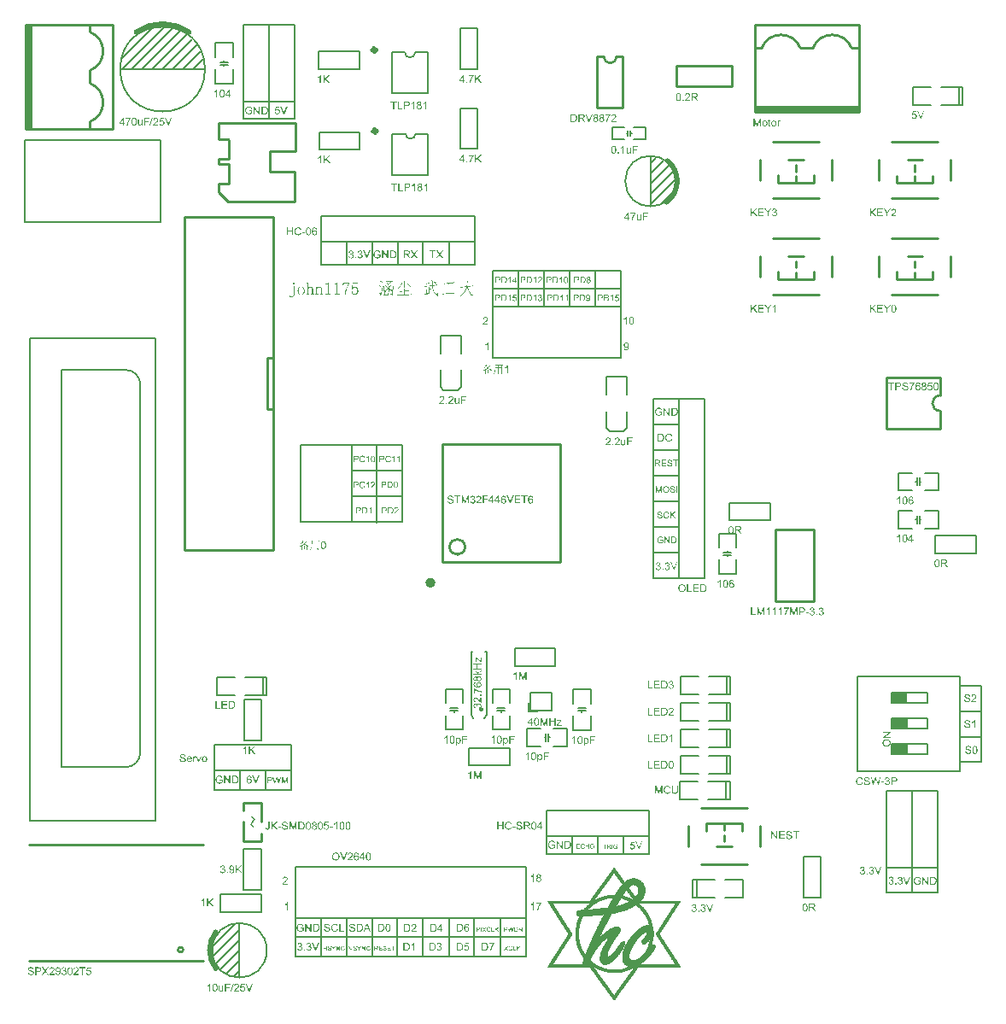
<source format=gto>
G04*
G04 #@! TF.GenerationSoftware,Altium Limited,Altium Designer,19.0.4 (130)*
G04*
G04 Layer_Color=65535*
%FSLAX25Y25*%
%MOIN*%
G70*
G01*
G75*
%ADD10C,0.00500*%
%ADD11C,0.01000*%
%ADD12C,0.01968*%
%ADD13C,0.00800*%
%ADD14C,0.00787*%
%ADD15C,0.02000*%
%ADD16C,0.01984*%
%ADD17C,0.00100*%
%ADD18C,0.00600*%
%ADD19C,0.00591*%
%ADD20R,0.06000X0.04000*%
G36*
X149769Y283782D02*
X149795Y283769D01*
X149827Y283750D01*
X149879Y283724D01*
X149937Y283698D01*
X150002Y283659D01*
X150145Y283581D01*
X150307Y283497D01*
X150456Y283406D01*
X150527Y283367D01*
X150592Y283329D01*
X150650Y283296D01*
X150695Y283270D01*
Y283257D01*
Y283231D01*
Y283179D01*
X150689Y283115D01*
Y283030D01*
X150682Y282927D01*
X150676Y282810D01*
X150663Y282674D01*
Y282681D01*
X150650Y282687D01*
X150637Y282706D01*
X150618Y282739D01*
X150592Y282771D01*
X150553Y282810D01*
X150514Y282862D01*
X150462Y282920D01*
X150397Y282992D01*
X150332Y283063D01*
X150248Y283147D01*
X150157Y283238D01*
X150060Y283335D01*
X149944Y283445D01*
X149821Y283562D01*
X149685Y283685D01*
X149762Y283789D01*
X149769Y283782D01*
D02*
G37*
G36*
X170751Y283477D02*
X170777Y283465D01*
X170809Y283445D01*
X170848Y283419D01*
X170894Y283393D01*
X171004Y283322D01*
X171133Y283244D01*
X171276Y283160D01*
X171425Y283063D01*
X171580Y282972D01*
Y282959D01*
Y282933D01*
Y282881D01*
X171574Y282817D01*
X171567Y282745D01*
X171555Y282661D01*
X171522Y282480D01*
X171516Y282486D01*
X171503Y282499D01*
X171483Y282525D01*
X171451Y282564D01*
X171412Y282609D01*
X171367Y282655D01*
X171315Y282713D01*
X171263Y282778D01*
X171127Y282914D01*
X170984Y283069D01*
X170822Y283225D01*
X170647Y283380D01*
X170731Y283490D01*
X170738D01*
X170751Y283477D01*
D02*
G37*
G36*
X154655Y283516D02*
X154648D01*
X154616Y283503D01*
X154564Y283484D01*
X154532Y283471D01*
X154486Y283452D01*
X154441Y283426D01*
X154383Y283400D01*
X154324Y283361D01*
X154253Y283322D01*
X154175Y283277D01*
X154091Y283218D01*
X153994Y283154D01*
X153890Y283082D01*
X153884Y283076D01*
X153864Y283063D01*
X153838Y283043D01*
X153793Y283011D01*
X153747Y282979D01*
X153689Y282940D01*
X153560Y282842D01*
X153410Y282726D01*
X153261Y282609D01*
X153106Y282486D01*
X152963Y282369D01*
Y282363D01*
X152976Y282344D01*
X152989Y282311D01*
X153002Y282266D01*
X153022Y282207D01*
X153041Y282149D01*
X153067Y282078D01*
X153093Y282000D01*
X153145Y281825D01*
X153190Y281644D01*
X153235Y281456D01*
X153261Y281274D01*
X153268Y281281D01*
X153274Y281287D01*
X153294Y281307D01*
X153320Y281333D01*
X153378Y281397D01*
X153462Y281482D01*
X153553Y281579D01*
X153650Y281683D01*
X153754Y281799D01*
X153851Y281916D01*
Y281922D01*
X153864Y281929D01*
X153890Y281968D01*
X153929Y282019D01*
X153968Y282091D01*
X154007Y282162D01*
X154033Y282233D01*
X154045Y282292D01*
X154039Y282318D01*
X154026Y282344D01*
X154136Y282369D01*
X154331Y281877D01*
X154285D01*
X154246Y281864D01*
X154195Y281845D01*
X154136Y281806D01*
X154059Y281760D01*
X153974Y281689D01*
X153961Y281676D01*
X153922Y281644D01*
X153858Y281585D01*
X153780Y281508D01*
X153676Y281417D01*
X153560Y281320D01*
X153430Y281203D01*
X153287Y281086D01*
Y280866D01*
X153294Y280860D01*
X153320Y280840D01*
X153359Y280814D01*
X153410Y280775D01*
X153475Y280724D01*
X153547Y280672D01*
X153624Y280613D01*
X153709Y280549D01*
X153890Y280419D01*
X154065Y280289D01*
X154149Y280231D01*
X154227Y280173D01*
X154298Y280121D01*
X154357Y280076D01*
Y280063D01*
Y280030D01*
X154350Y279972D01*
X154344Y279907D01*
X154331Y279823D01*
X154311Y279726D01*
X154285Y279628D01*
X154246Y279525D01*
X154240Y279531D01*
X154233Y279551D01*
X154214Y279583D01*
X154188Y279622D01*
X154149Y279674D01*
X154110Y279732D01*
X154059Y279803D01*
X154007Y279888D01*
X153942Y279972D01*
X153871Y280069D01*
X153793Y280166D01*
X153709Y280276D01*
X153611Y280393D01*
X153514Y280510D01*
X153404Y280633D01*
X153287Y280756D01*
Y280749D01*
Y280724D01*
Y280685D01*
X153294Y280626D01*
Y280561D01*
Y280484D01*
Y280399D01*
Y280309D01*
X153287Y280101D01*
X153274Y279888D01*
X153255Y279667D01*
X153223Y279460D01*
Y279453D01*
X153216Y279434D01*
X153210Y279408D01*
X153203Y279369D01*
X153190Y279324D01*
X153177Y279265D01*
X153158Y279201D01*
X153138Y279136D01*
X153093Y278974D01*
X153028Y278805D01*
X152950Y278624D01*
X152853Y278436D01*
X154383Y278572D01*
Y278585D01*
X154389Y278618D01*
X154395Y278669D01*
X154408Y278741D01*
X154415Y278831D01*
X154434Y278935D01*
X154447Y279058D01*
X154467Y279201D01*
X154486Y279350D01*
X154506Y279518D01*
X154525Y279693D01*
X154544Y279888D01*
X154564Y280082D01*
X154590Y280289D01*
X154609Y280510D01*
X154629Y280730D01*
Y280736D01*
Y280743D01*
X154635Y280782D01*
Y280840D01*
X154642Y280918D01*
X154648Y281015D01*
X154655Y281119D01*
X154661Y281229D01*
Y281346D01*
Y281579D01*
X154655Y281689D01*
X154642Y281793D01*
X154629Y281877D01*
X154609Y281955D01*
X154583Y282007D01*
X154551Y282039D01*
X154603Y282123D01*
X155095Y281715D01*
X155089D01*
X155076Y281709D01*
X155050Y281689D01*
X155037Y281676D01*
X155017Y281650D01*
X155005Y281611D01*
X154985Y281566D01*
X154972Y281508D01*
X154959Y281443D01*
X154940Y281359D01*
X154927Y281261D01*
X154914Y281145D01*
X154901Y281015D01*
Y281009D01*
Y280983D01*
X154894Y280937D01*
Y280886D01*
X154888Y280814D01*
X154881Y280730D01*
X154875Y280633D01*
X154862Y280529D01*
X154856Y280413D01*
X154843Y280283D01*
X154836Y280147D01*
X154823Y280004D01*
X154810Y279855D01*
X154797Y279700D01*
X154765Y279376D01*
Y279363D01*
X154758Y279337D01*
Y279291D01*
X154752Y279233D01*
X154745Y279162D01*
X154739Y279078D01*
X154726Y278987D01*
X154719Y278890D01*
X154693Y278682D01*
X154668Y278481D01*
X154655Y278384D01*
X154642Y278293D01*
X154629Y278209D01*
X154616Y278138D01*
Y278132D01*
Y278125D01*
X154603Y278086D01*
X154590Y278034D01*
X154577Y277976D01*
X154557Y277924D01*
X154532Y277885D01*
X154519Y277872D01*
X154506D01*
X154493Y277879D01*
X154480Y277892D01*
Y277898D01*
X154467Y277911D01*
X154454Y277944D01*
X154441Y277982D01*
X154421Y278041D01*
X154395Y278112D01*
X154376Y278196D01*
X154357Y278300D01*
X151486Y278086D01*
X151298Y277892D01*
X150993Y278248D01*
X151240Y278378D01*
X151155Y280924D01*
Y280931D01*
Y280957D01*
Y280989D01*
Y281035D01*
X151149Y281086D01*
Y281151D01*
X151136Y281294D01*
X151117Y281443D01*
X151084Y281592D01*
X151071Y281663D01*
X151045Y281721D01*
X151019Y281780D01*
X150993Y281825D01*
X151078Y281903D01*
X151486Y281521D01*
X151479D01*
X151467Y281508D01*
X151453Y281482D01*
X151434Y281443D01*
X151415Y281378D01*
X151408Y281339D01*
X151402Y281294D01*
Y281235D01*
X151395Y281177D01*
X151402Y281106D01*
Y281028D01*
X151512Y278326D01*
X152743Y278436D01*
Y278443D01*
X152737Y278449D01*
X152730Y278468D01*
X152724Y278494D01*
X152704Y278527D01*
X152685Y278566D01*
X152659Y278611D01*
X152626Y278669D01*
X152587Y278728D01*
X152542Y278799D01*
X152484Y278877D01*
X152419Y278961D01*
X152348Y279058D01*
X152263Y279162D01*
X152166Y279272D01*
X152063Y279389D01*
X152114Y279473D01*
X152801Y279006D01*
X152808Y279019D01*
X152821Y279058D01*
X152840Y279123D01*
X152866Y279214D01*
X152892Y279324D01*
X152925Y279466D01*
X152957Y279635D01*
X152989Y279823D01*
Y279829D01*
X152996Y279849D01*
Y279875D01*
X153002Y279920D01*
X153009Y279965D01*
X153015Y280024D01*
X153022Y280088D01*
X153028Y280166D01*
X153041Y280328D01*
X153048Y280510D01*
X153054Y280698D01*
X153048Y280892D01*
X153035Y280879D01*
X152996Y280840D01*
X152937Y280788D01*
X152866Y280711D01*
X152775Y280620D01*
X152678Y280523D01*
X152568Y280413D01*
X152464Y280302D01*
X152354Y280186D01*
X152251Y280076D01*
X152153Y279965D01*
X152063Y279868D01*
X151991Y279777D01*
X151939Y279706D01*
X151901Y279648D01*
X151894Y279622D01*
Y279609D01*
X151538Y279881D01*
X151544D01*
X151551Y279888D01*
X151570Y279901D01*
X151603Y279920D01*
X151641Y279946D01*
X151687Y279978D01*
X151752Y280024D01*
X151823Y280082D01*
X151914Y280147D01*
X152017Y280231D01*
X152134Y280322D01*
X152270Y280438D01*
X152419Y280561D01*
X152587Y280711D01*
X152782Y280873D01*
X152989Y281061D01*
Y281067D01*
Y281080D01*
Y281112D01*
Y281145D01*
X152983Y281190D01*
Y281242D01*
X152976Y281300D01*
X152970Y281365D01*
X152950Y281514D01*
X152925Y281683D01*
X152892Y281857D01*
X152840Y282039D01*
Y282045D01*
X152834Y282058D01*
X152827Y282084D01*
X152814Y282123D01*
X152795Y282162D01*
X152775Y282207D01*
X152730Y282318D01*
X152672Y282441D01*
X152594Y282570D01*
X152510Y282700D01*
X152413Y282810D01*
X152497Y282862D01*
X152510Y282855D01*
X152536Y282836D01*
X152575Y282804D01*
X152626Y282765D01*
X152685Y282706D01*
X152750Y282642D01*
X152814Y282564D01*
X152879Y282480D01*
X153890Y283380D01*
X153871D01*
X153838Y283374D01*
X153806D01*
X153754Y283367D01*
X153702Y283361D01*
X153644Y283354D01*
X153572Y283348D01*
X153417Y283329D01*
X153242Y283309D01*
X153054Y283290D01*
X152860Y283270D01*
X152665Y283244D01*
X152477Y283225D01*
X152296Y283205D01*
X152127Y283186D01*
X152050Y283173D01*
X151985Y283167D01*
X151920Y283160D01*
X151862Y283154D01*
X151816Y283147D01*
X151778Y283141D01*
X151752Y283134D01*
X151732D01*
X151324Y283406D01*
X151363D01*
X151408Y283413D01*
X151479D01*
X151570Y283419D01*
X151680Y283426D01*
X151816Y283439D01*
X151972Y283452D01*
X152153Y283465D01*
X152361Y283484D01*
X152587Y283503D01*
X152711Y283510D01*
X152847Y283523D01*
X152983Y283536D01*
X153125Y283549D01*
X153274Y283568D01*
X153436Y283581D01*
X153598Y283594D01*
X153773Y283614D01*
X153948Y283633D01*
X154136Y283652D01*
X154357Y283899D01*
X154655Y283516D01*
D02*
G37*
G36*
X169474Y282726D02*
X169468D01*
X169455Y282719D01*
X169429D01*
X169397Y282713D01*
X169351Y282706D01*
X169306Y282693D01*
X169248Y282687D01*
X169189Y282674D01*
X169047Y282648D01*
X168898Y282622D01*
X168736Y282596D01*
X168567Y282570D01*
X168548D01*
X168528Y282564D01*
X168496Y282557D01*
X168425Y282544D01*
X168327Y282531D01*
X168230Y282512D01*
X168133Y282493D01*
X168042Y282473D01*
X167971Y282454D01*
X167641Y282726D01*
X167660D01*
X167686Y282732D01*
X167718D01*
X167764Y282739D01*
X167809Y282745D01*
X167867Y282752D01*
X167932Y282758D01*
X168068Y282778D01*
X168224Y282797D01*
X168386Y282817D01*
X168554Y282842D01*
X168561D01*
X168574Y282849D01*
X168600D01*
X168625Y282855D01*
X168710Y282868D01*
X168800Y282888D01*
X168904Y282907D01*
X169008Y282927D01*
X169099Y282953D01*
X169144Y282959D01*
X169176Y282972D01*
X169474Y282726D01*
D02*
G37*
G36*
X116196Y283017D02*
X116235Y283011D01*
X116280Y282998D01*
X116325Y282979D01*
X116371Y282953D01*
X116410Y282914D01*
X116416Y282907D01*
X116429Y282894D01*
X116442Y282875D01*
X116468Y282842D01*
X116487Y282804D01*
X116500Y282758D01*
X116513Y282700D01*
X116520Y282642D01*
Y282635D01*
Y282616D01*
X116513Y282583D01*
X116507Y282544D01*
X116494Y282505D01*
X116474Y282460D01*
X116449Y282415D01*
X116410Y282369D01*
X116403Y282363D01*
X116390Y282350D01*
X116371Y282337D01*
X116338Y282318D01*
X116299Y282292D01*
X116254Y282279D01*
X116196Y282266D01*
X116138Y282259D01*
X116112D01*
X116079Y282266D01*
X116040Y282272D01*
X116001Y282285D01*
X115956Y282305D01*
X115911Y282331D01*
X115865Y282369D01*
X115859Y282376D01*
X115846Y282389D01*
X115833Y282415D01*
X115814Y282447D01*
X115788Y282486D01*
X115775Y282531D01*
X115762Y282583D01*
X115755Y282642D01*
Y282648D01*
Y282667D01*
X115762Y282700D01*
X115768Y282739D01*
X115781Y282784D01*
X115801Y282829D01*
X115826Y282875D01*
X115865Y282914D01*
X115872Y282920D01*
X115885Y282933D01*
X115911Y282946D01*
X115943Y282972D01*
X115982Y282992D01*
X116027Y283004D01*
X116079Y283017D01*
X116138Y283024D01*
X116163D01*
X116196Y283017D01*
D02*
G37*
G36*
X159975Y282907D02*
X160007Y282881D01*
X160065Y282836D01*
X160143Y282784D01*
X160234Y282719D01*
X160344Y282642D01*
X160461Y282551D01*
X160590Y282460D01*
X160726Y282363D01*
X160869Y282259D01*
X161161Y282052D01*
X161446Y281845D01*
X161582Y281747D01*
X161711Y281657D01*
Y281644D01*
X161705Y281618D01*
X161698Y281566D01*
X161685Y281508D01*
X161672Y281436D01*
X161653Y281359D01*
X161601Y281197D01*
X161595Y281203D01*
X161569Y281235D01*
X161523Y281274D01*
X161465Y281333D01*
X161394Y281404D01*
X161310Y281495D01*
X161212Y281592D01*
X161102Y281696D01*
X160979Y281819D01*
X160843Y281942D01*
X160701Y282078D01*
X160551Y282220D01*
X160396Y282369D01*
X160227Y282525D01*
X159878Y282836D01*
X159962Y282914D01*
X159975Y282907D01*
D02*
G37*
G36*
X151752Y282000D02*
X151778Y281987D01*
X151810Y281968D01*
X151849Y281942D01*
X151894Y281909D01*
X152004Y281838D01*
X152134Y281754D01*
X152277Y281657D01*
X152426Y281553D01*
X152581Y281443D01*
Y281430D01*
Y281404D01*
X152575Y281352D01*
X152568Y281287D01*
X152555Y281216D01*
X152536Y281132D01*
X152510Y281041D01*
X152471Y280950D01*
Y280957D01*
X152458Y280970D01*
X152445Y280996D01*
X152419Y281028D01*
X152393Y281073D01*
X152361Y281125D01*
X152315Y281177D01*
X152270Y281242D01*
X152160Y281384D01*
X152024Y281546D01*
X151862Y281721D01*
X151680Y281903D01*
X151732Y282013D01*
X151739D01*
X151752Y282000D01*
D02*
G37*
G36*
X149263Y281974D02*
X149289Y281961D01*
X149322Y281942D01*
X149361Y281922D01*
X149412Y281896D01*
X149464Y281864D01*
X149529Y281825D01*
X149665Y281747D01*
X149821Y281657D01*
X149996Y281553D01*
X150177Y281443D01*
Y281430D01*
X150171Y281404D01*
X150164Y281359D01*
X150157Y281294D01*
X150145Y281209D01*
X150125Y281119D01*
X150112Y281009D01*
X150093Y280892D01*
Y280898D01*
X150080Y280911D01*
X150067Y280931D01*
X150041Y280963D01*
X150008Y281002D01*
X149976Y281048D01*
X149931Y281099D01*
X149879Y281158D01*
X149821Y281229D01*
X149756Y281300D01*
X149678Y281384D01*
X149600Y281469D01*
X149510Y281559D01*
X149412Y281663D01*
X149309Y281767D01*
X149192Y281877D01*
X149244Y281987D01*
X149250D01*
X149263Y281974D01*
D02*
G37*
G36*
X159495Y283652D02*
X159489Y283646D01*
X159469Y283633D01*
X159443Y283607D01*
X159417Y283568D01*
X159391Y283510D01*
X159372Y283439D01*
X159359Y283341D01*
Y283283D01*
Y283218D01*
X159307Y281248D01*
Y281242D01*
Y281229D01*
Y281203D01*
Y281171D01*
Y281093D01*
Y281002D01*
X159301Y280918D01*
X159294Y280886D01*
X159281Y280860D01*
X159275Y280840D01*
X159255Y280827D01*
X159242D01*
X159223Y280840D01*
X158951Y281274D01*
X158957Y281281D01*
X158970Y281300D01*
X158996Y281326D01*
X159022Y281371D01*
X159042Y281436D01*
X159067Y281521D01*
X159081Y281618D01*
X159087Y281741D01*
X159113Y283354D01*
Y283361D01*
Y283374D01*
Y283393D01*
Y283426D01*
X159106Y283503D01*
X159093Y283594D01*
X159081Y283691D01*
X159055Y283795D01*
X159022Y283886D01*
X158977Y283957D01*
X159029Y284035D01*
X159495Y283652D01*
D02*
G37*
G36*
X158432Y282395D02*
X158420D01*
X158394Y282382D01*
X158355Y282357D01*
X158329Y282331D01*
X158290Y282298D01*
X158245Y282259D01*
X158199Y282214D01*
X158141Y282156D01*
X158070Y282084D01*
X157992Y282000D01*
X157908Y281903D01*
X157901Y281896D01*
X157888Y281877D01*
X157856Y281845D01*
X157817Y281799D01*
X157772Y281741D01*
X157707Y281676D01*
X157642Y281605D01*
X157558Y281521D01*
X157467Y281430D01*
X157370Y281326D01*
X157260Y281223D01*
X157136Y281112D01*
X157013Y280996D01*
X156871Y280873D01*
X156728Y280749D01*
X156573Y280620D01*
X156489Y280704D01*
X156501Y280711D01*
X156527Y280743D01*
X156573Y280782D01*
X156631Y280840D01*
X156696Y280911D01*
X156780Y280996D01*
X156871Y281086D01*
X156968Y281184D01*
X157065Y281294D01*
X157169Y281404D01*
X157383Y281644D01*
X157584Y281883D01*
X157674Y282000D01*
X157759Y282110D01*
X157765Y282117D01*
X157778Y282136D01*
X157797Y282169D01*
X157823Y282207D01*
X157856Y282253D01*
X157888Y282305D01*
X157959Y282428D01*
X158031Y282551D01*
X158057Y282616D01*
X158083Y282674D01*
X158102Y282732D01*
X158108Y282784D01*
X158115Y282829D01*
X158102Y282862D01*
X158186Y282888D01*
X158432Y282395D01*
D02*
G37*
G36*
X159411Y280484D02*
X159405Y280477D01*
X159385Y280464D01*
X159359Y280438D01*
X159333Y280399D01*
X159307Y280341D01*
X159288Y280263D01*
X159275Y280166D01*
Y280050D01*
Y279771D01*
X159314D01*
X159340Y279777D01*
X159379D01*
X159417Y279784D01*
X159515Y279790D01*
X159631Y279797D01*
X159767Y279810D01*
X159903Y279823D01*
X160053Y279836D01*
X160202Y279849D01*
X160344Y279862D01*
X160480Y279875D01*
X160603Y279888D01*
X160713Y279901D01*
X160798Y279913D01*
X160830Y279920D01*
X160856Y279926D01*
X160875Y279933D01*
X160888Y279939D01*
X161219Y279609D01*
X161199D01*
X161173Y279615D01*
X161012D01*
X160927Y279622D01*
X160824Y279615D01*
X160701D01*
X160564Y279609D01*
X160409Y279603D01*
X160227Y279596D01*
X160027Y279583D01*
X159800Y279570D01*
X159547Y279551D01*
X159417Y279538D01*
X159275Y279525D01*
Y278274D01*
X159333D01*
X159372Y278281D01*
X159424D01*
X159489Y278287D01*
X159560D01*
X159638Y278293D01*
X159722D01*
X159813Y278300D01*
X160014Y278313D01*
X160227Y278326D01*
X160454Y278339D01*
X160681Y278352D01*
X160901Y278365D01*
X161115Y278384D01*
X161310Y278397D01*
X161400Y278404D01*
X161485Y278417D01*
X161556Y278423D01*
X161627Y278430D01*
X161685Y278436D01*
X161731Y278449D01*
X161770Y278455D01*
X161796Y278462D01*
X162204Y278164D01*
X162003D01*
X161906Y278157D01*
X161711D01*
X161634Y278151D01*
X161459D01*
X161361Y278145D01*
X161258D01*
X161141Y278138D01*
X161018Y278132D01*
X160888D01*
X160752Y278125D01*
X160603Y278119D01*
X160448D01*
X160286Y278112D01*
X160111Y278106D01*
X159923Y278099D01*
X159735Y278086D01*
X159528Y278080D01*
X159314Y278073D01*
X159255D01*
X159210Y278067D01*
X159093D01*
X159022Y278060D01*
X158944Y278054D01*
X158854D01*
X158763Y278047D01*
X158556Y278041D01*
X158329Y278028D01*
X158096Y278015D01*
X157856Y278002D01*
X157623Y277989D01*
X157389Y277970D01*
X157175Y277957D01*
X157072Y277950D01*
X156974Y277937D01*
X156890Y277931D01*
X156806Y277924D01*
X156735Y277918D01*
X156670Y277905D01*
X156618Y277898D01*
X156573Y277892D01*
X156190Y278196D01*
X156333D01*
X156417Y278190D01*
X156650D01*
X156799Y278196D01*
X157078D01*
X157182Y278203D01*
X157292D01*
X157415Y278209D01*
X157538D01*
X157674Y278216D01*
X157817Y278222D01*
X157966Y278229D01*
X158121Y278235D01*
X158290Y278242D01*
X158458Y278248D01*
X158640Y278255D01*
X158828Y278268D01*
X159029Y278274D01*
Y279499D01*
X158977D01*
X158912Y279492D01*
X158834D01*
X158737Y279486D01*
X158627Y279479D01*
X158510Y279473D01*
X158387Y279466D01*
X158141Y279447D01*
X158018Y279440D01*
X157901Y279428D01*
X157797Y279421D01*
X157707Y279408D01*
X157635Y279402D01*
X157584Y279389D01*
X157279Y279693D01*
X157324D01*
X157363Y279687D01*
X157752D01*
X157875Y279693D01*
X158018D01*
X158180Y279700D01*
X158361Y279706D01*
X158562Y279719D01*
X158782Y279732D01*
X159029Y279745D01*
Y280153D01*
Y280160D01*
Y280173D01*
Y280199D01*
Y280225D01*
X159035Y280302D01*
X159029Y280399D01*
X159016Y280510D01*
X158996Y280620D01*
X158970Y280724D01*
X158925Y280814D01*
X158977Y280892D01*
X159411Y280484D01*
D02*
G37*
G36*
X150968Y281683D02*
X150961Y281657D01*
X150948Y281624D01*
X150935Y281572D01*
X150922Y281514D01*
X150903Y281436D01*
X150883Y281359D01*
X150857Y281261D01*
X150831Y281158D01*
X150799Y281048D01*
X150767Y280924D01*
X150734Y280801D01*
X150663Y280523D01*
X150592Y280231D01*
X150514Y279926D01*
X150430Y279615D01*
X150352Y279298D01*
X150274Y278993D01*
X150196Y278689D01*
X150125Y278410D01*
X150093Y278274D01*
X150067Y278151D01*
X150034Y278028D01*
X150008Y277918D01*
X150002Y277924D01*
X149996Y277944D01*
X149976Y277970D01*
X149950Y278015D01*
X149918Y278060D01*
X149879Y278125D01*
X149834Y278190D01*
X149788Y278268D01*
X149730Y278352D01*
X149665Y278443D01*
X149529Y278643D01*
X149367Y278857D01*
X149192Y279091D01*
X149244Y279175D01*
X149898Y278682D01*
X150831Y281689D01*
X150968D01*
Y281683D01*
D02*
G37*
G36*
X141040Y282564D02*
X139077D01*
X138967Y280756D01*
X138973Y280762D01*
X138979Y280775D01*
X138993Y280795D01*
X139012Y280814D01*
X139064Y280879D01*
X139135Y280957D01*
X139219Y281041D01*
X139304Y281112D01*
X139401Y281177D01*
X139453Y281203D01*
X139498Y281223D01*
X139511Y281229D01*
X139543Y281235D01*
X139595Y281248D01*
X139660Y281268D01*
X139744Y281281D01*
X139835Y281294D01*
X139926Y281300D01*
X140029Y281307D01*
X140081D01*
X140113Y281300D01*
X140159Y281294D01*
X140211Y281287D01*
X140334Y281255D01*
X140470Y281209D01*
X140535Y281177D01*
X140606Y281138D01*
X140677Y281093D01*
X140749Y281035D01*
X140813Y280976D01*
X140878Y280905D01*
X140885Y280898D01*
X140891Y280886D01*
X140911Y280866D01*
X140930Y280834D01*
X140956Y280795D01*
X140982Y280743D01*
X141014Y280691D01*
X141047Y280626D01*
X141073Y280555D01*
X141105Y280477D01*
X141131Y280387D01*
X141157Y280296D01*
X141176Y280192D01*
X141196Y280088D01*
X141202Y279972D01*
X141209Y279855D01*
Y279849D01*
Y279823D01*
Y279784D01*
X141202Y279732D01*
X141196Y279674D01*
X141189Y279596D01*
X141183Y279518D01*
X141163Y279434D01*
X141124Y279246D01*
X141066Y279052D01*
X141027Y278955D01*
X140982Y278857D01*
X140924Y278767D01*
X140865Y278682D01*
X140859Y278676D01*
X140852Y278663D01*
X140826Y278643D01*
X140800Y278618D01*
X140761Y278579D01*
X140723Y278546D01*
X140664Y278507D01*
X140606Y278468D01*
X140535Y278423D01*
X140457Y278384D01*
X140373Y278352D01*
X140276Y278319D01*
X140172Y278287D01*
X140062Y278268D01*
X139945Y278255D01*
X139815Y278248D01*
X139770D01*
X139731Y278255D01*
X139692D01*
X139640Y278261D01*
X139524Y278287D01*
X139388Y278319D01*
X139239Y278371D01*
X139090Y278443D01*
X139012Y278481D01*
X138941Y278533D01*
X138934Y278540D01*
X138921Y278546D01*
X138908Y278566D01*
X138882Y278585D01*
X138818Y278643D01*
X138753Y278728D01*
X138681Y278825D01*
X138617Y278948D01*
X138591Y279013D01*
X138578Y279078D01*
X138565Y279149D01*
X138558Y279227D01*
Y279233D01*
Y279253D01*
X138565Y279285D01*
X138571Y279324D01*
X138597Y279415D01*
X138617Y279466D01*
X138649Y279512D01*
X138655Y279518D01*
X138669Y279531D01*
X138688Y279551D01*
X138720Y279577D01*
X138753Y279596D01*
X138798Y279615D01*
X138850Y279628D01*
X138908Y279635D01*
X138934D01*
X138967Y279628D01*
X138999Y279622D01*
X139038Y279609D01*
X139070Y279590D01*
X139103Y279564D01*
X139129Y279525D01*
Y279518D01*
X139135Y279505D01*
X139148Y279486D01*
X139161Y279460D01*
X139180Y279402D01*
X139187Y279337D01*
Y279330D01*
Y279311D01*
X139180Y279278D01*
X139174Y279246D01*
X139155Y279162D01*
X139129Y279117D01*
X139103Y279078D01*
X139096Y279071D01*
X139090Y279058D01*
X139077Y279039D01*
X139064Y279013D01*
X139031Y278948D01*
X139025Y278909D01*
X139018Y278870D01*
Y278864D01*
X139025Y278831D01*
X139031Y278793D01*
X139051Y278747D01*
X139083Y278695D01*
X139129Y278637D01*
X139193Y278585D01*
X139278Y278540D01*
X139291Y278533D01*
X139323Y278527D01*
X139375Y278507D01*
X139446Y278488D01*
X139530Y278468D01*
X139628Y278455D01*
X139731Y278443D01*
X139841Y278436D01*
X139880D01*
X139913Y278443D01*
X139990Y278455D01*
X140088Y278481D01*
X140198Y278520D01*
X140308Y278585D01*
X140360Y278624D01*
X140412Y278669D01*
X140463Y278728D01*
X140509Y278786D01*
Y278793D01*
X140522Y278805D01*
X140528Y278825D01*
X140548Y278851D01*
X140561Y278890D01*
X140580Y278935D01*
X140606Y278987D01*
X140625Y279045D01*
X140645Y279117D01*
X140671Y279194D01*
X140690Y279272D01*
X140703Y279363D01*
X140723Y279466D01*
X140729Y279570D01*
X140742Y279680D01*
Y279803D01*
Y279810D01*
Y279829D01*
Y279855D01*
Y279894D01*
X140736Y279939D01*
X140729Y279991D01*
X140716Y280121D01*
X140690Y280257D01*
X140658Y280406D01*
X140606Y280549D01*
X140535Y280685D01*
Y280691D01*
X140528Y280698D01*
X140496Y280736D01*
X140451Y280795D01*
X140386Y280860D01*
X140295Y280918D01*
X140191Y280976D01*
X140068Y281015D01*
X139997Y281022D01*
X139926Y281028D01*
X139874D01*
X139815Y281022D01*
X139744Y281015D01*
X139666Y281002D01*
X139576Y280983D01*
X139485Y280957D01*
X139401Y280918D01*
X139394Y280911D01*
X139362Y280898D01*
X139323Y280866D01*
X139271Y280821D01*
X139206Y280762D01*
X139141Y280678D01*
X139064Y280581D01*
X138993Y280458D01*
X138746Y280484D01*
X138882Y282972D01*
X141124D01*
X141040Y282564D01*
D02*
G37*
G36*
X178903Y282836D02*
X178799D01*
X178734Y282829D01*
X178657Y282823D01*
X178553D01*
X178436Y282810D01*
X178294Y282804D01*
X178132Y282791D01*
X177944Y282771D01*
X177840Y282765D01*
X177730Y282752D01*
X177613Y282745D01*
X177490Y282732D01*
X177361Y282719D01*
X177225Y282706D01*
X177082Y282693D01*
X176933Y282674D01*
X176777Y282661D01*
X176609Y282642D01*
X176965Y282369D01*
X176959Y282363D01*
X176933Y282344D01*
X176907Y282305D01*
X176875Y282246D01*
X176842Y282162D01*
X176829Y282117D01*
X176816Y282058D01*
X176803Y281994D01*
Y281929D01*
X176797Y281851D01*
X176803Y281767D01*
X176771Y278929D01*
X176797D01*
X176829Y278935D01*
X176926D01*
X176991Y278941D01*
X177062Y278948D01*
X177147Y278955D01*
X177231D01*
X177328Y278961D01*
X177529Y278974D01*
X177749Y278993D01*
X177976Y279006D01*
X178209Y279026D01*
X178430Y279039D01*
X178644Y279058D01*
X178838Y279078D01*
X178929Y279084D01*
X179007Y279097D01*
X179078Y279103D01*
X179143Y279110D01*
X179194Y279117D01*
X179240Y279129D01*
X179272Y279136D01*
X179292Y279142D01*
X179700Y278844D01*
X179441D01*
X179382Y278838D01*
X179259D01*
X179181Y278831D01*
X179104Y278825D01*
X179013D01*
X178916Y278818D01*
X178806Y278812D01*
X178695Y278805D01*
X178572Y278799D01*
X178436Y278786D01*
X178300Y278780D01*
X178145Y278767D01*
X177983Y278754D01*
X177814Y278747D01*
X177626Y278728D01*
X177438Y278715D01*
X177231Y278702D01*
X177011Y278682D01*
X176784Y278663D01*
X176758D01*
X176719Y278656D01*
X176674D01*
X176622Y278650D01*
X176551Y278643D01*
X176479Y278637D01*
X176389Y278630D01*
X176298Y278624D01*
X176201Y278611D01*
X175987Y278598D01*
X175760Y278572D01*
X175520Y278553D01*
X175280Y278527D01*
X175047Y278507D01*
X174827Y278481D01*
X174730Y278468D01*
X174633Y278455D01*
X174542Y278449D01*
X174458Y278436D01*
X174386Y278423D01*
X174321Y278417D01*
X174270Y278404D01*
X174224Y278397D01*
X174198Y278384D01*
X174179Y278378D01*
X173797Y278708D01*
X173978D01*
X174069Y278715D01*
X174185D01*
X174250Y278721D01*
X174321D01*
X174399Y278728D01*
X174483Y278734D01*
X174574D01*
X174678Y278741D01*
X174782Y278747D01*
X174898Y278760D01*
X175021Y278767D01*
X175151Y278780D01*
X175293Y278786D01*
X175443Y278799D01*
X175598Y278812D01*
X175767Y278825D01*
X175941Y278844D01*
X176123Y278857D01*
X176317Y278877D01*
X176525Y278896D01*
X176557Y281741D01*
Y281747D01*
Y281767D01*
Y281799D01*
Y281838D01*
Y281890D01*
Y281948D01*
Y282078D01*
X176551Y282227D01*
X176531Y282376D01*
X176505Y282519D01*
X176492Y282583D01*
X176473Y282642D01*
X176453D01*
X176434Y282635D01*
X176408D01*
X176376Y282629D01*
X176337D01*
X176240Y282616D01*
X176129Y282603D01*
X176000Y282583D01*
X175864Y282570D01*
X175721Y282551D01*
X175579Y282531D01*
X175436Y282512D01*
X175300Y282493D01*
X175177Y282467D01*
X175073Y282447D01*
X174982Y282428D01*
X174950Y282421D01*
X174924Y282415D01*
X174898Y282402D01*
X174885Y282395D01*
X174503Y282726D01*
X174613D01*
X174678Y282732D01*
X174756Y282739D01*
X174859D01*
X174976Y282752D01*
X175119Y282758D01*
X175280Y282771D01*
X175462Y282784D01*
X175669Y282804D01*
X175896Y282829D01*
X176026Y282836D01*
X176155Y282849D01*
X176291Y282868D01*
X176434Y282881D01*
X176589Y282894D01*
X176745Y282914D01*
X176764D01*
X176790Y282920D01*
X176816D01*
X176862Y282927D01*
X176907Y282933D01*
X177017Y282946D01*
X177147Y282959D01*
X177296Y282979D01*
X177451Y282998D01*
X177613Y283017D01*
X177775Y283037D01*
X177937Y283056D01*
X178086Y283082D01*
X178222Y283102D01*
X178339Y283121D01*
X178384Y283128D01*
X178430Y283134D01*
X178462Y283141D01*
X178495Y283147D01*
X178514Y283154D01*
X178521Y283160D01*
X178903Y282836D01*
D02*
G37*
G36*
X133141Y278896D02*
Y278890D01*
Y278864D01*
X133148Y278825D01*
X133160Y278773D01*
X133173Y278721D01*
X133199Y278669D01*
X133232Y278618D01*
X133277Y278572D01*
X133284Y278566D01*
X133303Y278553D01*
X133335Y278540D01*
X133374Y278520D01*
X133433Y278494D01*
X133497Y278481D01*
X133575Y278468D01*
X133659Y278462D01*
X133938D01*
Y278300D01*
X131942D01*
Y278462D01*
X132234D01*
X132279Y278468D01*
X132337Y278475D01*
X132402Y278488D01*
X132467Y278507D01*
X132532Y278533D01*
X132584Y278572D01*
X132590Y278579D01*
X132603Y278592D01*
X132623Y278618D01*
X132649Y278656D01*
X132668Y278702D01*
X132687Y278754D01*
X132700Y278818D01*
X132707Y278896D01*
Y282207D01*
Y282214D01*
Y282227D01*
X132700Y282246D01*
Y282272D01*
X132675Y282331D01*
X132661Y282357D01*
X132636Y282382D01*
Y282389D01*
X132623Y282395D01*
X132584Y282421D01*
X132558Y282434D01*
X132525Y282441D01*
X132480Y282454D01*
X131942D01*
Y282616D01*
X132240D01*
X132305Y282622D01*
X132376Y282629D01*
X132461Y282642D01*
X132551Y282661D01*
X132636Y282687D01*
X132720Y282726D01*
X132726Y282732D01*
X132752Y282745D01*
X132791Y282771D01*
X132836Y282810D01*
X132888Y282855D01*
X132940Y282914D01*
X132985Y282979D01*
X133031Y283056D01*
X133141D01*
Y278896D01*
D02*
G37*
G36*
X129642D02*
Y278890D01*
Y278864D01*
X129648Y278825D01*
X129661Y278773D01*
X129674Y278721D01*
X129700Y278669D01*
X129733Y278618D01*
X129778Y278572D01*
X129784Y278566D01*
X129804Y278553D01*
X129836Y278540D01*
X129875Y278520D01*
X129933Y278494D01*
X129998Y278481D01*
X130076Y278468D01*
X130160Y278462D01*
X130439D01*
Y278300D01*
X128443D01*
Y278462D01*
X128735D01*
X128780Y278468D01*
X128838Y278475D01*
X128903Y278488D01*
X128968Y278507D01*
X129033Y278533D01*
X129085Y278572D01*
X129091Y278579D01*
X129104Y278592D01*
X129123Y278618D01*
X129149Y278656D01*
X129169Y278702D01*
X129188Y278754D01*
X129201Y278818D01*
X129208Y278896D01*
Y282207D01*
Y282214D01*
Y282227D01*
X129201Y282246D01*
Y282272D01*
X129175Y282331D01*
X129162Y282357D01*
X129136Y282382D01*
Y282389D01*
X129123Y282395D01*
X129085Y282421D01*
X129059Y282434D01*
X129026Y282441D01*
X128981Y282454D01*
X128443D01*
Y282616D01*
X128741D01*
X128806Y282622D01*
X128877Y282629D01*
X128961Y282642D01*
X129052Y282661D01*
X129136Y282687D01*
X129221Y282726D01*
X129227Y282732D01*
X129253Y282745D01*
X129292Y282771D01*
X129337Y282810D01*
X129389Y282855D01*
X129441Y282914D01*
X129486Y282979D01*
X129532Y283056D01*
X129642D01*
Y278896D01*
D02*
G37*
G36*
X125132Y280866D02*
X125145Y280879D01*
X125177Y280911D01*
X125223Y280957D01*
X125287Y281022D01*
X125359Y281086D01*
X125443Y281151D01*
X125533Y281216D01*
X125624Y281274D01*
X125637Y281281D01*
X125670Y281294D01*
X125715Y281320D01*
X125780Y281346D01*
X125857Y281365D01*
X125948Y281391D01*
X126045Y281404D01*
X126143Y281410D01*
X126188D01*
X126220Y281404D01*
X126259D01*
X126305Y281397D01*
X126402Y281378D01*
X126512Y281352D01*
X126629Y281307D01*
X126732Y281248D01*
X126823Y281164D01*
X126830Y281151D01*
X126855Y281119D01*
X126894Y281061D01*
X126933Y280983D01*
X126972Y280879D01*
X127011Y280756D01*
X127037Y280607D01*
X127043Y280432D01*
Y278682D01*
Y278676D01*
Y278663D01*
X127050Y278643D01*
Y278618D01*
X127076Y278566D01*
X127089Y278540D01*
X127115Y278514D01*
X127121D01*
X127128Y278507D01*
X127166Y278488D01*
X127218Y278468D01*
X127290Y278462D01*
X127432D01*
Y278300D01*
X126279D01*
Y278462D01*
X126460D01*
X126493Y278468D01*
X126557Y278481D01*
X126583Y278494D01*
X126609Y278514D01*
X126616Y278527D01*
X126635Y278559D01*
X126655Y278611D01*
X126661Y278682D01*
Y280510D01*
Y280516D01*
Y280523D01*
Y280561D01*
X126655Y280626D01*
X126642Y280698D01*
X126629Y280775D01*
X126603Y280860D01*
X126570Y280944D01*
X126525Y281015D01*
X126518Y281022D01*
X126499Y281041D01*
X126467Y281073D01*
X126421Y281106D01*
X126363Y281138D01*
X126298Y281171D01*
X126214Y281190D01*
X126117Y281197D01*
X126071D01*
X126026Y281190D01*
X125961Y281177D01*
X125883Y281158D01*
X125799Y281125D01*
X125708Y281086D01*
X125611Y281028D01*
X125598Y281022D01*
X125566Y280996D01*
X125521Y280963D01*
X125456Y280911D01*
X125378Y280847D01*
X125300Y280769D01*
X125216Y280672D01*
X125132Y280568D01*
Y278682D01*
Y278676D01*
Y278663D01*
X125138Y278643D01*
Y278618D01*
X125158Y278566D01*
X125197Y278514D01*
X125203D01*
X125209Y278507D01*
X125248Y278488D01*
X125300Y278468D01*
X125378Y278462D01*
X125514D01*
Y278300D01*
X124367D01*
Y278462D01*
X124549D01*
X124581Y278468D01*
X124639Y278481D01*
X124665Y278494D01*
X124691Y278514D01*
X124698Y278527D01*
X124723Y278559D01*
X124743Y278611D01*
X124749Y278682D01*
Y281028D01*
Y281035D01*
Y281041D01*
Y281073D01*
X124736Y281119D01*
X124723Y281151D01*
X124717Y281158D01*
X124698Y281177D01*
X124665Y281190D01*
X124613Y281197D01*
X124393D01*
Y281359D01*
X124639D01*
X124672Y281365D01*
X124756Y281371D01*
X124847Y281384D01*
X124853D01*
X124866Y281391D01*
X124892Y281397D01*
X124924Y281410D01*
X124996Y281443D01*
X125080Y281495D01*
X125132D01*
Y280866D01*
D02*
G37*
G36*
X121633Y280873D02*
X121645Y280879D01*
X121678Y280918D01*
X121723Y280970D01*
X121788Y281028D01*
X121866Y281099D01*
X121950Y281171D01*
X122041Y281235D01*
X122138Y281287D01*
X122151Y281294D01*
X122183Y281307D01*
X122235Y281326D01*
X122307Y281352D01*
X122391Y281371D01*
X122488Y281391D01*
X122592Y281404D01*
X122702Y281410D01*
X122741D01*
X122767Y281404D01*
X122844Y281397D01*
X122935Y281384D01*
X123032Y281352D01*
X123136Y281313D01*
X123233Y281255D01*
X123324Y281177D01*
X123330Y281164D01*
X123356Y281132D01*
X123395Y281080D01*
X123434Y281002D01*
X123473Y280905D01*
X123512Y280775D01*
X123538Y280633D01*
X123544Y280458D01*
Y278682D01*
Y278676D01*
Y278663D01*
X123551Y278643D01*
Y278618D01*
X123577Y278566D01*
X123590Y278540D01*
X123615Y278514D01*
X123622D01*
X123628Y278507D01*
X123667Y278488D01*
X123719Y278468D01*
X123790Y278462D01*
X123933D01*
Y278300D01*
X122780D01*
Y278462D01*
X122961D01*
X122993Y278468D01*
X123058Y278481D01*
X123084Y278494D01*
X123110Y278514D01*
X123117Y278527D01*
X123136Y278559D01*
X123155Y278611D01*
X123162Y278682D01*
Y280399D01*
Y280406D01*
Y280419D01*
Y280445D01*
Y280477D01*
X123155Y280555D01*
X123142Y280652D01*
X123123Y280756D01*
X123097Y280853D01*
X123065Y280944D01*
X123039Y280983D01*
X123013Y281015D01*
X123006Y281022D01*
X122987Y281041D01*
X122954Y281061D01*
X122909Y281093D01*
X122851Y281119D01*
X122786Y281138D01*
X122708Y281158D01*
X122617Y281164D01*
X122579D01*
X122533Y281158D01*
X122475Y281145D01*
X122404Y281132D01*
X122319Y281106D01*
X122235Y281073D01*
X122138Y281028D01*
X122125Y281022D01*
X122093Y281002D01*
X122041Y280970D01*
X121976Y280918D01*
X121898Y280853D01*
X121814Y280775D01*
X121723Y280678D01*
X121633Y280568D01*
Y278682D01*
Y278676D01*
Y278663D01*
X121639Y278643D01*
Y278618D01*
X121659Y278566D01*
X121697Y278514D01*
X121704D01*
X121710Y278507D01*
X121749Y278488D01*
X121801Y278468D01*
X121879Y278462D01*
X122015D01*
Y278300D01*
X120868D01*
Y278462D01*
X121049D01*
X121082Y278468D01*
X121140Y278481D01*
X121166Y278494D01*
X121192Y278514D01*
X121198Y278527D01*
X121224Y278559D01*
X121244Y278611D01*
X121250Y278682D01*
Y282590D01*
Y282596D01*
Y282609D01*
X121244Y282655D01*
X121224Y282706D01*
X121192Y282752D01*
X121179Y282758D01*
X121147Y282784D01*
X121121Y282791D01*
X121088Y282804D01*
X121049Y282810D01*
X120842D01*
Y282972D01*
X121179D01*
X121211Y282979D01*
X121283Y282992D01*
X121360Y283024D01*
X121367D01*
X121380Y283037D01*
X121399Y283050D01*
X121432Y283069D01*
X121503Y283121D01*
X121581Y283192D01*
X121633D01*
Y280873D01*
D02*
G37*
G36*
X137735Y282778D02*
X137729Y282765D01*
X137709Y282739D01*
X137677Y282687D01*
X137638Y282622D01*
X137593Y282538D01*
X137534Y282441D01*
X137470Y282324D01*
X137405Y282201D01*
X137334Y282071D01*
X137256Y281929D01*
X137178Y281780D01*
X137107Y281624D01*
X136951Y281294D01*
X136815Y280963D01*
X136809Y280950D01*
X136802Y280924D01*
X136783Y280879D01*
X136763Y280814D01*
X136737Y280736D01*
X136712Y280646D01*
X136679Y280549D01*
X136647Y280438D01*
X136614Y280322D01*
X136582Y280192D01*
X136530Y279933D01*
X136491Y279674D01*
X136485Y279544D01*
X136478Y279415D01*
Y279408D01*
Y279395D01*
Y279369D01*
Y279337D01*
X136485Y279291D01*
Y279240D01*
Y279175D01*
X136491Y279103D01*
Y279097D01*
Y279065D01*
X136498Y279026D01*
Y278967D01*
Y278896D01*
X136504Y278812D01*
Y278721D01*
Y278624D01*
Y278618D01*
Y278592D01*
X136498Y278553D01*
Y278507D01*
X136472Y278404D01*
X136459Y278358D01*
X136433Y278326D01*
X136420Y278313D01*
X136407Y278300D01*
X136381Y278287D01*
X136349Y278274D01*
X136310Y278261D01*
X136264Y278255D01*
X136206Y278248D01*
X136187D01*
X136161Y278255D01*
X136128Y278261D01*
X136051Y278287D01*
X136012Y278307D01*
X135973Y278339D01*
X135966Y278345D01*
X135960Y278358D01*
X135940Y278384D01*
X135927Y278417D01*
X135908Y278468D01*
X135889Y278527D01*
X135882Y278598D01*
X135876Y278682D01*
Y278689D01*
Y278708D01*
Y278734D01*
X135882Y278773D01*
Y278825D01*
X135889Y278890D01*
X135895Y278955D01*
X135908Y279039D01*
X135915Y279123D01*
X135934Y279227D01*
X135953Y279330D01*
X135973Y279440D01*
X135999Y279564D01*
X136031Y279693D01*
X136070Y279823D01*
X136109Y279965D01*
Y279972D01*
X136122Y280004D01*
X136135Y280050D01*
X136161Y280114D01*
X136193Y280199D01*
X136239Y280302D01*
X136290Y280432D01*
X136355Y280574D01*
X136426Y280743D01*
X136517Y280937D01*
X136614Y281151D01*
X136731Y281384D01*
X136861Y281644D01*
X137010Y281929D01*
X137172Y282233D01*
X137353Y282564D01*
X135934D01*
X135882Y282551D01*
X135817Y282538D01*
X135740Y282519D01*
X135655Y282480D01*
X135577Y282434D01*
X135506Y282369D01*
X135500Y282363D01*
X135480Y282337D01*
X135448Y282292D01*
X135409Y282227D01*
X135364Y282149D01*
X135325Y282052D01*
X135279Y281935D01*
X135247Y281799D01*
X135085Y281825D01*
X135273Y282972D01*
X137735D01*
Y282778D01*
D02*
G37*
G36*
X119008Y281404D02*
X119060Y281397D01*
X119125Y281384D01*
X119196Y281371D01*
X119274Y281352D01*
X119358Y281326D01*
X119442Y281287D01*
X119533Y281248D01*
X119617Y281203D01*
X119702Y281145D01*
X119786Y281080D01*
X119870Y281002D01*
X119941Y280918D01*
X119948Y280911D01*
X119961Y280898D01*
X119974Y280866D01*
X120000Y280834D01*
X120032Y280788D01*
X120064Y280730D01*
X120097Y280672D01*
X120136Y280600D01*
X120168Y280523D01*
X120201Y280438D01*
X120265Y280257D01*
X120291Y280153D01*
X120304Y280050D01*
X120317Y279939D01*
X120324Y279829D01*
Y279823D01*
Y279797D01*
Y279765D01*
X120317Y279713D01*
X120311Y279654D01*
X120304Y279590D01*
X120291Y279512D01*
X120272Y279428D01*
X120220Y279253D01*
X120187Y279155D01*
X120149Y279058D01*
X120103Y278967D01*
X120045Y278870D01*
X119980Y278780D01*
X119909Y278695D01*
X119902Y278689D01*
X119889Y278676D01*
X119870Y278656D01*
X119838Y278624D01*
X119799Y278592D01*
X119747Y278553D01*
X119695Y278514D01*
X119630Y278475D01*
X119559Y278430D01*
X119481Y278391D01*
X119313Y278319D01*
X119216Y278287D01*
X119112Y278268D01*
X119008Y278255D01*
X118898Y278248D01*
X118840D01*
X118794Y278255D01*
X118743Y278261D01*
X118678Y278274D01*
X118606Y278287D01*
X118535Y278307D01*
X118457Y278332D01*
X118373Y278358D01*
X118289Y278397D01*
X118198Y278443D01*
X118114Y278494D01*
X118030Y278559D01*
X117952Y278630D01*
X117874Y278708D01*
X117868Y278715D01*
X117855Y278728D01*
X117835Y278754D01*
X117816Y278793D01*
X117783Y278838D01*
X117751Y278890D01*
X117712Y278955D01*
X117680Y279026D01*
X117641Y279103D01*
X117602Y279188D01*
X117570Y279278D01*
X117544Y279376D01*
X117518Y279486D01*
X117498Y279596D01*
X117485Y279706D01*
X117479Y279829D01*
Y279836D01*
Y279855D01*
Y279888D01*
X117485Y279933D01*
X117492Y279985D01*
X117498Y280043D01*
X117511Y280114D01*
X117531Y280192D01*
X117576Y280361D01*
X117608Y280451D01*
X117647Y280542D01*
X117693Y280639D01*
X117745Y280730D01*
X117803Y280827D01*
X117874Y280918D01*
X117881Y280924D01*
X117894Y280937D01*
X117913Y280963D01*
X117945Y280996D01*
X117984Y281035D01*
X118030Y281073D01*
X118088Y281119D01*
X118153Y281164D01*
X118218Y281209D01*
X118295Y281255D01*
X118380Y281294D01*
X118470Y281333D01*
X118568Y281365D01*
X118671Y281391D01*
X118781Y281404D01*
X118898Y281410D01*
X118963D01*
X119008Y281404D01*
D02*
G37*
G36*
X184016Y283652D02*
X183990D01*
X183970Y283640D01*
X183957Y283620D01*
X183938Y283581D01*
X183918Y283529D01*
X183905Y283452D01*
Y283439D01*
X183899Y283406D01*
X183892Y283361D01*
X183886Y283290D01*
X183879Y283199D01*
X183867Y283095D01*
X183853Y282972D01*
X183841Y282836D01*
Y282829D01*
Y282817D01*
X183834Y282797D01*
Y282765D01*
X183828Y282719D01*
X183821Y282667D01*
Y282609D01*
X183808Y282538D01*
X183802Y282454D01*
X183795Y282363D01*
X183782Y282259D01*
X183769Y282143D01*
X183763Y282019D01*
X183750Y281883D01*
X183730Y281734D01*
X183717Y281579D01*
X183743D01*
X183776Y281585D01*
X183815Y281592D01*
X183867D01*
X183925Y281598D01*
X183990Y281605D01*
X184067Y281611D01*
X184152Y281624D01*
X184236Y281631D01*
X184430Y281650D01*
X184631Y281676D01*
X184845Y281696D01*
X185052Y281721D01*
X185260Y281741D01*
X185448Y281767D01*
X185623Y281786D01*
X185700Y281799D01*
X185765Y281806D01*
X185830Y281819D01*
X185882Y281825D01*
X185921Y281832D01*
X185953Y281838D01*
X185979Y281845D01*
X185985Y281851D01*
X186316Y281553D01*
X186180D01*
X186102Y281546D01*
X186005Y281540D01*
X185947D01*
X185882Y281534D01*
X185810D01*
X185739Y281527D01*
X185655Y281521D01*
X185558Y281508D01*
X185461Y281501D01*
X185350Y281495D01*
X185240Y281482D01*
X185111Y281469D01*
X184981Y281456D01*
X184838Y281443D01*
X184683Y281430D01*
X184521Y281410D01*
X184353Y281397D01*
X184165Y281378D01*
X183977Y281352D01*
X183769Y281333D01*
Y281326D01*
X183776Y281313D01*
X183789Y281294D01*
X183802Y281268D01*
X183821Y281229D01*
X183847Y281184D01*
X183899Y281080D01*
X183964Y280957D01*
X184035Y280808D01*
X184119Y280652D01*
X184203Y280484D01*
X184385Y280134D01*
X184476Y279959D01*
X184566Y279784D01*
X184651Y279622D01*
X184735Y279473D01*
X184806Y279343D01*
X184864Y279227D01*
X184871Y279220D01*
X184877Y279201D01*
X184897Y279175D01*
X184916Y279136D01*
X184942Y279091D01*
X184975Y279039D01*
X185046Y278922D01*
X185130Y278786D01*
X185221Y278650D01*
X185318Y278514D01*
X185409Y278397D01*
X185422Y278384D01*
X185441Y278371D01*
X185461Y278352D01*
X185493Y278332D01*
X185538Y278307D01*
X185590Y278281D01*
X185655Y278255D01*
X185733Y278222D01*
X185817Y278196D01*
X185921Y278170D01*
X186031Y278145D01*
X186160Y278125D01*
X186303Y278106D01*
X186465Y278093D01*
X186640Y278086D01*
Y277950D01*
X185221Y277866D01*
Y277872D01*
Y277898D01*
X185214Y277918D01*
X185208Y277944D01*
X185201Y277976D01*
X185182Y278015D01*
X185169Y278067D01*
X185143Y278132D01*
X185111Y278203D01*
X185078Y278287D01*
X185033Y278378D01*
X184981Y278488D01*
X184923Y278611D01*
X184851Y278747D01*
X184845Y278754D01*
X184832Y278786D01*
X184813Y278831D01*
X184780Y278896D01*
X184735Y278980D01*
X184683Y279084D01*
X184625Y279207D01*
X184553Y279350D01*
X184469Y279512D01*
X184378Y279693D01*
X184281Y279894D01*
X184171Y280121D01*
X184054Y280361D01*
X183925Y280626D01*
X183782Y280918D01*
X183633Y281223D01*
Y281216D01*
X183627Y281197D01*
X183614Y281164D01*
X183601Y281119D01*
X183581Y281061D01*
X183562Y280989D01*
X183529Y280911D01*
X183497Y280821D01*
X183458Y280724D01*
X183413Y280620D01*
X183368Y280510D01*
X183316Y280387D01*
X183186Y280134D01*
X183037Y279855D01*
X182953Y279713D01*
X182862Y279564D01*
X182765Y279415D01*
X182661Y279265D01*
X182551Y279117D01*
X182428Y278961D01*
X182305Y278812D01*
X182169Y278663D01*
X182033Y278514D01*
X181884Y278371D01*
X181728Y278229D01*
X181560Y278093D01*
X181391Y277957D01*
X181210Y277833D01*
X181022Y277710D01*
X180821Y277594D01*
X180711Y277704D01*
X180717Y277710D01*
X180737Y277717D01*
X180763Y277736D01*
X180795Y277762D01*
X180847Y277795D01*
X180899Y277833D01*
X180963Y277879D01*
X181035Y277931D01*
X181113Y277995D01*
X181197Y278060D01*
X181281Y278138D01*
X181378Y278216D01*
X181475Y278307D01*
X181579Y278404D01*
X181683Y278501D01*
X181793Y278611D01*
X181903Y278728D01*
X182013Y278851D01*
X182123Y278987D01*
X182234Y279123D01*
X182344Y279265D01*
X182454Y279415D01*
X182564Y279577D01*
X182674Y279739D01*
X182771Y279913D01*
X182875Y280088D01*
X182966Y280276D01*
X183056Y280471D01*
X183147Y280672D01*
X183225Y280873D01*
X183296Y281086D01*
X183361Y281307D01*
X183342D01*
X183316Y281300D01*
X183283D01*
X183244Y281294D01*
X183199Y281287D01*
X183141Y281281D01*
X183082Y281274D01*
X182946Y281261D01*
X182791Y281242D01*
X182629Y281223D01*
X182460Y281203D01*
X182285Y281184D01*
X182123Y281164D01*
X181961Y281138D01*
X181819Y281119D01*
X181689Y281106D01*
X181637Y281093D01*
X181586Y281086D01*
X181547Y281080D01*
X181514Y281073D01*
X181488Y281067D01*
X181475Y281061D01*
X181177Y281359D01*
X181320D01*
X181398Y281365D01*
X181488D01*
X181598Y281371D01*
X181735Y281384D01*
X181890Y281397D01*
X181981Y281404D01*
X182078Y281410D01*
X182175Y281417D01*
X182285Y281430D01*
X182402Y281443D01*
X182525Y281456D01*
X182655Y281469D01*
X182791Y281482D01*
X182933Y281495D01*
X183089Y281514D01*
X183251Y281534D01*
X183419Y281553D01*
Y281566D01*
X183426Y281598D01*
X183432Y281644D01*
X183445Y281715D01*
X183458Y281793D01*
X183471Y281890D01*
X183491Y281994D01*
X183504Y282110D01*
X183523Y282233D01*
X183543Y282363D01*
X183575Y282629D01*
X183601Y282894D01*
X183614Y283024D01*
X183620Y283147D01*
Y283154D01*
Y283173D01*
X183627Y283205D01*
Y283251D01*
Y283303D01*
Y283361D01*
Y283497D01*
X183614Y283640D01*
X183601Y283782D01*
X183588Y283847D01*
X183568Y283912D01*
X183549Y283963D01*
X183523Y284009D01*
X183581Y284067D01*
X184016Y283652D01*
D02*
G37*
G36*
X170323D02*
X170317D01*
X170304Y283640D01*
X170278Y283614D01*
X170258Y283575D01*
X170233Y283510D01*
X170226Y283471D01*
X170213Y283426D01*
X170207Y283374D01*
X170200Y283315D01*
Y283251D01*
Y283173D01*
Y283167D01*
Y283154D01*
Y283128D01*
Y283095D01*
X170207Y283050D01*
Y282998D01*
X170213Y282940D01*
Y282868D01*
X170220Y282784D01*
Y282700D01*
X170226Y282603D01*
X170233Y282493D01*
X170239Y282382D01*
X170246Y282259D01*
X170258Y282130D01*
X170265Y281987D01*
X170284D01*
X170304Y281994D01*
X170336D01*
X170375Y282000D01*
X170421Y282007D01*
X170524Y282019D01*
X170654Y282032D01*
X170790Y282052D01*
X170939Y282071D01*
X171094Y282091D01*
X171243Y282110D01*
X171393Y282130D01*
X171529Y282156D01*
X171652Y282175D01*
X171749Y282194D01*
X171794Y282201D01*
X171827Y282207D01*
X171853Y282214D01*
X171872Y282220D01*
X171879Y282227D01*
Y282233D01*
X172293Y281903D01*
X172267D01*
X172228Y281896D01*
X172177D01*
X172112Y281890D01*
X172028Y281883D01*
X171930Y281877D01*
X171820Y281871D01*
X171691Y281857D01*
X171542Y281845D01*
X171379Y281832D01*
X171198Y281812D01*
X170997Y281793D01*
X170783Y281767D01*
X170550Y281741D01*
X170297Y281715D01*
Y281709D01*
Y281689D01*
X170304Y281657D01*
Y281611D01*
X170310Y281553D01*
X170317Y281488D01*
X170323Y281410D01*
X170330Y281326D01*
X170343Y281235D01*
X170356Y281138D01*
X170369Y281028D01*
X170388Y280918D01*
X170433Y280678D01*
X170485Y280425D01*
Y280419D01*
X170492Y280393D01*
X170505Y280361D01*
X170518Y280309D01*
X170537Y280251D01*
X170557Y280179D01*
X170582Y280101D01*
X170615Y280011D01*
X170654Y279913D01*
X170699Y279816D01*
X170796Y279596D01*
X170913Y279369D01*
X171055Y279142D01*
X171062Y279136D01*
X171075Y279117D01*
X171101Y279084D01*
X171133Y279045D01*
X171172Y278993D01*
X171224Y278935D01*
X171282Y278864D01*
X171347Y278793D01*
X171418Y278721D01*
X171496Y278637D01*
X171587Y278559D01*
X171684Y278475D01*
X171781Y278397D01*
X171891Y278313D01*
X172125Y278164D01*
X172183Y279473D01*
X172293Y279447D01*
Y279440D01*
Y279434D01*
Y279415D01*
Y279382D01*
X172300Y279350D01*
Y279311D01*
X172306Y279220D01*
X172313Y279103D01*
X172319Y278974D01*
X172326Y278838D01*
X172339Y278689D01*
X172364Y278378D01*
X172377Y278222D01*
X172397Y278080D01*
X172416Y277937D01*
X172436Y277814D01*
X172455Y277710D01*
X172481Y277620D01*
X172475Y277626D01*
X172455Y277633D01*
X172416Y277645D01*
X172371Y277671D01*
X172313Y277697D01*
X172248Y277730D01*
X172177Y277769D01*
X172099Y277807D01*
X171924Y277911D01*
X171736Y278034D01*
X171548Y278170D01*
X171373Y278326D01*
X171367Y278332D01*
X171354Y278345D01*
X171328Y278371D01*
X171295Y278404D01*
X171256Y278449D01*
X171211Y278507D01*
X171159Y278566D01*
X171101Y278643D01*
X171043Y278721D01*
X170978Y278818D01*
X170913Y278916D01*
X170842Y279026D01*
X170770Y279142D01*
X170699Y279272D01*
X170628Y279408D01*
X170557Y279551D01*
X170550Y279557D01*
X170544Y279590D01*
X170524Y279635D01*
X170498Y279693D01*
X170466Y279777D01*
X170433Y279875D01*
X170395Y279985D01*
X170356Y280114D01*
X170310Y280263D01*
X170271Y280425D01*
X170226Y280600D01*
X170187Y280788D01*
X170148Y280996D01*
X170109Y281209D01*
X170077Y281443D01*
X170051Y281689D01*
X168625Y281521D01*
X169092Y281197D01*
X169086D01*
X169066Y281184D01*
X169040Y281164D01*
X169014Y281132D01*
X168988Y281093D01*
X168969Y281035D01*
X168956Y280957D01*
Y280866D01*
Y280399D01*
X168975D01*
X168995Y280406D01*
X169027Y280413D01*
X169060Y280419D01*
X169099Y280425D01*
X169196Y280445D01*
X169312Y280464D01*
X169429Y280497D01*
X169552Y280529D01*
X169669Y280568D01*
X169967Y280263D01*
X169928D01*
X169896Y280257D01*
X169857D01*
X169811Y280251D01*
X169760Y280244D01*
X169695Y280238D01*
X169630Y280231D01*
X169552Y280218D01*
X169468Y280205D01*
X169377Y280192D01*
X169280Y280179D01*
X169183Y280166D01*
X168956Y280127D01*
Y279006D01*
X170051Y279363D01*
X170103Y279253D01*
X170097D01*
X170071Y279240D01*
X170032Y279227D01*
X169986Y279207D01*
X169922Y279181D01*
X169844Y279155D01*
X169760Y279123D01*
X169669Y279084D01*
X169565Y279045D01*
X169455Y279006D01*
X169222Y278916D01*
X168969Y278818D01*
X168703Y278715D01*
X168444Y278618D01*
X168191Y278514D01*
X167952Y278423D01*
X167841Y278378D01*
X167738Y278339D01*
X167641Y278300D01*
X167556Y278261D01*
X167479Y278229D01*
X167414Y278203D01*
X167362Y278177D01*
X167323Y278157D01*
X167297Y278145D01*
X167284Y278138D01*
X166824Y278436D01*
X166850D01*
X166876Y278443D01*
X166902D01*
X166941Y278449D01*
X166980Y278455D01*
X167031Y278462D01*
X167090Y278475D01*
X167161Y278488D01*
X167232Y278507D01*
X167317Y278527D01*
X167414Y278553D01*
X167517Y278579D01*
X167628Y278611D01*
X167751Y278650D01*
Y279745D01*
Y279751D01*
Y279771D01*
Y279803D01*
Y279842D01*
Y279894D01*
Y279952D01*
X167744Y280082D01*
X167731Y280225D01*
X167705Y280367D01*
X167666Y280503D01*
X167641Y280568D01*
X167615Y280620D01*
X167673Y280678D01*
X168107Y280263D01*
X168101Y280257D01*
X168088Y280244D01*
X168068Y280212D01*
X168042Y280166D01*
X168029Y280127D01*
X168023Y280088D01*
X168010Y280043D01*
X168003Y279991D01*
X167997Y279926D01*
Y279862D01*
Y279784D01*
Y279693D01*
Y278708D01*
X168710Y278929D01*
Y280782D01*
Y280788D01*
Y280808D01*
Y280834D01*
Y280873D01*
Y280918D01*
Y280963D01*
X168703Y281080D01*
X168697Y281203D01*
X168677Y281326D01*
X168645Y281436D01*
X168625Y281482D01*
X168600Y281521D01*
X168587D01*
X168548Y281514D01*
X168489Y281508D01*
X168412Y281501D01*
X168321Y281488D01*
X168217Y281475D01*
X168107Y281462D01*
X167991Y281449D01*
X167764Y281417D01*
X167660Y281397D01*
X167563Y281384D01*
X167479Y281371D01*
X167414Y281359D01*
X167368Y281346D01*
X167349Y281339D01*
X167342Y281333D01*
X166934Y281631D01*
X167018D01*
X167083Y281637D01*
X167174D01*
X167284Y281650D01*
X167349D01*
X167420Y281657D01*
X167498Y281663D01*
X167582Y281670D01*
X167679Y281676D01*
X167777Y281683D01*
X167887Y281696D01*
X167997Y281709D01*
X168120Y281715D01*
X168250Y281728D01*
X168386Y281741D01*
X168535Y281760D01*
X168690Y281773D01*
X168852Y281793D01*
X169021Y281812D01*
X169202Y281838D01*
X169390Y281857D01*
X169591Y281883D01*
X169798Y281909D01*
X170019Y281935D01*
Y281948D01*
Y281974D01*
X170012Y282026D01*
Y282091D01*
X170006Y282169D01*
X169999Y282259D01*
Y282357D01*
X169993Y282467D01*
X169980Y282687D01*
X169967Y282914D01*
Y283024D01*
X169960Y283128D01*
X169954Y283225D01*
Y283309D01*
Y283315D01*
Y283329D01*
Y283348D01*
X169947Y283380D01*
X169941Y283458D01*
X169922Y283549D01*
X169896Y283652D01*
X169863Y283763D01*
X169811Y283866D01*
X169747Y283957D01*
X169805Y284035D01*
X170323Y283652D01*
D02*
G37*
G36*
X116358Y278572D02*
Y278566D01*
Y278546D01*
Y278514D01*
X116351Y278468D01*
X116345Y278417D01*
X116338Y278358D01*
X116325Y278293D01*
X116313Y278222D01*
X116267Y278067D01*
X116235Y277989D01*
X116196Y277911D01*
X116150Y277833D01*
X116105Y277756D01*
X116040Y277684D01*
X115975Y277620D01*
X115969Y277613D01*
X115956Y277607D01*
X115937Y277587D01*
X115904Y277568D01*
X115872Y277542D01*
X115826Y277516D01*
X115775Y277484D01*
X115716Y277458D01*
X115580Y277393D01*
X115418Y277341D01*
X115243Y277302D01*
X115146Y277296D01*
X115042Y277289D01*
X114971D01*
X114893Y277296D01*
X114803Y277309D01*
X114692Y277322D01*
X114589Y277347D01*
X114485Y277386D01*
X114401Y277432D01*
X114394Y277438D01*
X114368Y277458D01*
X114336Y277484D01*
X114304Y277522D01*
X114265Y277568D01*
X114232Y277626D01*
X114207Y277691D01*
X114200Y277756D01*
Y277762D01*
Y277775D01*
X114207Y277795D01*
Y277820D01*
X114226Y277879D01*
X114265Y277937D01*
X114271D01*
X114278Y277950D01*
X114297Y277957D01*
X114317Y277970D01*
X114381Y277989D01*
X114472Y278002D01*
X114492D01*
X114517Y277995D01*
X114543D01*
X114602Y277970D01*
X114628Y277950D01*
X114647Y277924D01*
Y277918D01*
X114654Y277911D01*
X114673Y277872D01*
X114699Y277820D01*
X114718Y277756D01*
Y277749D01*
X114725Y277730D01*
X114738Y277704D01*
X114757Y277671D01*
X114796Y277600D01*
X114822Y277574D01*
X114855Y277555D01*
X114861D01*
X114874Y277548D01*
X114893Y277542D01*
X114919Y277535D01*
X114958Y277522D01*
X115004Y277516D01*
X115062Y277509D01*
X115172D01*
X115198Y277516D01*
X115276Y277522D01*
X115373Y277542D01*
X115477Y277568D01*
X115580Y277607D01*
X115684Y277665D01*
X115768Y277743D01*
X115775Y277756D01*
X115801Y277788D01*
X115833Y277840D01*
X115872Y277918D01*
X115911Y278021D01*
X115943Y278145D01*
X115969Y278293D01*
X115975Y278462D01*
Y280950D01*
Y280957D01*
Y280970D01*
Y280989D01*
X115969Y281015D01*
X115950Y281073D01*
X115917Y281125D01*
Y281132D01*
X115904Y281138D01*
X115872Y281164D01*
X115846Y281177D01*
X115814Y281184D01*
X115775Y281197D01*
X115185D01*
Y281359D01*
X115522D01*
X115580Y281365D01*
X115652D01*
X115729Y281378D01*
X115891Y281397D01*
X115904D01*
X115930Y281404D01*
X115969Y281417D01*
X116027Y281436D01*
X116092Y281456D01*
X116157Y281482D01*
X116306Y281553D01*
X116358D01*
Y278572D01*
D02*
G37*
G36*
X259229Y183859D02*
X259258D01*
X259327Y183852D01*
X259403Y183841D01*
X259483Y183823D01*
X259571Y183801D01*
X259654Y183772D01*
X259658D01*
X259665Y183768D01*
X259676Y183764D01*
X259691Y183757D01*
X259731Y183735D01*
X259782Y183710D01*
X259837Y183673D01*
X259895Y183630D01*
X259949Y183582D01*
X260000Y183524D01*
X260008Y183517D01*
X260022Y183495D01*
X260044Y183462D01*
X260073Y183415D01*
X260102Y183357D01*
X260135Y183284D01*
X260168Y183204D01*
X260193Y183113D01*
X259891Y183033D01*
Y183036D01*
X259887Y183040D01*
X259884Y183051D01*
X259880Y183065D01*
X259869Y183098D01*
X259855Y183142D01*
X259833Y183193D01*
X259807Y183240D01*
X259782Y183291D01*
X259749Y183335D01*
X259746Y183338D01*
X259735Y183353D01*
X259713Y183371D01*
X259687Y183397D01*
X259654Y183426D01*
X259611Y183455D01*
X259563Y183484D01*
X259509Y183510D01*
X259502Y183513D01*
X259483Y183520D01*
X259451Y183531D01*
X259407Y183546D01*
X259356Y183557D01*
X259298Y183568D01*
X259232Y183575D01*
X259163Y183579D01*
X259123D01*
X259105Y183575D01*
X259083D01*
X259028Y183571D01*
X258966Y183560D01*
X258897Y183549D01*
X258832Y183531D01*
X258766Y183506D01*
X258759Y183502D01*
X258737Y183495D01*
X258708Y183477D01*
X258672Y183458D01*
X258628Y183429D01*
X258581Y183400D01*
X258537Y183364D01*
X258497Y183324D01*
X258493Y183320D01*
X258479Y183306D01*
X258461Y183280D01*
X258439Y183251D01*
X258413Y183215D01*
X258388Y183171D01*
X258362Y183124D01*
X258337Y183073D01*
Y183069D01*
X258333Y183062D01*
X258330Y183051D01*
X258322Y183033D01*
X258315Y183011D01*
X258308Y182985D01*
X258297Y182956D01*
X258290Y182923D01*
X258271Y182847D01*
X258257Y182760D01*
X258246Y182669D01*
X258242Y182567D01*
Y182563D01*
Y182552D01*
Y182534D01*
X258246Y182512D01*
Y182483D01*
X258249Y182447D01*
X258253Y182410D01*
X258257Y182370D01*
X258271Y182279D01*
X258290Y182185D01*
X258319Y182090D01*
X258355Y181999D01*
Y181995D01*
X258362Y181988D01*
X258366Y181977D01*
X258377Y181963D01*
X258402Y181922D01*
X258442Y181871D01*
X258490Y181817D01*
X258548Y181762D01*
X258617Y181711D01*
X258694Y181664D01*
X258697D01*
X258704Y181660D01*
X258715Y181653D01*
X258734Y181646D01*
X258752Y181639D01*
X258777Y181631D01*
X258836Y181609D01*
X258908Y181591D01*
X258988Y181573D01*
X259076Y181558D01*
X259167Y181555D01*
X259203D01*
X259225Y181558D01*
X259247D01*
X259301Y181566D01*
X259367Y181573D01*
X259436Y181588D01*
X259512Y181609D01*
X259589Y181635D01*
X259593D01*
X259600Y181639D01*
X259607Y181642D01*
X259622Y181649D01*
X259662Y181668D01*
X259705Y181690D01*
X259756Y181715D01*
X259811Y181744D01*
X259862Y181777D01*
X259906Y181813D01*
Y182286D01*
X259163D01*
Y182585D01*
X260233D01*
Y181649D01*
X260230Y181646D01*
X260222Y181642D01*
X260208Y181631D01*
X260190Y181617D01*
X260168Y181602D01*
X260142Y181584D01*
X260109Y181562D01*
X260077Y181540D01*
X260000Y181493D01*
X259913Y181442D01*
X259822Y181395D01*
X259724Y181355D01*
X259720D01*
X259713Y181351D01*
X259698Y181347D01*
X259680Y181340D01*
X259654Y181333D01*
X259625Y181322D01*
X259593Y181315D01*
X259560Y181307D01*
X259480Y181289D01*
X259389Y181271D01*
X259291Y181260D01*
X259189Y181256D01*
X259152D01*
X259127Y181260D01*
X259094D01*
X259054Y181264D01*
X259010Y181271D01*
X258963Y181274D01*
X258857Y181296D01*
X258745Y181322D01*
X258628Y181362D01*
X258570Y181384D01*
X258511Y181413D01*
X258508Y181416D01*
X258497Y181420D01*
X258482Y181431D01*
X258461Y181442D01*
X258435Y181460D01*
X258410Y181478D01*
X258340Y181529D01*
X258268Y181595D01*
X258191Y181675D01*
X258118Y181766D01*
X258053Y181871D01*
Y181875D01*
X258046Y181886D01*
X258038Y181901D01*
X258027Y181926D01*
X258016Y181952D01*
X258006Y181988D01*
X257991Y182024D01*
X257976Y182068D01*
X257962Y182115D01*
X257947Y182170D01*
X257936Y182225D01*
X257926Y182283D01*
X257907Y182410D01*
X257900Y182545D01*
Y182548D01*
Y182563D01*
Y182581D01*
X257904Y182607D01*
Y182640D01*
X257907Y182680D01*
X257915Y182720D01*
X257918Y182767D01*
X257929Y182818D01*
X257936Y182872D01*
X257965Y182989D01*
X258002Y183109D01*
X258053Y183229D01*
X258056Y183233D01*
X258060Y183244D01*
X258067Y183258D01*
X258082Y183280D01*
X258097Y183309D01*
X258115Y183338D01*
X258166Y183408D01*
X258228Y183488D01*
X258304Y183564D01*
X258391Y183641D01*
X258442Y183673D01*
X258493Y183706D01*
X258497Y183710D01*
X258508Y183713D01*
X258522Y183721D01*
X258544Y183731D01*
X258573Y183742D01*
X258606Y183757D01*
X258643Y183772D01*
X258686Y183786D01*
X258734Y183801D01*
X258785Y183812D01*
X258839Y183826D01*
X258897Y183837D01*
X259025Y183855D01*
X259090Y183863D01*
X259207D01*
X259229Y183859D01*
D02*
G37*
G36*
X262705Y181300D02*
X262359D01*
X261041Y183276D01*
Y181300D01*
X260721D01*
Y183819D01*
X261063D01*
X262385Y181839D01*
Y183819D01*
X262705D01*
Y181300D01*
D02*
G37*
G36*
X264299Y183815D02*
X264372Y183812D01*
X264445Y183804D01*
X264517Y183793D01*
X264579Y183782D01*
X264583D01*
X264590Y183779D01*
X264601D01*
X264616Y183772D01*
X264656Y183761D01*
X264707Y183742D01*
X264765Y183717D01*
X264827Y183684D01*
X264889Y183648D01*
X264947Y183600D01*
X264951Y183597D01*
X264954Y183593D01*
X264965Y183582D01*
X264980Y183571D01*
X265016Y183535D01*
X265060Y183484D01*
X265107Y183422D01*
X265158Y183349D01*
X265206Y183266D01*
X265246Y183171D01*
Y183167D01*
X265249Y183160D01*
X265256Y183145D01*
X265260Y183124D01*
X265271Y183098D01*
X265278Y183069D01*
X265286Y183036D01*
X265297Y182996D01*
X265307Y182956D01*
X265315Y182909D01*
X265333Y182807D01*
X265344Y182694D01*
X265347Y182570D01*
Y182567D01*
Y182559D01*
Y182541D01*
Y182523D01*
X265344Y182498D01*
Y182468D01*
X265340Y182399D01*
X265329Y182319D01*
X265318Y182236D01*
X265300Y182148D01*
X265278Y182061D01*
Y182057D01*
X265275Y182050D01*
X265271Y182039D01*
X265267Y182024D01*
X265253Y181984D01*
X265231Y181933D01*
X265209Y181875D01*
X265180Y181817D01*
X265144Y181755D01*
X265107Y181697D01*
X265104Y181690D01*
X265089Y181671D01*
X265067Y181646D01*
X265038Y181613D01*
X265005Y181577D01*
X264965Y181540D01*
X264925Y181500D01*
X264878Y181467D01*
X264871Y181464D01*
X264856Y181453D01*
X264831Y181438D01*
X264794Y181420D01*
X264751Y181398D01*
X264700Y181380D01*
X264641Y181358D01*
X264576Y181340D01*
X264568D01*
X264558Y181336D01*
X264547Y181333D01*
X264510Y181329D01*
X264459Y181322D01*
X264401Y181315D01*
X264332Y181307D01*
X264255Y181304D01*
X264172Y181300D01*
X263265D01*
Y183819D01*
X264234D01*
X264299Y183815D01*
D02*
G37*
G36*
X258952Y193559D02*
X258977D01*
X259047Y193552D01*
X259123Y193541D01*
X259203Y193523D01*
X259291Y193501D01*
X259371Y193472D01*
X259374D01*
X259382Y193468D01*
X259392Y193461D01*
X259407Y193453D01*
X259443Y193435D01*
X259491Y193402D01*
X259545Y193366D01*
X259600Y193319D01*
X259651Y193264D01*
X259698Y193202D01*
Y193199D01*
X259702Y193195D01*
X259709Y193184D01*
X259716Y193173D01*
X259735Y193137D01*
X259756Y193089D01*
X259782Y193031D01*
X259800Y192962D01*
X259818Y192889D01*
X259826Y192809D01*
X259505Y192784D01*
Y192787D01*
Y192795D01*
X259502Y192805D01*
X259498Y192824D01*
X259487Y192864D01*
X259472Y192918D01*
X259451Y192976D01*
X259418Y193035D01*
X259378Y193089D01*
X259327Y193140D01*
X259320Y193144D01*
X259301Y193158D01*
X259265Y193180D01*
X259218Y193202D01*
X259156Y193224D01*
X259083Y193246D01*
X258992Y193260D01*
X258890Y193264D01*
X258839D01*
X258817Y193260D01*
X258788Y193257D01*
X258723Y193249D01*
X258650Y193235D01*
X258577Y193217D01*
X258508Y193188D01*
X258479Y193169D01*
X258450Y193151D01*
X258442Y193148D01*
X258428Y193133D01*
X258406Y193108D01*
X258384Y193078D01*
X258359Y193038D01*
X258337Y192995D01*
X258322Y192944D01*
X258315Y192885D01*
Y192878D01*
Y192864D01*
X258319Y192838D01*
X258326Y192809D01*
X258337Y192773D01*
X258355Y192736D01*
X258377Y192700D01*
X258410Y192664D01*
X258413Y192660D01*
X258431Y192649D01*
X258446Y192638D01*
X258461Y192631D01*
X258482Y192620D01*
X258508Y192605D01*
X258541Y192594D01*
X258577Y192580D01*
X258617Y192565D01*
X258664Y192547D01*
X258715Y192532D01*
X258774Y192514D01*
X258839Y192500D01*
X258912Y192482D01*
X258916D01*
X258930Y192478D01*
X258952Y192474D01*
X258977Y192467D01*
X259010Y192460D01*
X259050Y192449D01*
X259090Y192438D01*
X259134Y192427D01*
X259229Y192401D01*
X259320Y192376D01*
X259363Y192361D01*
X259403Y192347D01*
X259440Y192336D01*
X259469Y192321D01*
X259472D01*
X259480Y192318D01*
X259491Y192310D01*
X259505Y192303D01*
X259545Y192281D01*
X259593Y192252D01*
X259647Y192212D01*
X259702Y192168D01*
X259753Y192118D01*
X259796Y192063D01*
X259800Y192056D01*
X259815Y192037D01*
X259829Y192005D01*
X259851Y191961D01*
X259869Y191910D01*
X259887Y191848D01*
X259898Y191779D01*
X259902Y191706D01*
Y191702D01*
Y191699D01*
Y191688D01*
Y191673D01*
X259895Y191633D01*
X259887Y191582D01*
X259873Y191524D01*
X259855Y191462D01*
X259826Y191397D01*
X259786Y191328D01*
Y191324D01*
X259782Y191320D01*
X259764Y191298D01*
X259738Y191266D01*
X259702Y191229D01*
X259654Y191186D01*
X259596Y191138D01*
X259531Y191095D01*
X259454Y191055D01*
X259451D01*
X259443Y191051D01*
X259432Y191047D01*
X259418Y191040D01*
X259396Y191033D01*
X259371Y191022D01*
X259312Y191007D01*
X259243Y190989D01*
X259159Y190971D01*
X259068Y190960D01*
X258970Y190956D01*
X258912D01*
X258883Y190960D01*
X258850D01*
X258814Y190964D01*
X258770Y190967D01*
X258679Y190982D01*
X258584Y190996D01*
X258490Y191022D01*
X258399Y191055D01*
X258395D01*
X258388Y191058D01*
X258377Y191066D01*
X258362Y191073D01*
X258319Y191095D01*
X258268Y191127D01*
X258209Y191171D01*
X258148Y191222D01*
X258089Y191284D01*
X258035Y191353D01*
Y191357D01*
X258027Y191364D01*
X258024Y191375D01*
X258013Y191390D01*
X258006Y191408D01*
X257995Y191429D01*
X257969Y191484D01*
X257944Y191553D01*
X257922Y191630D01*
X257907Y191717D01*
X257900Y191808D01*
X258213Y191837D01*
Y191834D01*
Y191830D01*
X258217Y191819D01*
Y191804D01*
X258224Y191772D01*
X258235Y191724D01*
X258249Y191677D01*
X258264Y191622D01*
X258290Y191571D01*
X258315Y191524D01*
X258319Y191521D01*
X258330Y191506D01*
X258348Y191481D01*
X258377Y191455D01*
X258413Y191422D01*
X258453Y191390D01*
X258508Y191357D01*
X258566Y191328D01*
X258570D01*
X258573Y191324D01*
X258584Y191320D01*
X258595Y191317D01*
X258632Y191306D01*
X258679Y191291D01*
X258737Y191277D01*
X258803Y191266D01*
X258875Y191258D01*
X258956Y191255D01*
X258988D01*
X259025Y191258D01*
X259068Y191262D01*
X259119Y191269D01*
X259178Y191277D01*
X259236Y191291D01*
X259291Y191309D01*
X259298Y191313D01*
X259316Y191320D01*
X259341Y191335D01*
X259374Y191349D01*
X259407Y191375D01*
X259443Y191400D01*
X259480Y191429D01*
X259509Y191466D01*
X259512Y191470D01*
X259520Y191484D01*
X259531Y191502D01*
X259545Y191531D01*
X259560Y191561D01*
X259571Y191597D01*
X259578Y191637D01*
X259582Y191681D01*
Y191684D01*
Y191702D01*
X259578Y191724D01*
X259574Y191753D01*
X259563Y191783D01*
X259553Y191819D01*
X259534Y191855D01*
X259509Y191888D01*
X259505Y191892D01*
X259494Y191903D01*
X259480Y191917D01*
X259454Y191939D01*
X259425Y191961D01*
X259385Y191986D01*
X259338Y192012D01*
X259283Y192034D01*
X259280Y192037D01*
X259261Y192041D01*
X259232Y192052D01*
X259214Y192056D01*
X259189Y192063D01*
X259163Y192074D01*
X259130Y192081D01*
X259094Y192092D01*
X259050Y192103D01*
X259007Y192114D01*
X258956Y192128D01*
X258897Y192143D01*
X258836Y192157D01*
X258832D01*
X258821Y192161D01*
X258803Y192165D01*
X258781Y192172D01*
X258752Y192179D01*
X258719Y192187D01*
X258646Y192209D01*
X258566Y192234D01*
X258482Y192259D01*
X258410Y192285D01*
X258377Y192299D01*
X258348Y192314D01*
X258344D01*
X258340Y192318D01*
X258319Y192332D01*
X258286Y192350D01*
X258249Y192380D01*
X258206Y192412D01*
X258162Y192452D01*
X258118Y192500D01*
X258082Y192551D01*
X258078Y192558D01*
X258067Y192576D01*
X258053Y192605D01*
X258038Y192642D01*
X258024Y192689D01*
X258009Y192744D01*
X257998Y192802D01*
X257995Y192864D01*
Y192867D01*
Y192871D01*
Y192882D01*
Y192896D01*
X258002Y192933D01*
X258009Y192980D01*
X258020Y193035D01*
X258038Y193097D01*
X258064Y193158D01*
X258100Y193220D01*
Y193224D01*
X258104Y193228D01*
X258122Y193249D01*
X258148Y193279D01*
X258180Y193315D01*
X258224Y193355D01*
X258279Y193399D01*
X258344Y193439D01*
X258417Y193475D01*
X258420D01*
X258428Y193479D01*
X258439Y193482D01*
X258453Y193490D01*
X258471Y193497D01*
X258497Y193504D01*
X258552Y193519D01*
X258621Y193533D01*
X258701Y193548D01*
X258785Y193559D01*
X258879Y193563D01*
X258927D01*
X258952Y193559D01*
D02*
G37*
G36*
X261511D02*
X261544Y193555D01*
X261584Y193552D01*
X261624Y193548D01*
X261671Y193537D01*
X261769Y193515D01*
X261878Y193482D01*
X261933Y193461D01*
X261984Y193435D01*
X262035Y193402D01*
X262086Y193370D01*
X262090Y193366D01*
X262097Y193362D01*
X262111Y193351D01*
X262130Y193333D01*
X262148Y193315D01*
X262173Y193290D01*
X262199Y193260D01*
X262228Y193231D01*
X262257Y193195D01*
X262286Y193151D01*
X262319Y193108D01*
X262348Y193060D01*
X262374Y193006D01*
X262403Y192951D01*
X262424Y192893D01*
X262446Y192827D01*
X262119Y192751D01*
Y192754D01*
X262115Y192762D01*
X262108Y192776D01*
X262101Y192795D01*
X262093Y192816D01*
X262082Y192845D01*
X262053Y192904D01*
X262017Y192969D01*
X261973Y193035D01*
X261919Y193097D01*
X261860Y193151D01*
X261853Y193158D01*
X261831Y193173D01*
X261795Y193191D01*
X261748Y193217D01*
X261686Y193239D01*
X261616Y193260D01*
X261533Y193275D01*
X261442Y193279D01*
X261413D01*
X261394Y193275D01*
X261369D01*
X261340Y193271D01*
X261271Y193260D01*
X261194Y193246D01*
X261114Y193220D01*
X261030Y193184D01*
X260954Y193137D01*
X260950D01*
X260947Y193129D01*
X260921Y193111D01*
X260888Y193082D01*
X260848Y193038D01*
X260801Y192984D01*
X260757Y192922D01*
X260717Y192845D01*
X260681Y192762D01*
Y192758D01*
X260677Y192751D01*
X260674Y192740D01*
X260670Y192722D01*
X260663Y192700D01*
X260655Y192674D01*
X260645Y192613D01*
X260630Y192540D01*
X260615Y192460D01*
X260608Y192372D01*
X260605Y192278D01*
Y192274D01*
Y192263D01*
Y192245D01*
Y192223D01*
X260608Y192198D01*
Y192165D01*
X260612Y192128D01*
X260615Y192088D01*
X260626Y192001D01*
X260645Y191906D01*
X260666Y191812D01*
X260696Y191717D01*
Y191713D01*
X260699Y191706D01*
X260706Y191695D01*
X260714Y191677D01*
X260736Y191633D01*
X260768Y191582D01*
X260808Y191524D01*
X260859Y191462D01*
X260918Y191408D01*
X260987Y191357D01*
X260990D01*
X260998Y191353D01*
X261009Y191346D01*
X261023Y191339D01*
X261041Y191331D01*
X261063Y191320D01*
X261114Y191298D01*
X261180Y191277D01*
X261252Y191258D01*
X261333Y191244D01*
X261416Y191240D01*
X261442D01*
X261464Y191244D01*
X261489D01*
X261514Y191247D01*
X261580Y191262D01*
X261656Y191280D01*
X261733Y191309D01*
X261813Y191349D01*
X261853Y191371D01*
X261889Y191400D01*
X261893Y191404D01*
X261897Y191408D01*
X261908Y191419D01*
X261922Y191429D01*
X261937Y191448D01*
X261955Y191470D01*
X261977Y191491D01*
X261995Y191521D01*
X262017Y191553D01*
X262042Y191590D01*
X262064Y191626D01*
X262086Y191670D01*
X262104Y191717D01*
X262122Y191768D01*
X262141Y191823D01*
X262155Y191881D01*
X262490Y191797D01*
Y191794D01*
X262486Y191779D01*
X262479Y191757D01*
X262468Y191728D01*
X262457Y191695D01*
X262443Y191655D01*
X262424Y191612D01*
X262403Y191564D01*
X262352Y191462D01*
X262286Y191360D01*
X262246Y191309D01*
X262206Y191258D01*
X262162Y191215D01*
X262111Y191171D01*
X262108Y191167D01*
X262101Y191160D01*
X262082Y191153D01*
X262064Y191138D01*
X262035Y191120D01*
X262006Y191102D01*
X261966Y191084D01*
X261926Y191066D01*
X261878Y191044D01*
X261828Y191025D01*
X261773Y191007D01*
X261715Y190989D01*
X261653Y190974D01*
X261587Y190967D01*
X261518Y190960D01*
X261445Y190956D01*
X261405D01*
X261376Y190960D01*
X261343D01*
X261303Y190964D01*
X261260Y190971D01*
X261209Y190978D01*
X261103Y190996D01*
X260994Y191025D01*
X260885Y191066D01*
X260834Y191091D01*
X260783Y191120D01*
X260779Y191124D01*
X260772Y191127D01*
X260757Y191138D01*
X260743Y191153D01*
X260721Y191167D01*
X260696Y191189D01*
X260666Y191215D01*
X260637Y191244D01*
X260608Y191277D01*
X260575Y191309D01*
X260510Y191393D01*
X260448Y191491D01*
X260393Y191601D01*
Y191604D01*
X260386Y191615D01*
X260383Y191633D01*
X260372Y191655D01*
X260364Y191684D01*
X260353Y191721D01*
X260339Y191761D01*
X260328Y191804D01*
X260317Y191852D01*
X260302Y191906D01*
X260284Y192019D01*
X260270Y192147D01*
X260262Y192278D01*
Y192281D01*
Y192296D01*
Y192318D01*
X260266Y192343D01*
Y192380D01*
X260270Y192416D01*
X260273Y192463D01*
X260281Y192511D01*
X260299Y192616D01*
X260324Y192733D01*
X260361Y192849D01*
X260412Y192962D01*
X260415Y192966D01*
X260419Y192976D01*
X260426Y192991D01*
X260441Y193009D01*
X260455Y193035D01*
X260473Y193064D01*
X260521Y193129D01*
X260583Y193202D01*
X260655Y193275D01*
X260739Y193348D01*
X260838Y193410D01*
X260841Y193413D01*
X260852Y193417D01*
X260867Y193424D01*
X260885Y193435D01*
X260914Y193446D01*
X260943Y193457D01*
X260979Y193472D01*
X261019Y193486D01*
X261063Y193501D01*
X261110Y193515D01*
X261212Y193537D01*
X261329Y193555D01*
X261449Y193563D01*
X261485D01*
X261511Y193559D01*
D02*
G37*
G36*
X263866Y192496D02*
X264969Y191000D01*
X264528D01*
X263633Y192270D01*
X263222Y191874D01*
Y191000D01*
X262887D01*
Y193519D01*
X263222D01*
Y192267D01*
X264467Y193519D01*
X264922D01*
X263866Y192496D01*
D02*
G37*
G36*
X263921Y203559D02*
X263947D01*
X264016Y203552D01*
X264092Y203541D01*
X264172Y203522D01*
X264260Y203501D01*
X264340Y203472D01*
X264343D01*
X264351Y203468D01*
X264362Y203461D01*
X264376Y203453D01*
X264413Y203435D01*
X264460Y203402D01*
X264514Y203366D01*
X264569Y203319D01*
X264620Y203264D01*
X264667Y203202D01*
Y203199D01*
X264671Y203195D01*
X264678Y203184D01*
X264686Y203173D01*
X264704Y203137D01*
X264726Y203089D01*
X264751Y203031D01*
X264769Y202962D01*
X264788Y202889D01*
X264795Y202809D01*
X264474Y202784D01*
Y202787D01*
Y202795D01*
X264471Y202805D01*
X264467Y202824D01*
X264456Y202864D01*
X264442Y202918D01*
X264420Y202976D01*
X264387Y203035D01*
X264347Y203089D01*
X264296Y203140D01*
X264289Y203144D01*
X264271Y203158D01*
X264234Y203180D01*
X264187Y203202D01*
X264125Y203224D01*
X264052Y203246D01*
X263961Y203260D01*
X263859Y203264D01*
X263808D01*
X263787Y203260D01*
X263757Y203257D01*
X263692Y203250D01*
X263619Y203235D01*
X263546Y203217D01*
X263477Y203188D01*
X263448Y203169D01*
X263419Y203151D01*
X263412Y203148D01*
X263397Y203133D01*
X263375Y203108D01*
X263353Y203078D01*
X263328Y203038D01*
X263306Y202995D01*
X263291Y202944D01*
X263284Y202886D01*
Y202878D01*
Y202864D01*
X263288Y202838D01*
X263295Y202809D01*
X263306Y202773D01*
X263324Y202736D01*
X263346Y202700D01*
X263379Y202663D01*
X263382Y202660D01*
X263401Y202649D01*
X263415Y202638D01*
X263430Y202631D01*
X263452Y202620D01*
X263477Y202605D01*
X263510Y202594D01*
X263546Y202580D01*
X263586Y202565D01*
X263634Y202547D01*
X263685Y202532D01*
X263743Y202514D01*
X263808Y202500D01*
X263881Y202482D01*
X263885D01*
X263899Y202478D01*
X263921Y202474D01*
X263947Y202467D01*
X263979Y202460D01*
X264019Y202449D01*
X264059Y202438D01*
X264103Y202427D01*
X264198Y202401D01*
X264289Y202376D01*
X264333Y202361D01*
X264372Y202347D01*
X264409Y202336D01*
X264438Y202321D01*
X264442D01*
X264449Y202318D01*
X264460Y202310D01*
X264474Y202303D01*
X264514Y202281D01*
X264562Y202252D01*
X264616Y202212D01*
X264671Y202168D01*
X264722Y202117D01*
X264766Y202063D01*
X264769Y202056D01*
X264784Y202037D01*
X264798Y202005D01*
X264820Y201961D01*
X264838Y201910D01*
X264857Y201848D01*
X264868Y201779D01*
X264871Y201706D01*
Y201702D01*
Y201699D01*
Y201688D01*
Y201673D01*
X264864Y201633D01*
X264857Y201582D01*
X264842Y201524D01*
X264824Y201462D01*
X264795Y201397D01*
X264755Y201328D01*
Y201324D01*
X264751Y201320D01*
X264733Y201298D01*
X264707Y201266D01*
X264671Y201229D01*
X264624Y201186D01*
X264565Y201138D01*
X264500Y201095D01*
X264423Y201055D01*
X264420D01*
X264413Y201051D01*
X264402Y201047D01*
X264387Y201040D01*
X264365Y201033D01*
X264340Y201022D01*
X264282Y201007D01*
X264212Y200989D01*
X264129Y200971D01*
X264038Y200960D01*
X263939Y200956D01*
X263881D01*
X263852Y200960D01*
X263819D01*
X263783Y200964D01*
X263739Y200967D01*
X263648Y200982D01*
X263554Y200996D01*
X263459Y201022D01*
X263368Y201055D01*
X263364D01*
X263357Y201058D01*
X263346Y201065D01*
X263332Y201073D01*
X263288Y201095D01*
X263237Y201127D01*
X263179Y201171D01*
X263117Y201222D01*
X263058Y201284D01*
X263004Y201353D01*
Y201357D01*
X262997Y201364D01*
X262993Y201375D01*
X262982Y201390D01*
X262975Y201408D01*
X262964Y201430D01*
X262938Y201484D01*
X262913Y201553D01*
X262891Y201630D01*
X262877Y201717D01*
X262869Y201808D01*
X263182Y201837D01*
Y201834D01*
Y201830D01*
X263186Y201819D01*
Y201804D01*
X263193Y201772D01*
X263204Y201724D01*
X263219Y201677D01*
X263233Y201622D01*
X263259Y201571D01*
X263284Y201524D01*
X263288Y201520D01*
X263299Y201506D01*
X263317Y201481D01*
X263346Y201455D01*
X263382Y201422D01*
X263422Y201390D01*
X263477Y201357D01*
X263535Y201328D01*
X263539D01*
X263543Y201324D01*
X263554Y201320D01*
X263564Y201317D01*
X263601Y201306D01*
X263648Y201291D01*
X263706Y201277D01*
X263772Y201266D01*
X263845Y201258D01*
X263925Y201255D01*
X263958D01*
X263994Y201258D01*
X264038Y201262D01*
X264089Y201269D01*
X264147Y201277D01*
X264205Y201291D01*
X264260Y201309D01*
X264267Y201313D01*
X264285Y201320D01*
X264311Y201335D01*
X264343Y201349D01*
X264376Y201375D01*
X264413Y201400D01*
X264449Y201430D01*
X264478Y201466D01*
X264482Y201470D01*
X264489Y201484D01*
X264500Y201502D01*
X264514Y201531D01*
X264529Y201561D01*
X264540Y201597D01*
X264547Y201637D01*
X264551Y201681D01*
Y201684D01*
Y201702D01*
X264547Y201724D01*
X264544Y201753D01*
X264533Y201783D01*
X264522Y201819D01*
X264504Y201855D01*
X264478Y201888D01*
X264474Y201892D01*
X264463Y201903D01*
X264449Y201917D01*
X264423Y201939D01*
X264394Y201961D01*
X264354Y201986D01*
X264307Y202012D01*
X264252Y202034D01*
X264249Y202037D01*
X264231Y202041D01*
X264201Y202052D01*
X264183Y202056D01*
X264158Y202063D01*
X264132Y202074D01*
X264100Y202081D01*
X264063Y202092D01*
X264019Y202103D01*
X263976Y202114D01*
X263925Y202128D01*
X263867Y202143D01*
X263805Y202157D01*
X263801D01*
X263790Y202161D01*
X263772Y202165D01*
X263750Y202172D01*
X263721Y202179D01*
X263688Y202187D01*
X263615Y202208D01*
X263535Y202234D01*
X263452Y202259D01*
X263379Y202285D01*
X263346Y202299D01*
X263317Y202314D01*
X263313D01*
X263310Y202318D01*
X263288Y202332D01*
X263255Y202350D01*
X263219Y202380D01*
X263175Y202412D01*
X263131Y202452D01*
X263088Y202500D01*
X263051Y202551D01*
X263048Y202558D01*
X263037Y202576D01*
X263022Y202605D01*
X263007Y202642D01*
X262993Y202689D01*
X262978Y202744D01*
X262967Y202802D01*
X262964Y202864D01*
Y202867D01*
Y202871D01*
Y202882D01*
Y202896D01*
X262971Y202933D01*
X262978Y202980D01*
X262989Y203035D01*
X263007Y203097D01*
X263033Y203158D01*
X263069Y203220D01*
Y203224D01*
X263073Y203228D01*
X263091Y203250D01*
X263117Y203279D01*
X263149Y203315D01*
X263193Y203355D01*
X263248Y203399D01*
X263313Y203439D01*
X263386Y203475D01*
X263390D01*
X263397Y203479D01*
X263408Y203483D01*
X263422Y203490D01*
X263441Y203497D01*
X263466Y203504D01*
X263521Y203519D01*
X263590Y203533D01*
X263670Y203548D01*
X263754Y203559D01*
X263848Y203563D01*
X263896D01*
X263921Y203559D01*
D02*
G37*
G36*
X259702Y201000D02*
X259382D01*
Y203108D01*
X258647Y201000D01*
X258348D01*
X257620Y203144D01*
Y201000D01*
X257300D01*
Y203519D01*
X257799D01*
X258396Y201732D01*
Y201728D01*
X258399Y201721D01*
X258403Y201710D01*
X258410Y201692D01*
X258425Y201648D01*
X258443Y201593D01*
X258461Y201531D01*
X258483Y201470D01*
X258501Y201411D01*
X258516Y201360D01*
X258519Y201368D01*
X258523Y201386D01*
X258534Y201419D01*
X258548Y201462D01*
X258567Y201520D01*
X258592Y201590D01*
X258618Y201670D01*
X258650Y201764D01*
X259255Y203519D01*
X259702D01*
Y201000D01*
D02*
G37*
G36*
X265719D02*
X265384D01*
Y203519D01*
X265719D01*
Y201000D01*
D02*
G37*
G36*
X261406Y203559D02*
X261439D01*
X261471Y203555D01*
X261515Y203548D01*
X261559Y203541D01*
X261653Y203522D01*
X261763Y203493D01*
X261868Y203450D01*
X261923Y203424D01*
X261977Y203395D01*
X261981Y203392D01*
X261988Y203388D01*
X262003Y203377D01*
X262025Y203366D01*
X262047Y203348D01*
X262076Y203326D01*
X262138Y203275D01*
X262203Y203209D01*
X262276Y203129D01*
X262345Y203035D01*
X262403Y202929D01*
Y202926D01*
X262411Y202915D01*
X262418Y202900D01*
X262425Y202878D01*
X262440Y202849D01*
X262451Y202816D01*
X262465Y202776D01*
X262480Y202733D01*
X262491Y202685D01*
X262505Y202634D01*
X262520Y202576D01*
X262531Y202518D01*
X262545Y202391D01*
X262552Y202252D01*
Y202249D01*
Y202234D01*
Y202216D01*
X262549Y202187D01*
Y202154D01*
X262545Y202114D01*
X262538Y202070D01*
X262534Y202023D01*
X262516Y201917D01*
X262487Y201801D01*
X262447Y201684D01*
X262425Y201626D01*
X262396Y201568D01*
Y201564D01*
X262389Y201553D01*
X262381Y201539D01*
X262367Y201517D01*
X262352Y201491D01*
X262334Y201466D01*
X262283Y201397D01*
X262221Y201324D01*
X262148Y201248D01*
X262061Y201175D01*
X261959Y201109D01*
X261956D01*
X261948Y201102D01*
X261930Y201095D01*
X261908Y201084D01*
X261883Y201073D01*
X261854Y201062D01*
X261817Y201047D01*
X261777Y201033D01*
X261734Y201018D01*
X261686Y201004D01*
X261581Y200982D01*
X261468Y200964D01*
X261348Y200956D01*
X261311D01*
X261289Y200960D01*
X261257D01*
X261220Y200967D01*
X261180Y200971D01*
X261133Y200978D01*
X261035Y201000D01*
X260929Y201029D01*
X260820Y201073D01*
X260765Y201098D01*
X260711Y201127D01*
X260707Y201131D01*
X260700Y201135D01*
X260685Y201146D01*
X260663Y201160D01*
X260642Y201175D01*
X260616Y201197D01*
X260554Y201251D01*
X260485Y201317D01*
X260412Y201397D01*
X260347Y201488D01*
X260285Y201593D01*
Y201597D01*
X260278Y201608D01*
X260270Y201622D01*
X260263Y201644D01*
X260252Y201673D01*
X260241Y201706D01*
X260227Y201743D01*
X260216Y201783D01*
X260201Y201830D01*
X260187Y201877D01*
X260165Y201986D01*
X260150Y202099D01*
X260143Y202223D01*
Y202227D01*
Y202230D01*
Y202252D01*
X260146Y202285D01*
Y202329D01*
X260154Y202380D01*
X260161Y202441D01*
X260172Y202511D01*
X260187Y202583D01*
X260201Y202660D01*
X260223Y202740D01*
X260252Y202820D01*
X260285Y202904D01*
X260321Y202984D01*
X260368Y203064D01*
X260420Y203137D01*
X260478Y203206D01*
X260481Y203209D01*
X260492Y203220D01*
X260514Y203239D01*
X260540Y203260D01*
X260572Y203290D01*
X260612Y203319D01*
X260660Y203351D01*
X260714Y203384D01*
X260773Y203417D01*
X260838Y203450D01*
X260911Y203479D01*
X260987Y203508D01*
X261071Y203530D01*
X261158Y203548D01*
X261249Y203559D01*
X261348Y203563D01*
X261380D01*
X261406Y203559D01*
D02*
G37*
G36*
X262824Y213859D02*
X262849D01*
X262919Y213852D01*
X262995Y213841D01*
X263075Y213823D01*
X263162Y213801D01*
X263243Y213772D01*
X263246D01*
X263253Y213768D01*
X263264Y213761D01*
X263279Y213753D01*
X263315Y213735D01*
X263363Y213702D01*
X263417Y213666D01*
X263472Y213619D01*
X263523Y213564D01*
X263570Y213502D01*
Y213499D01*
X263574Y213495D01*
X263581Y213484D01*
X263588Y213473D01*
X263607Y213437D01*
X263628Y213389D01*
X263654Y213331D01*
X263672Y213262D01*
X263690Y213189D01*
X263698Y213109D01*
X263377Y213084D01*
Y213087D01*
Y213094D01*
X263374Y213105D01*
X263370Y213124D01*
X263359Y213164D01*
X263345Y213218D01*
X263323Y213277D01*
X263290Y213335D01*
X263250Y213389D01*
X263199Y213440D01*
X263192Y213444D01*
X263173Y213458D01*
X263137Y213480D01*
X263090Y213502D01*
X263028Y213524D01*
X262955Y213546D01*
X262864Y213560D01*
X262762Y213564D01*
X262711D01*
X262689Y213560D01*
X262660Y213557D01*
X262595Y213549D01*
X262522Y213535D01*
X262449Y213517D01*
X262380Y213488D01*
X262351Y213469D01*
X262322Y213451D01*
X262314Y213448D01*
X262300Y213433D01*
X262278Y213408D01*
X262256Y213378D01*
X262231Y213338D01*
X262209Y213295D01*
X262194Y213244D01*
X262187Y213186D01*
Y213178D01*
Y213164D01*
X262191Y213138D01*
X262198Y213109D01*
X262209Y213073D01*
X262227Y213036D01*
X262249Y213000D01*
X262282Y212964D01*
X262285Y212960D01*
X262303Y212949D01*
X262318Y212938D01*
X262333Y212931D01*
X262354Y212920D01*
X262380Y212905D01*
X262413Y212894D01*
X262449Y212880D01*
X262489Y212865D01*
X262536Y212847D01*
X262587Y212832D01*
X262646Y212814D01*
X262711Y212800D01*
X262784Y212782D01*
X262788D01*
X262802Y212778D01*
X262824Y212774D01*
X262849Y212767D01*
X262882Y212760D01*
X262922Y212749D01*
X262962Y212738D01*
X263006Y212727D01*
X263101Y212701D01*
X263192Y212676D01*
X263235Y212661D01*
X263275Y212647D01*
X263312Y212636D01*
X263341Y212621D01*
X263345D01*
X263352Y212618D01*
X263363Y212610D01*
X263377Y212603D01*
X263417Y212581D01*
X263465Y212552D01*
X263519Y212512D01*
X263574Y212468D01*
X263625Y212418D01*
X263668Y212363D01*
X263672Y212356D01*
X263687Y212337D01*
X263701Y212305D01*
X263723Y212261D01*
X263741Y212210D01*
X263759Y212148D01*
X263770Y212079D01*
X263774Y212006D01*
Y212002D01*
Y211999D01*
Y211988D01*
Y211973D01*
X263767Y211933D01*
X263759Y211882D01*
X263745Y211824D01*
X263727Y211762D01*
X263698Y211697D01*
X263658Y211628D01*
Y211624D01*
X263654Y211620D01*
X263636Y211598D01*
X263610Y211566D01*
X263574Y211529D01*
X263527Y211486D01*
X263468Y211438D01*
X263403Y211395D01*
X263326Y211355D01*
X263323D01*
X263315Y211351D01*
X263304Y211347D01*
X263290Y211340D01*
X263268Y211333D01*
X263243Y211322D01*
X263184Y211307D01*
X263115Y211289D01*
X263032Y211271D01*
X262941Y211260D01*
X262842Y211256D01*
X262784D01*
X262755Y211260D01*
X262722D01*
X262686Y211264D01*
X262642Y211267D01*
X262551Y211282D01*
X262456Y211296D01*
X262362Y211322D01*
X262271Y211355D01*
X262267D01*
X262260Y211358D01*
X262249Y211366D01*
X262234Y211373D01*
X262191Y211395D01*
X262140Y211427D01*
X262081Y211471D01*
X262020Y211522D01*
X261961Y211584D01*
X261907Y211653D01*
Y211657D01*
X261899Y211664D01*
X261896Y211675D01*
X261885Y211689D01*
X261878Y211708D01*
X261867Y211730D01*
X261841Y211784D01*
X261816Y211853D01*
X261794Y211930D01*
X261779Y212017D01*
X261772Y212108D01*
X262085Y212137D01*
Y212134D01*
Y212130D01*
X262089Y212119D01*
Y212104D01*
X262096Y212072D01*
X262107Y212024D01*
X262122Y211977D01*
X262136Y211922D01*
X262161Y211872D01*
X262187Y211824D01*
X262191Y211821D01*
X262202Y211806D01*
X262220Y211781D01*
X262249Y211755D01*
X262285Y211722D01*
X262325Y211689D01*
X262380Y211657D01*
X262438Y211628D01*
X262442D01*
X262445Y211624D01*
X262456Y211620D01*
X262467Y211617D01*
X262504Y211606D01*
X262551Y211591D01*
X262609Y211577D01*
X262675Y211566D01*
X262748Y211558D01*
X262828Y211555D01*
X262860D01*
X262897Y211558D01*
X262941Y211562D01*
X262991Y211569D01*
X263050Y211577D01*
X263108Y211591D01*
X263162Y211609D01*
X263170Y211613D01*
X263188Y211620D01*
X263213Y211635D01*
X263246Y211649D01*
X263279Y211675D01*
X263315Y211700D01*
X263352Y211730D01*
X263381Y211766D01*
X263385Y211770D01*
X263392Y211784D01*
X263403Y211802D01*
X263417Y211831D01*
X263432Y211861D01*
X263443Y211897D01*
X263450Y211937D01*
X263454Y211981D01*
Y211984D01*
Y212002D01*
X263450Y212024D01*
X263446Y212053D01*
X263436Y212083D01*
X263425Y212119D01*
X263406Y212155D01*
X263381Y212188D01*
X263377Y212192D01*
X263366Y212203D01*
X263352Y212217D01*
X263326Y212239D01*
X263297Y212261D01*
X263257Y212286D01*
X263210Y212312D01*
X263155Y212334D01*
X263152Y212337D01*
X263133Y212341D01*
X263104Y212352D01*
X263086Y212356D01*
X263061Y212363D01*
X263035Y212374D01*
X263002Y212381D01*
X262966Y212392D01*
X262922Y212403D01*
X262879Y212414D01*
X262828Y212428D01*
X262769Y212443D01*
X262707Y212457D01*
X262704D01*
X262693Y212461D01*
X262675Y212465D01*
X262653Y212472D01*
X262624Y212479D01*
X262591Y212487D01*
X262518Y212509D01*
X262438Y212534D01*
X262354Y212559D01*
X262282Y212585D01*
X262249Y212599D01*
X262220Y212614D01*
X262216D01*
X262212Y212618D01*
X262191Y212632D01*
X262158Y212650D01*
X262122Y212680D01*
X262078Y212712D01*
X262034Y212752D01*
X261990Y212800D01*
X261954Y212851D01*
X261950Y212858D01*
X261940Y212876D01*
X261925Y212905D01*
X261910Y212942D01*
X261896Y212989D01*
X261881Y213044D01*
X261870Y213102D01*
X261867Y213164D01*
Y213167D01*
Y213171D01*
Y213182D01*
Y213196D01*
X261874Y213233D01*
X261881Y213280D01*
X261892Y213335D01*
X261910Y213397D01*
X261936Y213458D01*
X261972Y213520D01*
Y213524D01*
X261976Y213528D01*
X261994Y213549D01*
X262020Y213579D01*
X262052Y213615D01*
X262096Y213655D01*
X262151Y213699D01*
X262216Y213739D01*
X262289Y213775D01*
X262293D01*
X262300Y213779D01*
X262311Y213783D01*
X262325Y213790D01*
X262344Y213797D01*
X262369Y213804D01*
X262424Y213819D01*
X262493Y213833D01*
X262573Y213848D01*
X262657Y213859D01*
X262751Y213863D01*
X262799D01*
X262824Y213859D01*
D02*
G37*
G36*
X266038Y213520D02*
X265208D01*
Y211300D01*
X264873D01*
Y213520D01*
X264043D01*
Y213819D01*
X266038D01*
Y213520D01*
D02*
G37*
G36*
X261364D02*
X259876D01*
Y212752D01*
X261270D01*
Y212454D01*
X259876D01*
Y211598D01*
X261423D01*
Y211300D01*
X259541D01*
Y213819D01*
X261364D01*
Y213520D01*
D02*
G37*
G36*
X258198Y213815D02*
X258230D01*
X258307Y213812D01*
X258387Y213801D01*
X258474Y213790D01*
X258554Y213772D01*
X258594Y213761D01*
X258627Y213750D01*
X258631D01*
X258634Y213746D01*
X258656Y213735D01*
X258689Y213721D01*
X258729Y213695D01*
X258773Y213662D01*
X258820Y213619D01*
X258864Y213568D01*
X258907Y213509D01*
Y213506D01*
X258911Y213502D01*
X258926Y213480D01*
X258940Y213444D01*
X258962Y213397D01*
X258980Y213342D01*
X258998Y213277D01*
X259009Y213207D01*
X259013Y213131D01*
Y213127D01*
Y213120D01*
Y213105D01*
X259009Y213087D01*
Y213062D01*
X259006Y213036D01*
X258991Y212974D01*
X258969Y212902D01*
X258940Y212825D01*
X258896Y212749D01*
X258867Y212712D01*
X258838Y212676D01*
X258835Y212672D01*
X258831Y212669D01*
X258820Y212658D01*
X258805Y212647D01*
X258787Y212632D01*
X258765Y212618D01*
X258736Y212599D01*
X258707Y212578D01*
X258671Y212559D01*
X258631Y212541D01*
X258587Y212519D01*
X258540Y212501D01*
X258485Y212487D01*
X258431Y212468D01*
X258369Y212457D01*
X258303Y212447D01*
X258310Y212443D01*
X258325Y212436D01*
X258347Y212421D01*
X258376Y212407D01*
X258441Y212367D01*
X258474Y212341D01*
X258503Y212319D01*
X258511Y212312D01*
X258529Y212294D01*
X258558Y212265D01*
X258594Y212228D01*
X258634Y212177D01*
X258682Y212123D01*
X258729Y212057D01*
X258780Y211984D01*
X259213Y211300D01*
X258798D01*
X258467Y211824D01*
Y211828D01*
X258460Y211835D01*
X258452Y211846D01*
X258441Y211861D01*
X258416Y211901D01*
X258383Y211952D01*
X258343Y212006D01*
X258303Y212064D01*
X258263Y212119D01*
X258227Y212170D01*
X258223Y212174D01*
X258212Y212188D01*
X258194Y212210D01*
X258168Y212235D01*
X258114Y212290D01*
X258085Y212316D01*
X258056Y212337D01*
X258052Y212341D01*
X258045Y212345D01*
X258030Y212352D01*
X258008Y212363D01*
X257986Y212374D01*
X257961Y212385D01*
X257903Y212403D01*
X257899D01*
X257892Y212407D01*
X257877D01*
X257859Y212410D01*
X257834Y212414D01*
X257804D01*
X257764Y212418D01*
X257335D01*
Y211300D01*
X257000D01*
Y213819D01*
X258168D01*
X258198Y213815D01*
D02*
G37*
G36*
X262531Y224072D02*
X262571Y224068D01*
X262619Y224063D01*
X262667Y224059D01*
X262723Y224046D01*
X262841Y224020D01*
X262973Y223980D01*
X263038Y223954D01*
X263099Y223923D01*
X263160Y223884D01*
X263222Y223845D01*
X263226Y223840D01*
X263235Y223836D01*
X263252Y223823D01*
X263274Y223801D01*
X263296Y223779D01*
X263327Y223749D01*
X263357Y223714D01*
X263392Y223679D01*
X263427Y223635D01*
X263462Y223583D01*
X263501Y223530D01*
X263536Y223473D01*
X263567Y223408D01*
X263602Y223342D01*
X263628Y223272D01*
X263654Y223194D01*
X263261Y223102D01*
Y223106D01*
X263257Y223115D01*
X263248Y223133D01*
X263239Y223154D01*
X263230Y223181D01*
X263217Y223216D01*
X263182Y223286D01*
X263139Y223364D01*
X263086Y223443D01*
X263021Y223517D01*
X262951Y223583D01*
X262942Y223591D01*
X262916Y223609D01*
X262872Y223631D01*
X262815Y223661D01*
X262741Y223688D01*
X262658Y223714D01*
X262557Y223731D01*
X262448Y223736D01*
X262413D01*
X262391Y223731D01*
X262361D01*
X262326Y223727D01*
X262243Y223714D01*
X262151Y223696D01*
X262055Y223666D01*
X261954Y223622D01*
X261863Y223565D01*
X261858D01*
X261854Y223556D01*
X261823Y223535D01*
X261784Y223500D01*
X261736Y223447D01*
X261679Y223382D01*
X261627Y223307D01*
X261578Y223216D01*
X261535Y223115D01*
Y223111D01*
X261530Y223102D01*
X261526Y223089D01*
X261522Y223067D01*
X261513Y223041D01*
X261504Y223010D01*
X261491Y222936D01*
X261474Y222849D01*
X261456Y222752D01*
X261447Y222648D01*
X261443Y222534D01*
Y222530D01*
Y222516D01*
Y222495D01*
Y222468D01*
X261447Y222438D01*
Y222398D01*
X261452Y222355D01*
X261456Y222307D01*
X261469Y222202D01*
X261491Y222088D01*
X261517Y221974D01*
X261552Y221861D01*
Y221856D01*
X261557Y221848D01*
X261565Y221835D01*
X261574Y221813D01*
X261600Y221760D01*
X261640Y221699D01*
X261688Y221629D01*
X261749Y221555D01*
X261819Y221489D01*
X261902Y221428D01*
X261906D01*
X261915Y221424D01*
X261928Y221415D01*
X261946Y221406D01*
X261967Y221398D01*
X261994Y221385D01*
X262055Y221358D01*
X262134Y221332D01*
X262221Y221310D01*
X262317Y221293D01*
X262418Y221288D01*
X262448D01*
X262474Y221293D01*
X262505D01*
X262536Y221297D01*
X262614Y221315D01*
X262706Y221337D01*
X262798Y221372D01*
X262894Y221420D01*
X262942Y221446D01*
X262986Y221481D01*
X262990Y221485D01*
X262994Y221489D01*
X263007Y221503D01*
X263025Y221516D01*
X263042Y221537D01*
X263064Y221564D01*
X263090Y221590D01*
X263112Y221625D01*
X263139Y221664D01*
X263169Y221708D01*
X263195Y221752D01*
X263222Y221804D01*
X263244Y221861D01*
X263265Y221922D01*
X263287Y221988D01*
X263305Y222058D01*
X263707Y221957D01*
Y221953D01*
X263702Y221935D01*
X263694Y221909D01*
X263681Y221874D01*
X263667Y221835D01*
X263650Y221787D01*
X263628Y221734D01*
X263602Y221677D01*
X263541Y221555D01*
X263462Y221433D01*
X263414Y221372D01*
X263366Y221310D01*
X263313Y221258D01*
X263252Y221205D01*
X263248Y221201D01*
X263239Y221192D01*
X263217Y221183D01*
X263195Y221166D01*
X263160Y221144D01*
X263125Y221122D01*
X263077Y221100D01*
X263029Y221079D01*
X262973Y221052D01*
X262911Y221031D01*
X262846Y221009D01*
X262776Y220987D01*
X262702Y220969D01*
X262623Y220961D01*
X262540Y220952D01*
X262453Y220948D01*
X262404D01*
X262369Y220952D01*
X262330D01*
X262282Y220956D01*
X262230Y220965D01*
X262169Y220974D01*
X262042Y220996D01*
X261911Y221031D01*
X261779Y221079D01*
X261718Y221109D01*
X261657Y221144D01*
X261653Y221149D01*
X261644Y221153D01*
X261627Y221166D01*
X261609Y221183D01*
X261583Y221201D01*
X261552Y221227D01*
X261517Y221258D01*
X261482Y221293D01*
X261447Y221332D01*
X261408Y221372D01*
X261329Y221472D01*
X261255Y221590D01*
X261190Y221721D01*
Y221725D01*
X261181Y221739D01*
X261176Y221760D01*
X261163Y221787D01*
X261155Y221822D01*
X261141Y221865D01*
X261124Y221913D01*
X261111Y221966D01*
X261098Y222023D01*
X261080Y222088D01*
X261058Y222224D01*
X261041Y222376D01*
X261032Y222534D01*
Y222538D01*
Y222556D01*
Y222582D01*
X261037Y222613D01*
Y222656D01*
X261041Y222700D01*
X261045Y222757D01*
X261054Y222814D01*
X261076Y222940D01*
X261107Y223080D01*
X261150Y223220D01*
X261211Y223355D01*
X261216Y223360D01*
X261220Y223373D01*
X261229Y223390D01*
X261246Y223412D01*
X261264Y223443D01*
X261286Y223478D01*
X261343Y223556D01*
X261417Y223644D01*
X261504Y223731D01*
X261605Y223819D01*
X261723Y223893D01*
X261727Y223897D01*
X261740Y223902D01*
X261758Y223910D01*
X261779Y223923D01*
X261814Y223937D01*
X261849Y223950D01*
X261893Y223967D01*
X261941Y223985D01*
X261994Y224002D01*
X262051Y224020D01*
X262173Y224046D01*
X262313Y224068D01*
X262457Y224077D01*
X262501D01*
X262531Y224072D01*
D02*
G37*
G36*
X259341Y224020D02*
X259429Y224015D01*
X259516Y224007D01*
X259603Y223993D01*
X259678Y223980D01*
X259682D01*
X259691Y223976D01*
X259704D01*
X259721Y223967D01*
X259769Y223954D01*
X259830Y223932D01*
X259900Y223902D01*
X259975Y223862D01*
X260049Y223819D01*
X260119Y223762D01*
X260123Y223758D01*
X260128Y223753D01*
X260141Y223740D01*
X260158Y223727D01*
X260202Y223683D01*
X260254Y223622D01*
X260311Y223548D01*
X260372Y223460D01*
X260429Y223360D01*
X260477Y223246D01*
Y223242D01*
X260482Y223233D01*
X260490Y223216D01*
X260495Y223189D01*
X260508Y223159D01*
X260517Y223124D01*
X260525Y223084D01*
X260539Y223036D01*
X260552Y222988D01*
X260560Y222932D01*
X260582Y222809D01*
X260595Y222674D01*
X260600Y222525D01*
Y222521D01*
Y222512D01*
Y222490D01*
Y222468D01*
X260595Y222438D01*
Y222403D01*
X260591Y222320D01*
X260578Y222224D01*
X260565Y222123D01*
X260543Y222018D01*
X260517Y221913D01*
Y221909D01*
X260512Y221900D01*
X260508Y221887D01*
X260504Y221870D01*
X260486Y221822D01*
X260460Y221760D01*
X260434Y221691D01*
X260399Y221620D01*
X260355Y221546D01*
X260311Y221476D01*
X260307Y221468D01*
X260289Y221446D01*
X260263Y221415D01*
X260228Y221376D01*
X260189Y221332D01*
X260141Y221288D01*
X260093Y221240D01*
X260036Y221201D01*
X260027Y221197D01*
X260010Y221183D01*
X259979Y221166D01*
X259935Y221144D01*
X259883Y221118D01*
X259822Y221096D01*
X259752Y221070D01*
X259673Y221048D01*
X259665D01*
X259651Y221044D01*
X259638Y221039D01*
X259594Y221035D01*
X259533Y221026D01*
X259463Y221018D01*
X259380Y221009D01*
X259289Y221004D01*
X259188Y221000D01*
X258100D01*
Y224024D01*
X259262D01*
X259341Y224020D01*
D02*
G37*
G36*
X258629Y234172D02*
X258664D01*
X258747Y234163D01*
X258839Y234150D01*
X258935Y234128D01*
X259040Y234102D01*
X259140Y234067D01*
X259145D01*
X259153Y234063D01*
X259167Y234058D01*
X259184Y234050D01*
X259232Y234023D01*
X259293Y233993D01*
X259359Y233949D01*
X259429Y233897D01*
X259494Y233840D01*
X259555Y233770D01*
X259564Y233761D01*
X259582Y233735D01*
X259608Y233696D01*
X259643Y233639D01*
X259678Y233569D01*
X259717Y233482D01*
X259756Y233385D01*
X259787Y233276D01*
X259424Y233180D01*
Y233185D01*
X259420Y233189D01*
X259416Y233202D01*
X259411Y233220D01*
X259398Y233259D01*
X259381Y233311D01*
X259354Y233372D01*
X259324Y233429D01*
X259293Y233490D01*
X259254Y233543D01*
X259249Y233547D01*
X259236Y233565D01*
X259210Y233587D01*
X259180Y233617D01*
X259140Y233652D01*
X259088Y233687D01*
X259031Y233722D01*
X258965Y233753D01*
X258957Y233757D01*
X258935Y233766D01*
X258896Y233779D01*
X258843Y233796D01*
X258782Y233809D01*
X258712Y233822D01*
X258633Y233831D01*
X258550Y233836D01*
X258502D01*
X258480Y233831D01*
X258454D01*
X258389Y233827D01*
X258314Y233814D01*
X258231Y233801D01*
X258153Y233779D01*
X258074Y233748D01*
X258065Y233744D01*
X258039Y233735D01*
X258004Y233713D01*
X257960Y233691D01*
X257908Y233656D01*
X257851Y233622D01*
X257799Y233578D01*
X257751Y233530D01*
X257746Y233525D01*
X257729Y233508D01*
X257707Y233477D01*
X257681Y233442D01*
X257650Y233399D01*
X257620Y233346D01*
X257589Y233289D01*
X257558Y233228D01*
Y233224D01*
X257554Y233215D01*
X257550Y233202D01*
X257541Y233180D01*
X257532Y233154D01*
X257523Y233123D01*
X257510Y233088D01*
X257502Y233049D01*
X257480Y232957D01*
X257462Y232852D01*
X257449Y232743D01*
X257445Y232621D01*
Y232616D01*
Y232603D01*
Y232581D01*
X257449Y232555D01*
Y232520D01*
X257453Y232476D01*
X257458Y232433D01*
X257462Y232385D01*
X257480Y232276D01*
X257502Y232162D01*
X257537Y232048D01*
X257580Y231939D01*
Y231935D01*
X257589Y231926D01*
X257593Y231913D01*
X257606Y231895D01*
X257637Y231847D01*
X257685Y231786D01*
X257742Y231720D01*
X257812Y231655D01*
X257895Y231594D01*
X257987Y231537D01*
X257991D01*
X258000Y231533D01*
X258013Y231524D01*
X258035Y231515D01*
X258056Y231506D01*
X258087Y231498D01*
X258157Y231471D01*
X258244Y231450D01*
X258341Y231428D01*
X258445Y231410D01*
X258555Y231406D01*
X258598D01*
X258625Y231410D01*
X258651D01*
X258716Y231419D01*
X258795Y231428D01*
X258878Y231445D01*
X258970Y231471D01*
X259062Y231502D01*
X259066D01*
X259075Y231506D01*
X259084Y231511D01*
X259101Y231520D01*
X259149Y231541D01*
X259202Y231568D01*
X259263Y231598D01*
X259328Y231633D01*
X259389Y231673D01*
X259442Y231716D01*
Y232284D01*
X258550D01*
Y232643D01*
X259835D01*
Y231520D01*
X259831Y231515D01*
X259822Y231511D01*
X259805Y231498D01*
X259783Y231480D01*
X259756Y231463D01*
X259726Y231441D01*
X259686Y231415D01*
X259647Y231388D01*
X259555Y231332D01*
X259451Y231270D01*
X259341Y231214D01*
X259223Y231166D01*
X259219D01*
X259210Y231161D01*
X259193Y231157D01*
X259171Y231148D01*
X259140Y231139D01*
X259105Y231126D01*
X259066Y231118D01*
X259027Y231109D01*
X258930Y231087D01*
X258821Y231065D01*
X258703Y231052D01*
X258581Y231048D01*
X258537D01*
X258507Y231052D01*
X258467D01*
X258419Y231056D01*
X258367Y231065D01*
X258310Y231069D01*
X258183Y231096D01*
X258048Y231126D01*
X257908Y231174D01*
X257838Y231201D01*
X257768Y231236D01*
X257764Y231240D01*
X257751Y231244D01*
X257733Y231257D01*
X257707Y231270D01*
X257676Y231292D01*
X257646Y231314D01*
X257563Y231375D01*
X257475Y231454D01*
X257383Y231550D01*
X257296Y231659D01*
X257218Y231786D01*
Y231790D01*
X257209Y231804D01*
X257200Y231821D01*
X257187Y231852D01*
X257174Y231882D01*
X257161Y231926D01*
X257143Y231970D01*
X257126Y232022D01*
X257108Y232079D01*
X257091Y232144D01*
X257078Y232210D01*
X257065Y232280D01*
X257043Y232433D01*
X257034Y232594D01*
Y232599D01*
Y232616D01*
Y232638D01*
X257038Y232669D01*
Y232708D01*
X257043Y232756D01*
X257051Y232804D01*
X257056Y232861D01*
X257069Y232922D01*
X257078Y232988D01*
X257113Y233128D01*
X257156Y233272D01*
X257218Y233416D01*
X257222Y233420D01*
X257226Y233434D01*
X257235Y233451D01*
X257252Y233477D01*
X257270Y233512D01*
X257292Y233547D01*
X257353Y233630D01*
X257427Y233726D01*
X257519Y233818D01*
X257624Y233910D01*
X257685Y233949D01*
X257746Y233989D01*
X257751Y233993D01*
X257764Y233997D01*
X257781Y234006D01*
X257807Y234019D01*
X257842Y234032D01*
X257882Y234050D01*
X257925Y234067D01*
X257978Y234085D01*
X258035Y234102D01*
X258096Y234115D01*
X258161Y234133D01*
X258231Y234146D01*
X258384Y234168D01*
X258463Y234176D01*
X258603D01*
X258629Y234172D01*
D02*
G37*
G36*
X262802Y231100D02*
X262387D01*
X260805Y233473D01*
Y231100D01*
X260421D01*
Y234124D01*
X260831D01*
X262418Y231747D01*
Y234124D01*
X262802D01*
Y231100D01*
D02*
G37*
G36*
X264716Y234120D02*
X264804Y234115D01*
X264891Y234107D01*
X264979Y234093D01*
X265053Y234080D01*
X265057D01*
X265066Y234076D01*
X265079D01*
X265097Y234067D01*
X265145Y234054D01*
X265206Y234032D01*
X265276Y234002D01*
X265350Y233962D01*
X265424Y233919D01*
X265494Y233862D01*
X265499Y233857D01*
X265503Y233853D01*
X265516Y233840D01*
X265534Y233827D01*
X265577Y233783D01*
X265630Y233722D01*
X265686Y233648D01*
X265748Y233560D01*
X265805Y233460D01*
X265853Y233346D01*
Y233342D01*
X265857Y233333D01*
X265866Y233316D01*
X265870Y233289D01*
X265883Y233259D01*
X265892Y233224D01*
X265901Y233185D01*
X265914Y233136D01*
X265927Y233088D01*
X265936Y233032D01*
X265957Y232909D01*
X265971Y232774D01*
X265975Y232625D01*
Y232621D01*
Y232612D01*
Y232590D01*
Y232568D01*
X265971Y232538D01*
Y232503D01*
X265966Y232420D01*
X265953Y232324D01*
X265940Y232223D01*
X265918Y232118D01*
X265892Y232013D01*
Y232009D01*
X265888Y232000D01*
X265883Y231987D01*
X265879Y231970D01*
X265861Y231922D01*
X265835Y231860D01*
X265809Y231790D01*
X265774Y231720D01*
X265730Y231646D01*
X265686Y231576D01*
X265682Y231568D01*
X265665Y231546D01*
X265638Y231515D01*
X265603Y231476D01*
X265564Y231432D01*
X265516Y231388D01*
X265468Y231340D01*
X265411Y231301D01*
X265403Y231297D01*
X265385Y231283D01*
X265354Y231266D01*
X265311Y231244D01*
X265258Y231218D01*
X265197Y231196D01*
X265127Y231170D01*
X265049Y231148D01*
X265040D01*
X265027Y231144D01*
X265014Y231139D01*
X264970Y231135D01*
X264909Y231126D01*
X264839Y231118D01*
X264756Y231109D01*
X264664Y231104D01*
X264563Y231100D01*
X263475D01*
Y234124D01*
X264638D01*
X264716Y234120D01*
D02*
G37*
G36*
X261862Y173833D02*
X261919Y173824D01*
X261989Y173811D01*
X262068Y173789D01*
X262146Y173763D01*
X262225Y173728D01*
X262229D01*
X262234Y173723D01*
X262260Y173710D01*
X262299Y173684D01*
X262343Y173654D01*
X262395Y173610D01*
X262448Y173562D01*
X262500Y173505D01*
X262544Y173440D01*
X262548Y173431D01*
X262561Y173409D01*
X262579Y173370D01*
X262601Y173321D01*
X262623Y173265D01*
X262640Y173199D01*
X262653Y173125D01*
X262658Y173050D01*
Y173042D01*
Y173016D01*
X262653Y172981D01*
X262645Y172933D01*
X262631Y172876D01*
X262610Y172815D01*
X262583Y172753D01*
X262548Y172692D01*
X262544Y172684D01*
X262531Y172666D01*
X262505Y172635D01*
X262470Y172600D01*
X262426Y172561D01*
X262374Y172517D01*
X262312Y172478D01*
X262238Y172439D01*
X262243D01*
X262251Y172434D01*
X262264Y172430D01*
X262282Y172426D01*
X262330Y172408D01*
X262391Y172382D01*
X262461Y172347D01*
X262531Y172303D01*
X262596Y172247D01*
X262658Y172181D01*
X262662Y172172D01*
X262680Y172146D01*
X262706Y172102D01*
X262732Y172046D01*
X262758Y171976D01*
X262784Y171892D01*
X262802Y171796D01*
X262806Y171692D01*
Y171687D01*
Y171674D01*
Y171652D01*
X262802Y171626D01*
X262797Y171591D01*
X262789Y171552D01*
X262780Y171508D01*
X262771Y171460D01*
X262736Y171355D01*
X262710Y171298D01*
X262684Y171246D01*
X262649Y171189D01*
X262610Y171132D01*
X262566Y171075D01*
X262513Y171023D01*
X262509Y171019D01*
X262500Y171010D01*
X262483Y170997D01*
X262461Y170979D01*
X262435Y170957D01*
X262400Y170935D01*
X262361Y170909D01*
X262312Y170887D01*
X262264Y170861D01*
X262208Y170835D01*
X262151Y170813D01*
X262085Y170791D01*
X262015Y170774D01*
X261941Y170761D01*
X261867Y170752D01*
X261784Y170748D01*
X261744D01*
X261718Y170752D01*
X261683Y170756D01*
X261644Y170761D01*
X261600Y170769D01*
X261552Y170778D01*
X261447Y170804D01*
X261338Y170848D01*
X261281Y170874D01*
X261229Y170905D01*
X261176Y170944D01*
X261124Y170984D01*
X261119Y170988D01*
X261111Y170997D01*
X261098Y171010D01*
X261084Y171027D01*
X261063Y171049D01*
X261041Y171080D01*
X261015Y171110D01*
X260988Y171150D01*
X260962Y171193D01*
X260936Y171237D01*
X260888Y171342D01*
X260848Y171464D01*
X260835Y171530D01*
X260827Y171600D01*
X261198Y171648D01*
Y171643D01*
X261202Y171635D01*
X261207Y171617D01*
X261211Y171595D01*
X261215Y171569D01*
X261224Y171538D01*
X261246Y171473D01*
X261277Y171394D01*
X261316Y171320D01*
X261360Y171250D01*
X261412Y171189D01*
X261421Y171185D01*
X261438Y171167D01*
X261473Y171145D01*
X261517Y171123D01*
X261569Y171097D01*
X261635Y171075D01*
X261709Y171058D01*
X261788Y171054D01*
X261814D01*
X261832Y171058D01*
X261880Y171062D01*
X261941Y171075D01*
X262011Y171097D01*
X262085Y171128D01*
X262159Y171171D01*
X262229Y171233D01*
X262238Y171241D01*
X262260Y171268D01*
X262286Y171307D01*
X262321Y171359D01*
X262356Y171425D01*
X262382Y171499D01*
X262404Y171587D01*
X262413Y171683D01*
Y171687D01*
Y171696D01*
Y171709D01*
X262408Y171726D01*
X262404Y171774D01*
X262391Y171831D01*
X262374Y171901D01*
X262343Y171971D01*
X262299Y172041D01*
X262243Y172107D01*
X262234Y172115D01*
X262212Y172133D01*
X262177Y172159D01*
X262129Y172190D01*
X262068Y172220D01*
X261993Y172247D01*
X261910Y172264D01*
X261819Y172273D01*
X261779D01*
X261749Y172268D01*
X261709Y172264D01*
X261666Y172255D01*
X261613Y172247D01*
X261556Y172233D01*
X261600Y172561D01*
X261622D01*
X261639Y172557D01*
X261696D01*
X261744Y172565D01*
X261801Y172574D01*
X261867Y172587D01*
X261941Y172609D01*
X262011Y172640D01*
X262085Y172679D01*
X262089D01*
X262094Y172684D01*
X262116Y172701D01*
X262146Y172731D01*
X262181Y172771D01*
X262216Y172828D01*
X262247Y172893D01*
X262269Y172968D01*
X262277Y173011D01*
Y173059D01*
Y173064D01*
Y173068D01*
Y173094D01*
X262269Y173129D01*
X262260Y173177D01*
X262243Y173230D01*
X262221Y173286D01*
X262186Y173343D01*
X262138Y173396D01*
X262133Y173400D01*
X262111Y173418D01*
X262081Y173440D01*
X262041Y173466D01*
X261989Y173488D01*
X261928Y173509D01*
X261858Y173527D01*
X261779Y173531D01*
X261744D01*
X261705Y173522D01*
X261652Y173514D01*
X261596Y173496D01*
X261539Y173474D01*
X261478Y173440D01*
X261421Y173396D01*
X261417Y173391D01*
X261399Y173370D01*
X261373Y173339D01*
X261342Y173295D01*
X261312Y173239D01*
X261281Y173169D01*
X261255Y173085D01*
X261237Y172989D01*
X260866Y173055D01*
Y173059D01*
X260870Y173072D01*
X260875Y173090D01*
X260879Y173116D01*
X260888Y173147D01*
X260901Y173182D01*
X260927Y173265D01*
X260971Y173361D01*
X261023Y173457D01*
X261089Y173549D01*
X261172Y173632D01*
X261176Y173636D01*
X261185Y173641D01*
X261198Y173649D01*
X261215Y173662D01*
X261237Y173680D01*
X261268Y173697D01*
X261298Y173715D01*
X261338Y173737D01*
X261425Y173772D01*
X261526Y173807D01*
X261644Y173828D01*
X261705Y173837D01*
X261814D01*
X261862Y173833D01*
D02*
G37*
G36*
X258336D02*
X258393Y173824D01*
X258462Y173811D01*
X258541Y173789D01*
X258620Y173763D01*
X258698Y173728D01*
X258703D01*
X258707Y173723D01*
X258733Y173710D01*
X258773Y173684D01*
X258816Y173654D01*
X258869Y173610D01*
X258921Y173562D01*
X258974Y173505D01*
X259017Y173440D01*
X259022Y173431D01*
X259035Y173409D01*
X259052Y173370D01*
X259074Y173321D01*
X259096Y173265D01*
X259114Y173199D01*
X259127Y173125D01*
X259131Y173050D01*
Y173042D01*
Y173016D01*
X259127Y172981D01*
X259118Y172933D01*
X259105Y172876D01*
X259083Y172815D01*
X259057Y172753D01*
X259022Y172692D01*
X259017Y172684D01*
X259004Y172666D01*
X258978Y172635D01*
X258943Y172600D01*
X258899Y172561D01*
X258847Y172517D01*
X258786Y172478D01*
X258712Y172439D01*
X258716D01*
X258725Y172434D01*
X258738Y172430D01*
X258755Y172426D01*
X258803Y172408D01*
X258864Y172382D01*
X258934Y172347D01*
X259004Y172303D01*
X259070Y172247D01*
X259131Y172181D01*
X259135Y172172D01*
X259153Y172146D01*
X259179Y172102D01*
X259205Y172046D01*
X259231Y171976D01*
X259258Y171892D01*
X259275Y171796D01*
X259280Y171692D01*
Y171687D01*
Y171674D01*
Y171652D01*
X259275Y171626D01*
X259271Y171591D01*
X259262Y171552D01*
X259253Y171508D01*
X259245Y171460D01*
X259210Y171355D01*
X259184Y171298D01*
X259157Y171246D01*
X259122Y171189D01*
X259083Y171132D01*
X259039Y171075D01*
X258987Y171023D01*
X258982Y171019D01*
X258974Y171010D01*
X258956Y170997D01*
X258934Y170979D01*
X258908Y170957D01*
X258873Y170935D01*
X258834Y170909D01*
X258786Y170887D01*
X258738Y170861D01*
X258681Y170835D01*
X258624Y170813D01*
X258559Y170791D01*
X258489Y170774D01*
X258414Y170761D01*
X258340Y170752D01*
X258257Y170748D01*
X258218D01*
X258191Y170752D01*
X258156Y170756D01*
X258117Y170761D01*
X258073Y170769D01*
X258025Y170778D01*
X257921Y170804D01*
X257811Y170848D01*
X257754Y170874D01*
X257702Y170905D01*
X257650Y170944D01*
X257597Y170984D01*
X257593Y170988D01*
X257584Y170997D01*
X257571Y171010D01*
X257558Y171027D01*
X257536Y171049D01*
X257514Y171080D01*
X257488Y171110D01*
X257462Y171150D01*
X257435Y171193D01*
X257409Y171237D01*
X257361Y171342D01*
X257322Y171464D01*
X257309Y171530D01*
X257300Y171600D01*
X257671Y171648D01*
Y171643D01*
X257676Y171635D01*
X257680Y171617D01*
X257685Y171595D01*
X257689Y171569D01*
X257698Y171538D01*
X257719Y171473D01*
X257750Y171394D01*
X257789Y171320D01*
X257833Y171250D01*
X257886Y171189D01*
X257894Y171185D01*
X257912Y171167D01*
X257947Y171145D01*
X257991Y171123D01*
X258043Y171097D01*
X258108Y171075D01*
X258183Y171058D01*
X258261Y171054D01*
X258288D01*
X258305Y171058D01*
X258353Y171062D01*
X258414Y171075D01*
X258484Y171097D01*
X258559Y171128D01*
X258633Y171171D01*
X258703Y171233D01*
X258712Y171241D01*
X258733Y171268D01*
X258760Y171307D01*
X258794Y171359D01*
X258829Y171425D01*
X258856Y171499D01*
X258878Y171587D01*
X258886Y171683D01*
Y171687D01*
Y171696D01*
Y171709D01*
X258882Y171726D01*
X258878Y171774D01*
X258864Y171831D01*
X258847Y171901D01*
X258816Y171971D01*
X258773Y172041D01*
X258716Y172107D01*
X258707Y172115D01*
X258685Y172133D01*
X258650Y172159D01*
X258602Y172190D01*
X258541Y172220D01*
X258467Y172247D01*
X258384Y172264D01*
X258292Y172273D01*
X258253D01*
X258222Y172268D01*
X258183Y172264D01*
X258139Y172255D01*
X258087Y172247D01*
X258030Y172233D01*
X258073Y172561D01*
X258095D01*
X258113Y172557D01*
X258170D01*
X258218Y172565D01*
X258275Y172574D01*
X258340Y172587D01*
X258414Y172609D01*
X258484Y172640D01*
X258559Y172679D01*
X258563D01*
X258567Y172684D01*
X258589Y172701D01*
X258620Y172731D01*
X258655Y172771D01*
X258690Y172828D01*
X258720Y172893D01*
X258742Y172968D01*
X258751Y173011D01*
Y173059D01*
Y173064D01*
Y173068D01*
Y173094D01*
X258742Y173129D01*
X258733Y173177D01*
X258716Y173230D01*
X258694Y173286D01*
X258659Y173343D01*
X258611Y173396D01*
X258607Y173400D01*
X258585Y173418D01*
X258554Y173440D01*
X258515Y173466D01*
X258462Y173488D01*
X258401Y173509D01*
X258331Y173527D01*
X258253Y173531D01*
X258218D01*
X258178Y173522D01*
X258126Y173514D01*
X258069Y173496D01*
X258012Y173474D01*
X257951Y173440D01*
X257894Y173396D01*
X257890Y173391D01*
X257873Y173370D01*
X257846Y173339D01*
X257816Y173295D01*
X257785Y173239D01*
X257754Y173169D01*
X257728Y173085D01*
X257711Y172989D01*
X257339Y173055D01*
Y173059D01*
X257344Y173072D01*
X257348Y173090D01*
X257352Y173116D01*
X257361Y173147D01*
X257374Y173182D01*
X257400Y173265D01*
X257444Y173361D01*
X257497Y173457D01*
X257562Y173549D01*
X257645Y173632D01*
X257650Y173636D01*
X257658Y173641D01*
X257671Y173649D01*
X257689Y173662D01*
X257711Y173680D01*
X257741Y173697D01*
X257772Y173715D01*
X257811Y173737D01*
X257899Y173772D01*
X257999Y173807D01*
X258117Y173828D01*
X258178Y173837D01*
X258288D01*
X258336Y173833D01*
D02*
G37*
G36*
X264602Y170800D02*
X264183D01*
X263012Y173824D01*
X263449D01*
X264235Y171626D01*
Y171622D01*
X264240Y171613D01*
X264244Y171600D01*
X264253Y171582D01*
X264257Y171556D01*
X264266Y171530D01*
X264288Y171464D01*
X264314Y171390D01*
X264340Y171307D01*
X264392Y171132D01*
Y171136D01*
X264397Y171145D01*
X264401Y171158D01*
X264406Y171176D01*
X264419Y171224D01*
X264441Y171289D01*
X264462Y171364D01*
X264489Y171447D01*
X264519Y171534D01*
X264554Y171626D01*
X265376Y173824D01*
X265782D01*
X264602Y170800D01*
D02*
G37*
G36*
X260280D02*
X259856D01*
Y171224D01*
X260280D01*
Y170800D01*
D02*
G37*
G36*
X378963Y122372D02*
X378994D01*
X379077Y122363D01*
X379168Y122350D01*
X379264Y122328D01*
X379369Y122302D01*
X379466Y122267D01*
X379470D01*
X379479Y122263D01*
X379492Y122254D01*
X379509Y122245D01*
X379553Y122223D01*
X379610Y122184D01*
X379675Y122141D01*
X379741Y122084D01*
X379802Y122018D01*
X379859Y121944D01*
Y121940D01*
X379863Y121935D01*
X379872Y121922D01*
X379881Y121909D01*
X379903Y121865D01*
X379929Y121808D01*
X379959Y121739D01*
X379981Y121655D01*
X380003Y121568D01*
X380012Y121472D01*
X379627Y121441D01*
Y121446D01*
Y121454D01*
X379623Y121467D01*
X379618Y121489D01*
X379605Y121537D01*
X379588Y121603D01*
X379562Y121673D01*
X379522Y121743D01*
X379474Y121808D01*
X379413Y121870D01*
X379404Y121874D01*
X379382Y121891D01*
X379339Y121918D01*
X379282Y121944D01*
X379208Y121970D01*
X379120Y121996D01*
X379011Y122014D01*
X378889Y122018D01*
X378828D01*
X378801Y122014D01*
X378766Y122009D01*
X378688Y122001D01*
X378600Y121983D01*
X378513Y121961D01*
X378430Y121926D01*
X378395Y121905D01*
X378360Y121883D01*
X378351Y121878D01*
X378334Y121861D01*
X378307Y121830D01*
X378281Y121795D01*
X378251Y121747D01*
X378224Y121695D01*
X378207Y121634D01*
X378198Y121564D01*
Y121555D01*
Y121537D01*
X378203Y121507D01*
X378211Y121472D01*
X378224Y121428D01*
X378246Y121385D01*
X378273Y121341D01*
X378312Y121297D01*
X378316Y121293D01*
X378338Y121280D01*
X378356Y121266D01*
X378373Y121258D01*
X378399Y121245D01*
X378430Y121227D01*
X378469Y121214D01*
X378513Y121197D01*
X378561Y121179D01*
X378618Y121157D01*
X378679Y121140D01*
X378749Y121118D01*
X378828Y121100D01*
X378915Y121079D01*
X378919D01*
X378937Y121074D01*
X378963Y121070D01*
X378994Y121061D01*
X379033Y121052D01*
X379081Y121039D01*
X379129Y121026D01*
X379181Y121013D01*
X379295Y120982D01*
X379404Y120952D01*
X379457Y120934D01*
X379505Y120917D01*
X379549Y120904D01*
X379584Y120886D01*
X379588D01*
X379597Y120882D01*
X379610Y120873D01*
X379627Y120864D01*
X379675Y120838D01*
X379732Y120803D01*
X379798Y120755D01*
X379863Y120703D01*
X379924Y120642D01*
X379977Y120576D01*
X379981Y120567D01*
X379999Y120545D01*
X380016Y120506D01*
X380042Y120454D01*
X380064Y120393D01*
X380086Y120318D01*
X380099Y120235D01*
X380103Y120148D01*
Y120143D01*
Y120139D01*
Y120126D01*
Y120108D01*
X380095Y120060D01*
X380086Y119999D01*
X380068Y119929D01*
X380047Y119855D01*
X380012Y119776D01*
X379964Y119693D01*
Y119689D01*
X379959Y119685D01*
X379937Y119658D01*
X379907Y119619D01*
X379863Y119575D01*
X379806Y119523D01*
X379736Y119466D01*
X379658Y119414D01*
X379566Y119366D01*
X379562D01*
X379553Y119361D01*
X379540Y119357D01*
X379522Y119348D01*
X379496Y119339D01*
X379466Y119326D01*
X379396Y119309D01*
X379312Y119287D01*
X379212Y119265D01*
X379103Y119252D01*
X378985Y119248D01*
X378915D01*
X378880Y119252D01*
X378841D01*
X378797Y119256D01*
X378744Y119261D01*
X378635Y119278D01*
X378522Y119296D01*
X378408Y119326D01*
X378299Y119366D01*
X378294D01*
X378286Y119370D01*
X378273Y119379D01*
X378255Y119387D01*
X378203Y119414D01*
X378141Y119453D01*
X378071Y119505D01*
X377997Y119567D01*
X377927Y119641D01*
X377862Y119724D01*
Y119728D01*
X377853Y119737D01*
X377849Y119750D01*
X377835Y119768D01*
X377827Y119789D01*
X377814Y119816D01*
X377783Y119881D01*
X377752Y119964D01*
X377726Y120056D01*
X377709Y120161D01*
X377700Y120270D01*
X378076Y120305D01*
Y120301D01*
Y120296D01*
X378080Y120283D01*
Y120266D01*
X378089Y120226D01*
X378102Y120170D01*
X378119Y120113D01*
X378137Y120047D01*
X378168Y119986D01*
X378198Y119929D01*
X378203Y119925D01*
X378216Y119907D01*
X378238Y119877D01*
X378273Y119846D01*
X378316Y119807D01*
X378364Y119768D01*
X378430Y119728D01*
X378500Y119693D01*
X378504D01*
X378508Y119689D01*
X378522Y119685D01*
X378535Y119680D01*
X378578Y119667D01*
X378635Y119650D01*
X378705Y119632D01*
X378784Y119619D01*
X378871Y119610D01*
X378967Y119606D01*
X379007D01*
X379050Y119610D01*
X379103Y119615D01*
X379164Y119623D01*
X379234Y119632D01*
X379304Y119650D01*
X379369Y119671D01*
X379378Y119676D01*
X379400Y119685D01*
X379431Y119702D01*
X379470Y119720D01*
X379509Y119750D01*
X379553Y119781D01*
X379597Y119816D01*
X379631Y119859D01*
X379636Y119864D01*
X379645Y119881D01*
X379658Y119903D01*
X379675Y119938D01*
X379693Y119973D01*
X379706Y120017D01*
X379715Y120065D01*
X379719Y120117D01*
Y120122D01*
Y120143D01*
X379715Y120170D01*
X379710Y120205D01*
X379697Y120240D01*
X379684Y120283D01*
X379662Y120327D01*
X379631Y120366D01*
X379627Y120371D01*
X379614Y120384D01*
X379597Y120401D01*
X379566Y120428D01*
X379531Y120454D01*
X379483Y120484D01*
X379426Y120515D01*
X379361Y120541D01*
X379356Y120545D01*
X379334Y120550D01*
X379299Y120563D01*
X379278Y120567D01*
X379247Y120576D01*
X379216Y120589D01*
X379177Y120598D01*
X379133Y120611D01*
X379081Y120624D01*
X379029Y120637D01*
X378967Y120655D01*
X378897Y120672D01*
X378823Y120690D01*
X378819D01*
X378806Y120694D01*
X378784Y120698D01*
X378758Y120707D01*
X378723Y120716D01*
X378683Y120725D01*
X378596Y120751D01*
X378500Y120781D01*
X378399Y120812D01*
X378312Y120843D01*
X378273Y120860D01*
X378238Y120878D01*
X378233D01*
X378229Y120882D01*
X378203Y120899D01*
X378163Y120921D01*
X378119Y120956D01*
X378067Y120996D01*
X378015Y121044D01*
X377962Y121100D01*
X377919Y121162D01*
X377914Y121170D01*
X377901Y121192D01*
X377884Y121227D01*
X377866Y121271D01*
X377849Y121328D01*
X377831Y121393D01*
X377818Y121463D01*
X377814Y121537D01*
Y121542D01*
Y121546D01*
Y121559D01*
Y121577D01*
X377822Y121621D01*
X377831Y121677D01*
X377844Y121743D01*
X377866Y121817D01*
X377897Y121891D01*
X377940Y121966D01*
Y121970D01*
X377945Y121974D01*
X377967Y122001D01*
X377997Y122036D01*
X378036Y122079D01*
X378089Y122127D01*
X378154Y122180D01*
X378233Y122228D01*
X378321Y122272D01*
X378325D01*
X378334Y122276D01*
X378347Y122280D01*
X378364Y122289D01*
X378386Y122298D01*
X378417Y122307D01*
X378482Y122324D01*
X378565Y122342D01*
X378661Y122359D01*
X378762Y122372D01*
X378875Y122377D01*
X378932D01*
X378963Y122372D01*
D02*
G37*
G36*
X381576Y122333D02*
X381611Y122328D01*
X381655Y122324D01*
X381703Y122315D01*
X381751Y122307D01*
X381865Y122276D01*
X381978Y122232D01*
X382035Y122206D01*
X382092Y122176D01*
X382144Y122136D01*
X382192Y122092D01*
X382197Y122088D01*
X382206Y122084D01*
X382214Y122066D01*
X382232Y122049D01*
X382254Y122027D01*
X382275Y121996D01*
X382297Y121966D01*
X382324Y121926D01*
X382367Y121843D01*
X382411Y121739D01*
X382428Y121686D01*
X382437Y121625D01*
X382446Y121564D01*
X382450Y121498D01*
Y121489D01*
Y121467D01*
X382446Y121433D01*
X382441Y121385D01*
X382433Y121332D01*
X382415Y121271D01*
X382398Y121205D01*
X382371Y121140D01*
X382367Y121131D01*
X382358Y121109D01*
X382341Y121074D01*
X382315Y121026D01*
X382280Y120974D01*
X382236Y120908D01*
X382184Y120843D01*
X382122Y120768D01*
X382114Y120760D01*
X382092Y120733D01*
X382070Y120712D01*
X382048Y120690D01*
X382022Y120663D01*
X381987Y120628D01*
X381952Y120594D01*
X381908Y120554D01*
X381865Y120510D01*
X381812Y120462D01*
X381755Y120414D01*
X381694Y120358D01*
X381624Y120301D01*
X381554Y120240D01*
X381550Y120235D01*
X381541Y120226D01*
X381524Y120213D01*
X381502Y120196D01*
X381476Y120170D01*
X381445Y120143D01*
X381375Y120087D01*
X381301Y120021D01*
X381231Y119956D01*
X381170Y119899D01*
X381144Y119877D01*
X381122Y119855D01*
X381117Y119851D01*
X381104Y119837D01*
X381087Y119820D01*
X381065Y119794D01*
X381043Y119763D01*
X381017Y119733D01*
X380964Y119658D01*
X382455D01*
Y119300D01*
X380449D01*
Y119304D01*
Y119322D01*
Y119348D01*
X380453Y119383D01*
X380457Y119422D01*
X380466Y119466D01*
X380475Y119510D01*
X380492Y119558D01*
Y119562D01*
X380497Y119567D01*
X380505Y119593D01*
X380523Y119632D01*
X380549Y119685D01*
X380584Y119746D01*
X380628Y119816D01*
X380676Y119886D01*
X380737Y119960D01*
Y119964D01*
X380746Y119969D01*
X380768Y119995D01*
X380807Y120034D01*
X380864Y120091D01*
X380929Y120157D01*
X381013Y120235D01*
X381113Y120323D01*
X381222Y120414D01*
X381227Y120419D01*
X381244Y120432D01*
X381270Y120454D01*
X381301Y120480D01*
X381340Y120515D01*
X381388Y120554D01*
X381436Y120598D01*
X381493Y120646D01*
X381602Y120751D01*
X381712Y120856D01*
X381764Y120908D01*
X381812Y120961D01*
X381856Y121009D01*
X381891Y121057D01*
Y121061D01*
X381900Y121065D01*
X381908Y121079D01*
X381917Y121096D01*
X381948Y121144D01*
X381983Y121201D01*
X382013Y121271D01*
X382044Y121345D01*
X382061Y121428D01*
X382070Y121507D01*
Y121511D01*
Y121516D01*
X382066Y121542D01*
X382061Y121586D01*
X382048Y121634D01*
X382031Y121695D01*
X382000Y121756D01*
X381961Y121817D01*
X381908Y121878D01*
X381900Y121887D01*
X381878Y121905D01*
X381847Y121926D01*
X381799Y121957D01*
X381738Y121983D01*
X381668Y122009D01*
X381585Y122027D01*
X381493Y122031D01*
X381467D01*
X381450Y122027D01*
X381397Y122022D01*
X381336Y122009D01*
X381270Y121992D01*
X381196Y121961D01*
X381126Y121922D01*
X381061Y121870D01*
X381052Y121861D01*
X381034Y121839D01*
X381008Y121804D01*
X380982Y121752D01*
X380951Y121690D01*
X380925Y121612D01*
X380908Y121524D01*
X380899Y121424D01*
X380519Y121463D01*
Y121467D01*
X380523Y121481D01*
Y121502D01*
X380527Y121533D01*
X380536Y121568D01*
X380545Y121607D01*
X380558Y121655D01*
X380571Y121704D01*
X380606Y121808D01*
X380659Y121913D01*
X380689Y121966D01*
X380728Y122018D01*
X380768Y122066D01*
X380811Y122110D01*
X380816Y122114D01*
X380824Y122119D01*
X380838Y122132D01*
X380859Y122145D01*
X380886Y122162D01*
X380916Y122180D01*
X380951Y122202D01*
X380995Y122223D01*
X381043Y122245D01*
X381096Y122267D01*
X381152Y122285D01*
X381213Y122302D01*
X381279Y122315D01*
X381349Y122328D01*
X381423Y122333D01*
X381502Y122337D01*
X381546D01*
X381576Y122333D01*
D02*
G37*
G36*
X378963Y112272D02*
X378994D01*
X379077Y112263D01*
X379168Y112250D01*
X379264Y112228D01*
X379369Y112202D01*
X379466Y112167D01*
X379470D01*
X379479Y112163D01*
X379492Y112154D01*
X379509Y112145D01*
X379553Y112124D01*
X379610Y112084D01*
X379675Y112040D01*
X379741Y111984D01*
X379802Y111918D01*
X379859Y111844D01*
Y111839D01*
X379863Y111835D01*
X379872Y111822D01*
X379881Y111809D01*
X379903Y111765D01*
X379929Y111708D01*
X379959Y111638D01*
X379981Y111555D01*
X380003Y111468D01*
X380012Y111372D01*
X379627Y111341D01*
Y111346D01*
Y111354D01*
X379623Y111367D01*
X379618Y111389D01*
X379605Y111437D01*
X379588Y111503D01*
X379562Y111573D01*
X379522Y111643D01*
X379474Y111708D01*
X379413Y111770D01*
X379404Y111774D01*
X379382Y111791D01*
X379339Y111818D01*
X379282Y111844D01*
X379208Y111870D01*
X379120Y111896D01*
X379011Y111914D01*
X378889Y111918D01*
X378828D01*
X378801Y111914D01*
X378766Y111909D01*
X378688Y111901D01*
X378600Y111883D01*
X378513Y111861D01*
X378430Y111826D01*
X378395Y111804D01*
X378360Y111783D01*
X378351Y111778D01*
X378334Y111761D01*
X378307Y111730D01*
X378281Y111695D01*
X378251Y111647D01*
X378224Y111595D01*
X378207Y111534D01*
X378198Y111464D01*
Y111455D01*
Y111437D01*
X378203Y111407D01*
X378211Y111372D01*
X378224Y111328D01*
X378246Y111284D01*
X378273Y111241D01*
X378312Y111197D01*
X378316Y111193D01*
X378338Y111180D01*
X378356Y111167D01*
X378373Y111158D01*
X378399Y111145D01*
X378430Y111127D01*
X378469Y111114D01*
X378513Y111097D01*
X378561Y111079D01*
X378618Y111057D01*
X378679Y111040D01*
X378749Y111018D01*
X378828Y111000D01*
X378915Y110979D01*
X378919D01*
X378937Y110974D01*
X378963Y110970D01*
X378994Y110961D01*
X379033Y110952D01*
X379081Y110939D01*
X379129Y110926D01*
X379181Y110913D01*
X379295Y110882D01*
X379404Y110852D01*
X379457Y110834D01*
X379505Y110817D01*
X379549Y110804D01*
X379584Y110786D01*
X379588D01*
X379597Y110782D01*
X379610Y110773D01*
X379627Y110765D01*
X379675Y110738D01*
X379732Y110703D01*
X379798Y110655D01*
X379863Y110603D01*
X379924Y110542D01*
X379977Y110476D01*
X379981Y110467D01*
X379999Y110445D01*
X380016Y110406D01*
X380042Y110354D01*
X380064Y110292D01*
X380086Y110218D01*
X380099Y110135D01*
X380103Y110048D01*
Y110043D01*
Y110039D01*
Y110026D01*
Y110008D01*
X380095Y109960D01*
X380086Y109899D01*
X380068Y109829D01*
X380047Y109755D01*
X380012Y109676D01*
X379964Y109593D01*
Y109589D01*
X379959Y109585D01*
X379937Y109558D01*
X379907Y109519D01*
X379863Y109475D01*
X379806Y109423D01*
X379736Y109366D01*
X379658Y109314D01*
X379566Y109266D01*
X379562D01*
X379553Y109261D01*
X379540Y109257D01*
X379522Y109248D01*
X379496Y109239D01*
X379466Y109226D01*
X379396Y109209D01*
X379312Y109187D01*
X379212Y109165D01*
X379103Y109152D01*
X378985Y109148D01*
X378915D01*
X378880Y109152D01*
X378841D01*
X378797Y109156D01*
X378744Y109161D01*
X378635Y109178D01*
X378522Y109196D01*
X378408Y109226D01*
X378299Y109266D01*
X378294D01*
X378286Y109270D01*
X378273Y109279D01*
X378255Y109287D01*
X378203Y109314D01*
X378141Y109353D01*
X378071Y109405D01*
X377997Y109467D01*
X377927Y109541D01*
X377862Y109624D01*
Y109628D01*
X377853Y109637D01*
X377849Y109650D01*
X377835Y109668D01*
X377827Y109689D01*
X377814Y109716D01*
X377783Y109781D01*
X377752Y109864D01*
X377726Y109956D01*
X377709Y110061D01*
X377700Y110170D01*
X378076Y110205D01*
Y110201D01*
Y110196D01*
X378080Y110183D01*
Y110166D01*
X378089Y110126D01*
X378102Y110070D01*
X378119Y110013D01*
X378137Y109947D01*
X378168Y109886D01*
X378198Y109829D01*
X378203Y109825D01*
X378216Y109807D01*
X378238Y109777D01*
X378273Y109746D01*
X378316Y109707D01*
X378364Y109668D01*
X378430Y109628D01*
X378500Y109593D01*
X378504D01*
X378508Y109589D01*
X378522Y109585D01*
X378535Y109580D01*
X378578Y109567D01*
X378635Y109550D01*
X378705Y109532D01*
X378784Y109519D01*
X378871Y109510D01*
X378967Y109506D01*
X379007D01*
X379050Y109510D01*
X379103Y109515D01*
X379164Y109523D01*
X379234Y109532D01*
X379304Y109550D01*
X379369Y109572D01*
X379378Y109576D01*
X379400Y109585D01*
X379431Y109602D01*
X379470Y109619D01*
X379509Y109650D01*
X379553Y109681D01*
X379597Y109716D01*
X379631Y109759D01*
X379636Y109764D01*
X379645Y109781D01*
X379658Y109803D01*
X379675Y109838D01*
X379693Y109873D01*
X379706Y109917D01*
X379715Y109965D01*
X379719Y110017D01*
Y110022D01*
Y110043D01*
X379715Y110070D01*
X379710Y110105D01*
X379697Y110140D01*
X379684Y110183D01*
X379662Y110227D01*
X379631Y110266D01*
X379627Y110271D01*
X379614Y110284D01*
X379597Y110301D01*
X379566Y110327D01*
X379531Y110354D01*
X379483Y110384D01*
X379426Y110415D01*
X379361Y110441D01*
X379356Y110445D01*
X379334Y110450D01*
X379299Y110463D01*
X379278Y110467D01*
X379247Y110476D01*
X379216Y110489D01*
X379177Y110498D01*
X379133Y110511D01*
X379081Y110524D01*
X379029Y110537D01*
X378967Y110555D01*
X378897Y110572D01*
X378823Y110590D01*
X378819D01*
X378806Y110594D01*
X378784Y110598D01*
X378758Y110607D01*
X378723Y110616D01*
X378683Y110625D01*
X378596Y110651D01*
X378500Y110681D01*
X378399Y110712D01*
X378312Y110743D01*
X378273Y110760D01*
X378238Y110778D01*
X378233D01*
X378229Y110782D01*
X378203Y110799D01*
X378163Y110821D01*
X378119Y110856D01*
X378067Y110896D01*
X378015Y110944D01*
X377962Y111000D01*
X377919Y111062D01*
X377914Y111070D01*
X377901Y111092D01*
X377884Y111127D01*
X377866Y111171D01*
X377849Y111228D01*
X377831Y111293D01*
X377818Y111363D01*
X377814Y111437D01*
Y111442D01*
Y111446D01*
Y111459D01*
Y111477D01*
X377822Y111521D01*
X377831Y111577D01*
X377844Y111643D01*
X377866Y111717D01*
X377897Y111791D01*
X377940Y111866D01*
Y111870D01*
X377945Y111874D01*
X377967Y111901D01*
X377997Y111936D01*
X378036Y111979D01*
X378089Y112027D01*
X378154Y112080D01*
X378233Y112128D01*
X378321Y112172D01*
X378325D01*
X378334Y112176D01*
X378347Y112180D01*
X378364Y112189D01*
X378386Y112198D01*
X378417Y112207D01*
X378482Y112224D01*
X378565Y112241D01*
X378661Y112259D01*
X378762Y112272D01*
X378875Y112276D01*
X378932D01*
X378963Y112272D01*
D02*
G37*
G36*
X381900Y109200D02*
X381528D01*
Y111564D01*
X381524Y111560D01*
X381502Y111542D01*
X381476Y111516D01*
X381432Y111486D01*
X381384Y111446D01*
X381323Y111402D01*
X381253Y111354D01*
X381174Y111306D01*
X381170D01*
X381165Y111302D01*
X381139Y111284D01*
X381096Y111263D01*
X381043Y111236D01*
X380982Y111206D01*
X380916Y111175D01*
X380851Y111145D01*
X380785Y111118D01*
Y111477D01*
X380790D01*
X380798Y111486D01*
X380816Y111490D01*
X380838Y111503D01*
X380864Y111516D01*
X380894Y111534D01*
X380969Y111577D01*
X381056Y111625D01*
X381144Y111687D01*
X381235Y111756D01*
X381327Y111831D01*
X381331Y111835D01*
X381336Y111839D01*
X381349Y111853D01*
X381366Y111866D01*
X381406Y111909D01*
X381458Y111962D01*
X381511Y112023D01*
X381568Y112093D01*
X381615Y112163D01*
X381659Y112237D01*
X381900D01*
Y109200D01*
D02*
G37*
G36*
X379363Y102172D02*
X379394D01*
X379476Y102163D01*
X379568Y102150D01*
X379664Y102128D01*
X379769Y102102D01*
X379866Y102067D01*
X379870D01*
X379879Y102063D01*
X379892Y102054D01*
X379909Y102045D01*
X379953Y102023D01*
X380010Y101984D01*
X380075Y101941D01*
X380141Y101884D01*
X380202Y101818D01*
X380259Y101744D01*
Y101740D01*
X380263Y101735D01*
X380272Y101722D01*
X380281Y101709D01*
X380303Y101665D01*
X380329Y101608D01*
X380359Y101539D01*
X380381Y101455D01*
X380403Y101368D01*
X380412Y101272D01*
X380027Y101241D01*
Y101246D01*
Y101254D01*
X380023Y101268D01*
X380018Y101289D01*
X380005Y101337D01*
X379988Y101403D01*
X379962Y101473D01*
X379922Y101543D01*
X379874Y101608D01*
X379813Y101670D01*
X379804Y101674D01*
X379783Y101691D01*
X379739Y101718D01*
X379682Y101744D01*
X379608Y101770D01*
X379520Y101796D01*
X379411Y101814D01*
X379289Y101818D01*
X379227D01*
X379201Y101814D01*
X379166Y101809D01*
X379088Y101801D01*
X379000Y101783D01*
X378913Y101761D01*
X378830Y101726D01*
X378795Y101705D01*
X378760Y101683D01*
X378751Y101678D01*
X378734Y101661D01*
X378707Y101630D01*
X378681Y101595D01*
X378651Y101547D01*
X378624Y101495D01*
X378607Y101434D01*
X378598Y101364D01*
Y101355D01*
Y101337D01*
X378603Y101307D01*
X378611Y101272D01*
X378624Y101228D01*
X378646Y101184D01*
X378673Y101141D01*
X378712Y101097D01*
X378716Y101093D01*
X378738Y101080D01*
X378755Y101067D01*
X378773Y101058D01*
X378799Y101045D01*
X378830Y101027D01*
X378869Y101014D01*
X378913Y100997D01*
X378961Y100979D01*
X379018Y100957D01*
X379079Y100940D01*
X379149Y100918D01*
X379227Y100900D01*
X379315Y100879D01*
X379319D01*
X379337Y100874D01*
X379363Y100870D01*
X379394Y100861D01*
X379433Y100852D01*
X379481Y100839D01*
X379529Y100826D01*
X379581Y100813D01*
X379695Y100782D01*
X379804Y100752D01*
X379857Y100734D01*
X379905Y100717D01*
X379948Y100704D01*
X379983Y100686D01*
X379988D01*
X379997Y100682D01*
X380010Y100673D01*
X380027Y100664D01*
X380075Y100638D01*
X380132Y100603D01*
X380198Y100555D01*
X380263Y100503D01*
X380324Y100442D01*
X380377Y100376D01*
X380381Y100367D01*
X380399Y100346D01*
X380416Y100306D01*
X380442Y100254D01*
X380464Y100192D01*
X380486Y100118D01*
X380499Y100035D01*
X380504Y99948D01*
Y99943D01*
Y99939D01*
Y99926D01*
Y99909D01*
X380495Y99860D01*
X380486Y99799D01*
X380469Y99729D01*
X380447Y99655D01*
X380412Y99576D01*
X380364Y99493D01*
Y99489D01*
X380359Y99485D01*
X380337Y99458D01*
X380307Y99419D01*
X380263Y99375D01*
X380206Y99323D01*
X380136Y99266D01*
X380058Y99214D01*
X379966Y99165D01*
X379962D01*
X379953Y99161D01*
X379940Y99157D01*
X379922Y99148D01*
X379896Y99139D01*
X379866Y99126D01*
X379796Y99109D01*
X379713Y99087D01*
X379612Y99065D01*
X379503Y99052D01*
X379385Y99048D01*
X379315D01*
X379280Y99052D01*
X379241D01*
X379197Y99056D01*
X379144Y99061D01*
X379035Y99078D01*
X378922Y99096D01*
X378808Y99126D01*
X378699Y99165D01*
X378694D01*
X378686Y99170D01*
X378673Y99179D01*
X378655Y99187D01*
X378603Y99214D01*
X378541Y99253D01*
X378471Y99305D01*
X378397Y99367D01*
X378327Y99441D01*
X378262Y99524D01*
Y99528D01*
X378253Y99537D01*
X378249Y99550D01*
X378236Y99568D01*
X378227Y99589D01*
X378214Y99616D01*
X378183Y99681D01*
X378152Y99764D01*
X378126Y99856D01*
X378109Y99961D01*
X378100Y100070D01*
X378476Y100105D01*
Y100101D01*
Y100096D01*
X378480Y100083D01*
Y100066D01*
X378489Y100026D01*
X378502Y99970D01*
X378520Y99913D01*
X378537Y99847D01*
X378568Y99786D01*
X378598Y99729D01*
X378603Y99725D01*
X378616Y99707D01*
X378638Y99677D01*
X378673Y99646D01*
X378716Y99607D01*
X378764Y99568D01*
X378830Y99528D01*
X378900Y99493D01*
X378904D01*
X378908Y99489D01*
X378922Y99485D01*
X378935Y99480D01*
X378978Y99467D01*
X379035Y99450D01*
X379105Y99432D01*
X379184Y99419D01*
X379271Y99410D01*
X379367Y99406D01*
X379407D01*
X379450Y99410D01*
X379503Y99415D01*
X379564Y99423D01*
X379634Y99432D01*
X379704Y99450D01*
X379769Y99471D01*
X379778Y99476D01*
X379800Y99485D01*
X379831Y99502D01*
X379870Y99519D01*
X379909Y99550D01*
X379953Y99581D01*
X379997Y99616D01*
X380031Y99659D01*
X380036Y99664D01*
X380045Y99681D01*
X380058Y99703D01*
X380075Y99738D01*
X380093Y99773D01*
X380106Y99817D01*
X380115Y99865D01*
X380119Y99917D01*
Y99922D01*
Y99943D01*
X380115Y99970D01*
X380110Y100005D01*
X380097Y100040D01*
X380084Y100083D01*
X380062Y100127D01*
X380031Y100166D01*
X380027Y100171D01*
X380014Y100184D01*
X379997Y100201D01*
X379966Y100227D01*
X379931Y100254D01*
X379883Y100284D01*
X379826Y100315D01*
X379761Y100341D01*
X379756Y100346D01*
X379734Y100350D01*
X379699Y100363D01*
X379678Y100367D01*
X379647Y100376D01*
X379616Y100389D01*
X379577Y100398D01*
X379533Y100411D01*
X379481Y100424D01*
X379429Y100437D01*
X379367Y100455D01*
X379297Y100472D01*
X379223Y100490D01*
X379219D01*
X379206Y100494D01*
X379184Y100498D01*
X379157Y100507D01*
X379123Y100516D01*
X379083Y100525D01*
X378996Y100551D01*
X378900Y100581D01*
X378799Y100612D01*
X378712Y100643D01*
X378673Y100660D01*
X378638Y100678D01*
X378633D01*
X378629Y100682D01*
X378603Y100699D01*
X378563Y100721D01*
X378520Y100756D01*
X378467Y100796D01*
X378415Y100844D01*
X378362Y100900D01*
X378319Y100962D01*
X378314Y100970D01*
X378301Y100992D01*
X378284Y101027D01*
X378266Y101071D01*
X378249Y101128D01*
X378231Y101193D01*
X378218Y101263D01*
X378214Y101337D01*
Y101342D01*
Y101346D01*
Y101359D01*
Y101377D01*
X378222Y101420D01*
X378231Y101477D01*
X378244Y101543D01*
X378266Y101617D01*
X378297Y101691D01*
X378340Y101766D01*
Y101770D01*
X378345Y101774D01*
X378367Y101801D01*
X378397Y101836D01*
X378436Y101879D01*
X378489Y101927D01*
X378555Y101980D01*
X378633Y102028D01*
X378720Y102072D01*
X378725D01*
X378734Y102076D01*
X378747Y102080D01*
X378764Y102089D01*
X378786Y102098D01*
X378817Y102107D01*
X378882Y102124D01*
X378965Y102141D01*
X379061Y102159D01*
X379162Y102172D01*
X379275Y102176D01*
X379332D01*
X379363Y102172D01*
D02*
G37*
G36*
X381976Y102133D02*
X382033Y102124D01*
X382099Y102111D01*
X382169Y102093D01*
X382243Y102072D01*
X382313Y102037D01*
X382317D01*
X382321Y102032D01*
X382343Y102019D01*
X382378Y101997D01*
X382422Y101967D01*
X382470Y101923D01*
X382522Y101875D01*
X382571Y101818D01*
X382619Y101753D01*
X382623Y101744D01*
X382640Y101722D01*
X382658Y101683D01*
X382688Y101626D01*
X382715Y101560D01*
X382750Y101486D01*
X382780Y101399D01*
X382806Y101303D01*
Y101298D01*
X382811Y101289D01*
X382815Y101276D01*
X382820Y101254D01*
X382824Y101228D01*
X382828Y101198D01*
X382837Y101158D01*
X382841Y101115D01*
X382850Y101067D01*
X382855Y101014D01*
X382859Y100953D01*
X382868Y100892D01*
X382872Y100822D01*
Y100752D01*
X382876Y100673D01*
Y100590D01*
Y100586D01*
Y100568D01*
Y100538D01*
Y100503D01*
X382872Y100455D01*
Y100402D01*
X382868Y100346D01*
X382863Y100284D01*
X382850Y100144D01*
X382828Y100000D01*
X382802Y99860D01*
X382785Y99795D01*
X382763Y99729D01*
Y99725D01*
X382758Y99716D01*
X382750Y99699D01*
X382741Y99677D01*
X382732Y99646D01*
X382715Y99616D01*
X382680Y99541D01*
X382636Y99463D01*
X382579Y99375D01*
X382514Y99297D01*
X382435Y99222D01*
X382431D01*
X382426Y99214D01*
X382413Y99205D01*
X382396Y99196D01*
X382374Y99183D01*
X382352Y99165D01*
X382287Y99135D01*
X382208Y99104D01*
X382116Y99074D01*
X382007Y99056D01*
X381889Y99048D01*
X381845D01*
X381815Y99052D01*
X381780Y99056D01*
X381736Y99065D01*
X381688Y99074D01*
X381635Y99087D01*
X381583Y99104D01*
X381526Y99122D01*
X381469Y99148D01*
X381413Y99179D01*
X381356Y99214D01*
X381299Y99257D01*
X381246Y99305D01*
X381198Y99358D01*
X381194Y99362D01*
X381185Y99375D01*
X381172Y99397D01*
X381150Y99432D01*
X381128Y99471D01*
X381107Y99524D01*
X381076Y99585D01*
X381050Y99655D01*
X381024Y99734D01*
X380997Y99825D01*
X380971Y99926D01*
X380949Y100040D01*
X380927Y100162D01*
X380914Y100293D01*
X380906Y100437D01*
X380901Y100590D01*
Y100594D01*
Y100612D01*
Y100643D01*
Y100678D01*
X380906Y100726D01*
Y100778D01*
X380910Y100835D01*
X380914Y100900D01*
X380927Y101036D01*
X380949Y101180D01*
X380976Y101324D01*
X380993Y101390D01*
X381010Y101455D01*
Y101460D01*
X381015Y101469D01*
X381024Y101486D01*
X381032Y101508D01*
X381041Y101539D01*
X381059Y101569D01*
X381093Y101643D01*
X381137Y101722D01*
X381194Y101805D01*
X381259Y101888D01*
X381338Y101958D01*
X381343D01*
X381347Y101967D01*
X381360Y101976D01*
X381378Y101984D01*
X381399Y102002D01*
X381426Y102015D01*
X381491Y102050D01*
X381570Y102080D01*
X381662Y102111D01*
X381771Y102128D01*
X381889Y102137D01*
X381928D01*
X381976Y102133D01*
D02*
G37*
G36*
X352762Y51133D02*
X352819Y51124D01*
X352889Y51111D01*
X352968Y51089D01*
X353046Y51063D01*
X353125Y51028D01*
X353129D01*
X353134Y51024D01*
X353160Y51010D01*
X353199Y50984D01*
X353243Y50954D01*
X353295Y50910D01*
X353348Y50862D01*
X353400Y50805D01*
X353444Y50740D01*
X353448Y50731D01*
X353462Y50709D01*
X353479Y50670D01*
X353501Y50621D01*
X353523Y50565D01*
X353540Y50499D01*
X353553Y50425D01*
X353558Y50350D01*
Y50342D01*
Y50316D01*
X353553Y50281D01*
X353544Y50233D01*
X353531Y50176D01*
X353509Y50115D01*
X353483Y50053D01*
X353448Y49992D01*
X353444Y49984D01*
X353431Y49966D01*
X353405Y49935D01*
X353370Y49900D01*
X353326Y49861D01*
X353274Y49817D01*
X353212Y49778D01*
X353138Y49739D01*
X353142D01*
X353151Y49734D01*
X353164Y49730D01*
X353182Y49726D01*
X353230Y49708D01*
X353291Y49682D01*
X353361Y49647D01*
X353431Y49603D01*
X353496Y49547D01*
X353558Y49481D01*
X353562Y49472D01*
X353579Y49446D01*
X353606Y49402D01*
X353632Y49345D01*
X353658Y49275D01*
X353684Y49193D01*
X353702Y49096D01*
X353706Y48992D01*
Y48987D01*
Y48974D01*
Y48952D01*
X353702Y48926D01*
X353697Y48891D01*
X353689Y48852D01*
X353680Y48808D01*
X353671Y48760D01*
X353636Y48655D01*
X353610Y48598D01*
X353584Y48546D01*
X353549Y48489D01*
X353509Y48432D01*
X353466Y48375D01*
X353413Y48323D01*
X353409Y48318D01*
X353400Y48310D01*
X353383Y48297D01*
X353361Y48279D01*
X353335Y48257D01*
X353300Y48235D01*
X353260Y48209D01*
X353212Y48187D01*
X353164Y48161D01*
X353108Y48135D01*
X353051Y48113D01*
X352985Y48091D01*
X352915Y48074D01*
X352841Y48061D01*
X352767Y48052D01*
X352684Y48048D01*
X352644D01*
X352618Y48052D01*
X352583Y48056D01*
X352544Y48061D01*
X352500Y48069D01*
X352452Y48078D01*
X352347Y48104D01*
X352238Y48148D01*
X352181Y48174D01*
X352129Y48205D01*
X352076Y48244D01*
X352024Y48283D01*
X352019Y48288D01*
X352011Y48297D01*
X351997Y48310D01*
X351984Y48327D01*
X351963Y48349D01*
X351941Y48380D01*
X351915Y48410D01*
X351888Y48450D01*
X351862Y48493D01*
X351836Y48537D01*
X351788Y48642D01*
X351748Y48764D01*
X351735Y48830D01*
X351727Y48900D01*
X352098Y48948D01*
Y48943D01*
X352102Y48935D01*
X352107Y48917D01*
X352111Y48895D01*
X352116Y48869D01*
X352124Y48838D01*
X352146Y48773D01*
X352177Y48694D01*
X352216Y48620D01*
X352260Y48550D01*
X352312Y48489D01*
X352321Y48485D01*
X352338Y48467D01*
X352373Y48445D01*
X352417Y48423D01*
X352469Y48397D01*
X352535Y48375D01*
X352609Y48358D01*
X352688Y48353D01*
X352714D01*
X352732Y48358D01*
X352780Y48362D01*
X352841Y48375D01*
X352911Y48397D01*
X352985Y48428D01*
X353059Y48471D01*
X353129Y48533D01*
X353138Y48541D01*
X353160Y48568D01*
X353186Y48607D01*
X353221Y48659D01*
X353256Y48725D01*
X353282Y48799D01*
X353304Y48887D01*
X353313Y48983D01*
Y48987D01*
Y48996D01*
Y49009D01*
X353309Y49026D01*
X353304Y49075D01*
X353291Y49131D01*
X353274Y49201D01*
X353243Y49271D01*
X353199Y49341D01*
X353142Y49407D01*
X353134Y49415D01*
X353112Y49433D01*
X353077Y49459D01*
X353029Y49490D01*
X352968Y49520D01*
X352893Y49547D01*
X352810Y49564D01*
X352719Y49573D01*
X352679D01*
X352649Y49568D01*
X352609Y49564D01*
X352566Y49555D01*
X352513Y49547D01*
X352456Y49533D01*
X352500Y49861D01*
X352522D01*
X352539Y49857D01*
X352596D01*
X352644Y49865D01*
X352701Y49874D01*
X352767Y49887D01*
X352841Y49909D01*
X352911Y49940D01*
X352985Y49979D01*
X352990D01*
X352994Y49984D01*
X353016Y50001D01*
X353046Y50032D01*
X353081Y50071D01*
X353116Y50128D01*
X353147Y50193D01*
X353169Y50267D01*
X353177Y50311D01*
Y50359D01*
Y50364D01*
Y50368D01*
Y50394D01*
X353169Y50429D01*
X353160Y50477D01*
X353142Y50530D01*
X353121Y50586D01*
X353086Y50643D01*
X353038Y50696D01*
X353033Y50700D01*
X353011Y50718D01*
X352981Y50740D01*
X352941Y50766D01*
X352889Y50788D01*
X352828Y50809D01*
X352758Y50827D01*
X352679Y50831D01*
X352644D01*
X352605Y50823D01*
X352553Y50814D01*
X352496Y50796D01*
X352439Y50774D01*
X352378Y50740D01*
X352321Y50696D01*
X352316Y50691D01*
X352299Y50670D01*
X352273Y50639D01*
X352242Y50595D01*
X352212Y50538D01*
X352181Y50468D01*
X352155Y50385D01*
X352137Y50289D01*
X351766Y50355D01*
Y50359D01*
X351770Y50372D01*
X351775Y50390D01*
X351779Y50416D01*
X351788Y50447D01*
X351801Y50482D01*
X351827Y50565D01*
X351871Y50661D01*
X351923Y50757D01*
X351989Y50849D01*
X352072Y50932D01*
X352076Y50936D01*
X352085Y50941D01*
X352098Y50949D01*
X352116Y50962D01*
X352137Y50980D01*
X352168Y50997D01*
X352199Y51015D01*
X352238Y51037D01*
X352325Y51072D01*
X352426Y51107D01*
X352544Y51128D01*
X352605Y51137D01*
X352714D01*
X352762Y51133D01*
D02*
G37*
G36*
X349236D02*
X349292Y51124D01*
X349362Y51111D01*
X349441Y51089D01*
X349520Y51063D01*
X349598Y51028D01*
X349603D01*
X349607Y51024D01*
X349633Y51010D01*
X349673Y50984D01*
X349716Y50954D01*
X349769Y50910D01*
X349821Y50862D01*
X349874Y50805D01*
X349917Y50740D01*
X349922Y50731D01*
X349935Y50709D01*
X349952Y50670D01*
X349974Y50621D01*
X349996Y50565D01*
X350013Y50499D01*
X350027Y50425D01*
X350031Y50350D01*
Y50342D01*
Y50316D01*
X350027Y50281D01*
X350018Y50233D01*
X350005Y50176D01*
X349983Y50115D01*
X349957Y50053D01*
X349922Y49992D01*
X349917Y49984D01*
X349904Y49966D01*
X349878Y49935D01*
X349843Y49900D01*
X349799Y49861D01*
X349747Y49817D01*
X349686Y49778D01*
X349611Y49739D01*
X349616D01*
X349625Y49734D01*
X349638Y49730D01*
X349655Y49726D01*
X349703Y49708D01*
X349764Y49682D01*
X349834Y49647D01*
X349904Y49603D01*
X349970Y49547D01*
X350031Y49481D01*
X350035Y49472D01*
X350053Y49446D01*
X350079Y49402D01*
X350105Y49345D01*
X350132Y49275D01*
X350158Y49193D01*
X350175Y49096D01*
X350180Y48992D01*
Y48987D01*
Y48974D01*
Y48952D01*
X350175Y48926D01*
X350171Y48891D01*
X350162Y48852D01*
X350153Y48808D01*
X350145Y48760D01*
X350110Y48655D01*
X350083Y48598D01*
X350057Y48546D01*
X350022Y48489D01*
X349983Y48432D01*
X349939Y48375D01*
X349887Y48323D01*
X349883Y48318D01*
X349874Y48310D01*
X349856Y48297D01*
X349834Y48279D01*
X349808Y48257D01*
X349773Y48235D01*
X349734Y48209D01*
X349686Y48187D01*
X349638Y48161D01*
X349581Y48135D01*
X349524Y48113D01*
X349459Y48091D01*
X349389Y48074D01*
X349314Y48061D01*
X349240Y48052D01*
X349157Y48048D01*
X349118D01*
X349092Y48052D01*
X349057Y48056D01*
X349017Y48061D01*
X348973Y48069D01*
X348925Y48078D01*
X348820Y48104D01*
X348711Y48148D01*
X348655Y48174D01*
X348602Y48205D01*
X348550Y48244D01*
X348497Y48283D01*
X348493Y48288D01*
X348484Y48297D01*
X348471Y48310D01*
X348458Y48327D01*
X348436Y48349D01*
X348414Y48380D01*
X348388Y48410D01*
X348362Y48450D01*
X348336Y48493D01*
X348309Y48537D01*
X348261Y48642D01*
X348222Y48764D01*
X348209Y48830D01*
X348200Y48900D01*
X348571Y48948D01*
Y48943D01*
X348576Y48935D01*
X348580Y48917D01*
X348585Y48895D01*
X348589Y48869D01*
X348598Y48838D01*
X348620Y48773D01*
X348650Y48694D01*
X348689Y48620D01*
X348733Y48550D01*
X348786Y48489D01*
X348794Y48485D01*
X348812Y48467D01*
X348847Y48445D01*
X348890Y48423D01*
X348943Y48397D01*
X349008Y48375D01*
X349083Y48358D01*
X349161Y48353D01*
X349188D01*
X349205Y48358D01*
X349253Y48362D01*
X349314Y48375D01*
X349384Y48397D01*
X349459Y48428D01*
X349533Y48471D01*
X349603Y48533D01*
X349611Y48541D01*
X349633Y48568D01*
X349660Y48607D01*
X349694Y48659D01*
X349729Y48725D01*
X349756Y48799D01*
X349778Y48887D01*
X349786Y48983D01*
Y48987D01*
Y48996D01*
Y49009D01*
X349782Y49026D01*
X349778Y49075D01*
X349764Y49131D01*
X349747Y49201D01*
X349716Y49271D01*
X349673Y49341D01*
X349616Y49407D01*
X349607Y49415D01*
X349585Y49433D01*
X349550Y49459D01*
X349502Y49490D01*
X349441Y49520D01*
X349367Y49547D01*
X349284Y49564D01*
X349192Y49573D01*
X349153D01*
X349122Y49568D01*
X349083Y49564D01*
X349039Y49555D01*
X348987Y49547D01*
X348930Y49533D01*
X348973Y49861D01*
X348995D01*
X349013Y49857D01*
X349070D01*
X349118Y49865D01*
X349174Y49874D01*
X349240Y49887D01*
X349314Y49909D01*
X349384Y49940D01*
X349459Y49979D01*
X349463D01*
X349467Y49984D01*
X349489Y50001D01*
X349520Y50032D01*
X349555Y50071D01*
X349590Y50128D01*
X349620Y50193D01*
X349642Y50267D01*
X349651Y50311D01*
Y50359D01*
Y50364D01*
Y50368D01*
Y50394D01*
X349642Y50429D01*
X349633Y50477D01*
X349616Y50530D01*
X349594Y50586D01*
X349559Y50643D01*
X349511Y50696D01*
X349507Y50700D01*
X349485Y50718D01*
X349454Y50740D01*
X349415Y50766D01*
X349362Y50788D01*
X349301Y50809D01*
X349231Y50827D01*
X349153Y50831D01*
X349118D01*
X349078Y50823D01*
X349026Y50814D01*
X348969Y50796D01*
X348912Y50774D01*
X348851Y50740D01*
X348794Y50696D01*
X348790Y50691D01*
X348773Y50670D01*
X348746Y50639D01*
X348716Y50595D01*
X348685Y50538D01*
X348655Y50468D01*
X348628Y50385D01*
X348611Y50289D01*
X348239Y50355D01*
Y50359D01*
X348244Y50372D01*
X348248Y50390D01*
X348252Y50416D01*
X348261Y50447D01*
X348274Y50482D01*
X348301Y50565D01*
X348344Y50661D01*
X348397Y50757D01*
X348462Y50849D01*
X348545Y50932D01*
X348550Y50936D01*
X348558Y50941D01*
X348571Y50949D01*
X348589Y50962D01*
X348611Y50980D01*
X348641Y50997D01*
X348672Y51015D01*
X348711Y51037D01*
X348799Y51072D01*
X348899Y51107D01*
X349017Y51128D01*
X349078Y51137D01*
X349188D01*
X349236Y51133D01*
D02*
G37*
G36*
X355502Y48100D02*
X355083D01*
X353912Y51124D01*
X354349D01*
X355135Y48926D01*
Y48922D01*
X355140Y48913D01*
X355144Y48900D01*
X355153Y48882D01*
X355157Y48856D01*
X355166Y48830D01*
X355188Y48764D01*
X355214Y48690D01*
X355240Y48607D01*
X355293Y48432D01*
Y48436D01*
X355297Y48445D01*
X355301Y48458D01*
X355306Y48476D01*
X355319Y48524D01*
X355341Y48589D01*
X355362Y48664D01*
X355389Y48747D01*
X355419Y48834D01*
X355454Y48926D01*
X356276Y51124D01*
X356682D01*
X355502Y48100D01*
D02*
G37*
G36*
X351180D02*
X350756D01*
Y48524D01*
X351180D01*
Y48100D01*
D02*
G37*
G36*
X359595Y51072D02*
X359630D01*
X359713Y51063D01*
X359805Y51050D01*
X359901Y51028D01*
X360006Y51002D01*
X360106Y50967D01*
X360111D01*
X360120Y50963D01*
X360133Y50959D01*
X360150Y50950D01*
X360198Y50924D01*
X360259Y50893D01*
X360325Y50849D01*
X360395Y50797D01*
X360460Y50740D01*
X360522Y50670D01*
X360530Y50661D01*
X360548Y50635D01*
X360574Y50596D01*
X360609Y50539D01*
X360644Y50469D01*
X360683Y50382D01*
X360722Y50286D01*
X360753Y50176D01*
X360390Y50080D01*
Y50085D01*
X360386Y50089D01*
X360382Y50102D01*
X360377Y50120D01*
X360364Y50159D01*
X360347Y50211D01*
X360320Y50272D01*
X360290Y50329D01*
X360259Y50390D01*
X360220Y50443D01*
X360216Y50447D01*
X360203Y50465D01*
X360176Y50486D01*
X360146Y50517D01*
X360106Y50552D01*
X360054Y50587D01*
X359997Y50622D01*
X359931Y50653D01*
X359923Y50657D01*
X359901Y50666D01*
X359862Y50679D01*
X359809Y50696D01*
X359748Y50709D01*
X359678Y50722D01*
X359599Y50731D01*
X359516Y50736D01*
X359468D01*
X359447Y50731D01*
X359420D01*
X359355Y50727D01*
X359280Y50714D01*
X359197Y50701D01*
X359119Y50679D01*
X359040Y50648D01*
X359031Y50644D01*
X359005Y50635D01*
X358970Y50613D01*
X358926Y50591D01*
X358874Y50556D01*
X358817Y50521D01*
X358765Y50478D01*
X358717Y50430D01*
X358712Y50425D01*
X358695Y50408D01*
X358673Y50377D01*
X358647Y50342D01*
X358616Y50299D01*
X358586Y50246D01*
X358555Y50189D01*
X358524Y50128D01*
Y50124D01*
X358520Y50115D01*
X358516Y50102D01*
X358507Y50080D01*
X358498Y50054D01*
X358489Y50023D01*
X358476Y49988D01*
X358468Y49949D01*
X358446Y49857D01*
X358428Y49752D01*
X358415Y49643D01*
X358411Y49521D01*
Y49516D01*
Y49503D01*
Y49481D01*
X358415Y49455D01*
Y49420D01*
X358419Y49376D01*
X358424Y49333D01*
X358428Y49285D01*
X358446Y49176D01*
X358468Y49062D01*
X358503Y48948D01*
X358546Y48839D01*
Y48835D01*
X358555Y48826D01*
X358559Y48813D01*
X358573Y48795D01*
X358603Y48747D01*
X358651Y48686D01*
X358708Y48621D01*
X358778Y48555D01*
X358861Y48494D01*
X358953Y48437D01*
X358957D01*
X358966Y48433D01*
X358979Y48424D01*
X359001Y48415D01*
X359023Y48406D01*
X359053Y48398D01*
X359123Y48371D01*
X359210Y48350D01*
X359307Y48328D01*
X359412Y48310D01*
X359521Y48306D01*
X359564D01*
X359591Y48310D01*
X359617D01*
X359682Y48319D01*
X359761Y48328D01*
X359844Y48345D01*
X359936Y48371D01*
X360028Y48402D01*
X360032D01*
X360041Y48406D01*
X360050Y48411D01*
X360067Y48419D01*
X360115Y48441D01*
X360168Y48468D01*
X360229Y48498D01*
X360294Y48533D01*
X360355Y48572D01*
X360408Y48616D01*
Y49184D01*
X359516D01*
Y49543D01*
X360801D01*
Y48419D01*
X360797Y48415D01*
X360788Y48411D01*
X360771Y48398D01*
X360749Y48380D01*
X360722Y48363D01*
X360692Y48341D01*
X360653Y48315D01*
X360613Y48288D01*
X360522Y48232D01*
X360417Y48170D01*
X360307Y48114D01*
X360189Y48066D01*
X360185D01*
X360176Y48061D01*
X360159Y48057D01*
X360137Y48048D01*
X360106Y48039D01*
X360071Y48026D01*
X360032Y48017D01*
X359993Y48009D01*
X359897Y47987D01*
X359787Y47965D01*
X359669Y47952D01*
X359547Y47948D01*
X359503D01*
X359473Y47952D01*
X359433D01*
X359385Y47956D01*
X359333Y47965D01*
X359276Y47969D01*
X359149Y47996D01*
X359014Y48026D01*
X358874Y48074D01*
X358804Y48101D01*
X358734Y48136D01*
X358730Y48140D01*
X358717Y48144D01*
X358699Y48157D01*
X358673Y48170D01*
X358642Y48192D01*
X358612Y48214D01*
X358529Y48275D01*
X358441Y48354D01*
X358350Y48450D01*
X358262Y48559D01*
X358184Y48686D01*
Y48691D01*
X358175Y48704D01*
X358166Y48721D01*
X358153Y48752D01*
X358140Y48782D01*
X358127Y48826D01*
X358109Y48870D01*
X358092Y48922D01*
X358074Y48979D01*
X358057Y49044D01*
X358044Y49110D01*
X358031Y49180D01*
X358009Y49333D01*
X358000Y49494D01*
Y49499D01*
Y49516D01*
Y49538D01*
X358004Y49569D01*
Y49608D01*
X358009Y49656D01*
X358017Y49704D01*
X358022Y49761D01*
X358035Y49822D01*
X358044Y49888D01*
X358079Y50028D01*
X358122Y50172D01*
X358184Y50316D01*
X358188Y50321D01*
X358192Y50334D01*
X358201Y50351D01*
X358219Y50377D01*
X358236Y50412D01*
X358258Y50447D01*
X358319Y50530D01*
X358393Y50626D01*
X358485Y50718D01*
X358590Y50810D01*
X358651Y50849D01*
X358712Y50889D01*
X358717Y50893D01*
X358730Y50897D01*
X358747Y50906D01*
X358773Y50919D01*
X358808Y50932D01*
X358848Y50950D01*
X358892Y50967D01*
X358944Y50985D01*
X359001Y51002D01*
X359062Y51015D01*
X359127Y51033D01*
X359197Y51046D01*
X359350Y51068D01*
X359429Y51077D01*
X359569D01*
X359595Y51072D01*
D02*
G37*
G36*
X363768Y48000D02*
X363353D01*
X361771Y50373D01*
Y48000D01*
X361387D01*
Y51024D01*
X361797D01*
X363384Y48647D01*
Y51024D01*
X363768D01*
Y48000D01*
D02*
G37*
G36*
X365683Y51020D02*
X365770Y51015D01*
X365857Y51007D01*
X365945Y50994D01*
X366019Y50980D01*
X366023D01*
X366032Y50976D01*
X366045D01*
X366063Y50967D01*
X366111Y50954D01*
X366172Y50932D01*
X366242Y50902D01*
X366316Y50862D01*
X366390Y50819D01*
X366460Y50762D01*
X366465Y50757D01*
X366469Y50753D01*
X366482Y50740D01*
X366500Y50727D01*
X366543Y50683D01*
X366596Y50622D01*
X366653Y50548D01*
X366714Y50460D01*
X366771Y50360D01*
X366819Y50246D01*
Y50242D01*
X366823Y50233D01*
X366832Y50216D01*
X366836Y50189D01*
X366849Y50159D01*
X366858Y50124D01*
X366867Y50085D01*
X366880Y50036D01*
X366893Y49988D01*
X366902Y49931D01*
X366923Y49809D01*
X366937Y49674D01*
X366941Y49525D01*
Y49521D01*
Y49512D01*
Y49490D01*
Y49468D01*
X366937Y49438D01*
Y49403D01*
X366932Y49320D01*
X366919Y49224D01*
X366906Y49123D01*
X366884Y49018D01*
X366858Y48913D01*
Y48909D01*
X366854Y48900D01*
X366849Y48887D01*
X366845Y48870D01*
X366827Y48822D01*
X366801Y48760D01*
X366775Y48691D01*
X366740Y48621D01*
X366696Y48546D01*
X366653Y48476D01*
X366648Y48468D01*
X366631Y48446D01*
X366604Y48415D01*
X366570Y48376D01*
X366530Y48332D01*
X366482Y48288D01*
X366434Y48240D01*
X366377Y48201D01*
X366369Y48197D01*
X366351Y48184D01*
X366320Y48166D01*
X366277Y48144D01*
X366224Y48118D01*
X366163Y48096D01*
X366093Y48070D01*
X366015Y48048D01*
X366006D01*
X365993Y48044D01*
X365980Y48039D01*
X365936Y48035D01*
X365875Y48026D01*
X365805Y48017D01*
X365722Y48009D01*
X365630Y48004D01*
X365529Y48000D01*
X364441D01*
Y51024D01*
X365604D01*
X365683Y51020D01*
D02*
G37*
G36*
X241675Y63793D02*
X241695D01*
X241744Y63788D01*
X241797Y63780D01*
X241853Y63767D01*
X241915Y63752D01*
X241973Y63731D01*
X241976D01*
X241981Y63729D01*
X241989Y63726D01*
X241999Y63721D01*
X242027Y63706D01*
X242063Y63688D01*
X242101Y63663D01*
X242142Y63632D01*
X242180Y63599D01*
X242216Y63558D01*
X242221Y63553D01*
X242231Y63538D01*
X242246Y63515D01*
X242267Y63482D01*
X242287Y63441D01*
X242310Y63390D01*
X242333Y63334D01*
X242351Y63270D01*
X242139Y63214D01*
Y63216D01*
X242137Y63219D01*
X242134Y63226D01*
X242131Y63237D01*
X242124Y63260D01*
X242114Y63290D01*
X242098Y63326D01*
X242080Y63359D01*
X242063Y63395D01*
X242040Y63425D01*
X242037Y63428D01*
X242030Y63438D01*
X242014Y63451D01*
X241996Y63469D01*
X241973Y63489D01*
X241943Y63510D01*
X241910Y63530D01*
X241871Y63548D01*
X241866Y63550D01*
X241853Y63556D01*
X241831Y63563D01*
X241800Y63573D01*
X241764Y63581D01*
X241723Y63589D01*
X241678Y63594D01*
X241629Y63596D01*
X241601D01*
X241588Y63594D01*
X241573D01*
X241535Y63591D01*
X241491Y63584D01*
X241443Y63576D01*
X241397Y63563D01*
X241351Y63545D01*
X241346Y63543D01*
X241331Y63538D01*
X241310Y63525D01*
X241285Y63512D01*
X241254Y63492D01*
X241221Y63471D01*
X241191Y63446D01*
X241162Y63418D01*
X241160Y63415D01*
X241150Y63405D01*
X241137Y63387D01*
X241122Y63367D01*
X241104Y63341D01*
X241086Y63311D01*
X241068Y63278D01*
X241050Y63242D01*
Y63239D01*
X241048Y63234D01*
X241045Y63226D01*
X241040Y63214D01*
X241035Y63199D01*
X241030Y63181D01*
X241022Y63160D01*
X241017Y63137D01*
X241004Y63084D01*
X240994Y63023D01*
X240986Y62959D01*
X240984Y62887D01*
Y62885D01*
Y62877D01*
Y62864D01*
X240986Y62849D01*
Y62829D01*
X240989Y62803D01*
X240992Y62778D01*
X240994Y62750D01*
X241004Y62686D01*
X241017Y62620D01*
X241038Y62553D01*
X241063Y62490D01*
Y62487D01*
X241068Y62482D01*
X241071Y62474D01*
X241078Y62464D01*
X241096Y62436D01*
X241124Y62400D01*
X241157Y62362D01*
X241198Y62324D01*
X241247Y62288D01*
X241300Y62255D01*
X241303D01*
X241308Y62252D01*
X241316Y62247D01*
X241328Y62242D01*
X241341Y62237D01*
X241359Y62232D01*
X241400Y62217D01*
X241451Y62204D01*
X241507Y62191D01*
X241568Y62181D01*
X241632Y62178D01*
X241657D01*
X241672Y62181D01*
X241688D01*
X241726Y62186D01*
X241772Y62191D01*
X241820Y62201D01*
X241874Y62217D01*
X241928Y62235D01*
X241930D01*
X241935Y62237D01*
X241940Y62240D01*
X241950Y62245D01*
X241979Y62258D01*
X242009Y62273D01*
X242045Y62291D01*
X242083Y62311D01*
X242119Y62334D01*
X242149Y62360D01*
Y62691D01*
X241629D01*
Y62900D01*
X242379D01*
Y62245D01*
X242376Y62242D01*
X242371Y62240D01*
X242361Y62232D01*
X242348Y62222D01*
X242333Y62212D01*
X242315Y62199D01*
X242292Y62184D01*
X242269Y62168D01*
X242216Y62135D01*
X242154Y62099D01*
X242091Y62066D01*
X242022Y62038D01*
X242019D01*
X242014Y62036D01*
X242004Y62033D01*
X241991Y62028D01*
X241973Y62023D01*
X241953Y62015D01*
X241930Y62010D01*
X241907Y62005D01*
X241851Y61992D01*
X241787Y61980D01*
X241718Y61972D01*
X241647Y61969D01*
X241621D01*
X241604Y61972D01*
X241581D01*
X241553Y61975D01*
X241522Y61980D01*
X241489Y61982D01*
X241415Y61997D01*
X241336Y62015D01*
X241254Y62043D01*
X241213Y62059D01*
X241173Y62079D01*
X241170Y62082D01*
X241162Y62084D01*
X241152Y62092D01*
X241137Y62099D01*
X241119Y62112D01*
X241101Y62125D01*
X241053Y62161D01*
X241002Y62207D01*
X240948Y62263D01*
X240897Y62326D01*
X240851Y62400D01*
Y62403D01*
X240846Y62411D01*
X240841Y62421D01*
X240834Y62439D01*
X240826Y62456D01*
X240818Y62482D01*
X240808Y62507D01*
X240798Y62538D01*
X240788Y62571D01*
X240777Y62609D01*
X240770Y62648D01*
X240762Y62688D01*
X240749Y62778D01*
X240744Y62872D01*
Y62875D01*
Y62885D01*
Y62898D01*
X240747Y62915D01*
Y62938D01*
X240749Y62966D01*
X240755Y62994D01*
X240757Y63028D01*
X240765Y63063D01*
X240770Y63102D01*
X240790Y63183D01*
X240816Y63267D01*
X240851Y63352D01*
X240854Y63354D01*
X240857Y63362D01*
X240862Y63372D01*
X240872Y63387D01*
X240882Y63408D01*
X240895Y63428D01*
X240931Y63476D01*
X240974Y63533D01*
X241027Y63586D01*
X241089Y63640D01*
X241124Y63663D01*
X241160Y63686D01*
X241162Y63688D01*
X241170Y63691D01*
X241180Y63696D01*
X241196Y63703D01*
X241216Y63711D01*
X241239Y63721D01*
X241265Y63731D01*
X241295Y63742D01*
X241328Y63752D01*
X241364Y63759D01*
X241402Y63770D01*
X241443Y63777D01*
X241532Y63790D01*
X241578Y63795D01*
X241660D01*
X241675Y63793D01*
D02*
G37*
G36*
X240392Y62000D02*
X240158D01*
Y63765D01*
X240392D01*
Y62000D01*
D02*
G37*
G36*
X239181Y63762D02*
X239204D01*
X239258Y63759D01*
X239314Y63752D01*
X239375Y63744D01*
X239431Y63731D01*
X239459Y63724D01*
X239482Y63716D01*
X239485D01*
X239487Y63714D01*
X239502Y63706D01*
X239525Y63696D01*
X239553Y63678D01*
X239584Y63655D01*
X239617Y63624D01*
X239648Y63589D01*
X239678Y63548D01*
Y63545D01*
X239681Y63543D01*
X239691Y63527D01*
X239701Y63502D01*
X239717Y63469D01*
X239729Y63431D01*
X239742Y63385D01*
X239750Y63336D01*
X239752Y63283D01*
Y63280D01*
Y63275D01*
Y63265D01*
X239750Y63252D01*
Y63234D01*
X239747Y63216D01*
X239737Y63173D01*
X239722Y63122D01*
X239701Y63068D01*
X239671Y63015D01*
X239650Y62989D01*
X239630Y62964D01*
X239627Y62961D01*
X239625Y62959D01*
X239617Y62951D01*
X239607Y62944D01*
X239594Y62933D01*
X239579Y62923D01*
X239559Y62910D01*
X239538Y62895D01*
X239513Y62882D01*
X239485Y62870D01*
X239454Y62854D01*
X239421Y62841D01*
X239383Y62831D01*
X239344Y62819D01*
X239301Y62811D01*
X239255Y62803D01*
X239260Y62801D01*
X239270Y62796D01*
X239286Y62785D01*
X239306Y62775D01*
X239352Y62747D01*
X239375Y62729D01*
X239395Y62714D01*
X239401Y62709D01*
X239413Y62696D01*
X239434Y62676D01*
X239459Y62650D01*
X239487Y62615D01*
X239520Y62576D01*
X239553Y62530D01*
X239589Y62479D01*
X239893Y62000D01*
X239602D01*
X239370Y62367D01*
Y62370D01*
X239365Y62375D01*
X239360Y62383D01*
X239352Y62393D01*
X239334Y62421D01*
X239311Y62456D01*
X239283Y62495D01*
X239255Y62536D01*
X239227Y62574D01*
X239201Y62609D01*
X239199Y62612D01*
X239191Y62622D01*
X239179Y62638D01*
X239161Y62655D01*
X239123Y62694D01*
X239102Y62712D01*
X239082Y62727D01*
X239079Y62729D01*
X239074Y62732D01*
X239064Y62737D01*
X239049Y62745D01*
X239033Y62752D01*
X239015Y62760D01*
X238975Y62773D01*
X238972D01*
X238967Y62775D01*
X238957D01*
X238944Y62778D01*
X238926Y62780D01*
X238906D01*
X238878Y62783D01*
X238577D01*
Y62000D01*
X238342D01*
Y63765D01*
X239161D01*
X239181Y63762D01*
D02*
G37*
G36*
X238097Y63556D02*
X237516D01*
Y62000D01*
X237281D01*
Y63556D01*
X236700D01*
Y63765D01*
X238097D01*
Y63556D01*
D02*
G37*
G36*
X228948Y63893D02*
X228971Y63890D01*
X228999Y63888D01*
X229027Y63885D01*
X229060Y63877D01*
X229129Y63862D01*
X229205Y63839D01*
X229244Y63824D01*
X229279Y63806D01*
X229315Y63783D01*
X229351Y63760D01*
X229353Y63757D01*
X229359Y63755D01*
X229369Y63747D01*
X229381Y63735D01*
X229394Y63722D01*
X229412Y63704D01*
X229430Y63684D01*
X229450Y63663D01*
X229471Y63638D01*
X229491Y63607D01*
X229514Y63576D01*
X229535Y63543D01*
X229552Y63505D01*
X229573Y63467D01*
X229588Y63426D01*
X229603Y63380D01*
X229374Y63327D01*
Y63329D01*
X229371Y63334D01*
X229366Y63344D01*
X229361Y63357D01*
X229356Y63372D01*
X229348Y63393D01*
X229328Y63434D01*
X229302Y63480D01*
X229272Y63525D01*
X229234Y63569D01*
X229193Y63607D01*
X229188Y63612D01*
X229172Y63622D01*
X229147Y63635D01*
X229114Y63653D01*
X229070Y63668D01*
X229022Y63684D01*
X228963Y63694D01*
X228900Y63696D01*
X228879D01*
X228866Y63694D01*
X228849D01*
X228828Y63691D01*
X228780Y63684D01*
X228726Y63673D01*
X228670Y63656D01*
X228611Y63630D01*
X228558Y63597D01*
X228555D01*
X228553Y63592D01*
X228535Y63579D01*
X228512Y63559D01*
X228484Y63528D01*
X228451Y63490D01*
X228420Y63446D01*
X228392Y63393D01*
X228367Y63334D01*
Y63332D01*
X228364Y63327D01*
X228362Y63319D01*
X228359Y63306D01*
X228354Y63291D01*
X228349Y63273D01*
X228341Y63230D01*
X228331Y63179D01*
X228321Y63123D01*
X228316Y63061D01*
X228313Y62995D01*
Y62993D01*
Y62985D01*
Y62972D01*
Y62957D01*
X228316Y62939D01*
Y62916D01*
X228318Y62890D01*
X228321Y62862D01*
X228328Y62801D01*
X228341Y62735D01*
X228356Y62669D01*
X228377Y62602D01*
Y62600D01*
X228379Y62595D01*
X228384Y62587D01*
X228390Y62574D01*
X228405Y62544D01*
X228428Y62508D01*
X228456Y62467D01*
X228492Y62424D01*
X228532Y62386D01*
X228581Y62350D01*
X228583D01*
X228589Y62347D01*
X228596Y62342D01*
X228606Y62337D01*
X228619Y62332D01*
X228634Y62324D01*
X228670Y62309D01*
X228716Y62294D01*
X228767Y62281D01*
X228823Y62271D01*
X228882Y62268D01*
X228900D01*
X228915Y62271D01*
X228933D01*
X228951Y62273D01*
X228996Y62284D01*
X229050Y62296D01*
X229103Y62317D01*
X229160Y62345D01*
X229188Y62360D01*
X229213Y62380D01*
X229216Y62383D01*
X229218Y62386D01*
X229226Y62393D01*
X229236Y62401D01*
X229246Y62414D01*
X229259Y62429D01*
X229274Y62444D01*
X229287Y62465D01*
X229302Y62488D01*
X229320Y62513D01*
X229336Y62539D01*
X229351Y62569D01*
X229364Y62602D01*
X229376Y62638D01*
X229389Y62676D01*
X229399Y62717D01*
X229634Y62659D01*
Y62656D01*
X229631Y62646D01*
X229626Y62630D01*
X229619Y62610D01*
X229611Y62587D01*
X229601Y62559D01*
X229588Y62528D01*
X229573Y62495D01*
X229537Y62424D01*
X229491Y62352D01*
X229463Y62317D01*
X229435Y62281D01*
X229404Y62251D01*
X229369Y62220D01*
X229366Y62217D01*
X229361Y62212D01*
X229348Y62207D01*
X229336Y62197D01*
X229315Y62184D01*
X229295Y62171D01*
X229267Y62159D01*
X229239Y62146D01*
X229205Y62131D01*
X229170Y62118D01*
X229132Y62105D01*
X229091Y62092D01*
X229047Y62082D01*
X229001Y62077D01*
X228953Y62072D01*
X228902Y62069D01*
X228874D01*
X228854Y62072D01*
X228831D01*
X228803Y62075D01*
X228772Y62080D01*
X228736Y62085D01*
X228662Y62098D01*
X228586Y62118D01*
X228509Y62146D01*
X228474Y62164D01*
X228438Y62184D01*
X228435Y62187D01*
X228430Y62189D01*
X228420Y62197D01*
X228410Y62207D01*
X228395Y62217D01*
X228377Y62233D01*
X228356Y62251D01*
X228336Y62271D01*
X228316Y62294D01*
X228293Y62317D01*
X228247Y62375D01*
X228203Y62444D01*
X228165Y62521D01*
Y62523D01*
X228160Y62531D01*
X228157Y62544D01*
X228150Y62559D01*
X228145Y62579D01*
X228137Y62605D01*
X228127Y62633D01*
X228119Y62664D01*
X228112Y62697D01*
X228101Y62735D01*
X228089Y62814D01*
X228079Y62903D01*
X228073Y62995D01*
Y62998D01*
Y63008D01*
Y63023D01*
X228076Y63041D01*
Y63066D01*
X228079Y63092D01*
X228081Y63125D01*
X228086Y63158D01*
X228099Y63232D01*
X228117Y63314D01*
X228142Y63395D01*
X228178Y63475D01*
X228181Y63477D01*
X228183Y63485D01*
X228188Y63495D01*
X228198Y63508D01*
X228208Y63525D01*
X228221Y63546D01*
X228254Y63592D01*
X228298Y63643D01*
X228349Y63694D01*
X228407Y63745D01*
X228476Y63788D01*
X228479Y63791D01*
X228486Y63793D01*
X228497Y63798D01*
X228509Y63806D01*
X228530Y63814D01*
X228550Y63821D01*
X228576Y63831D01*
X228604Y63842D01*
X228634Y63852D01*
X228667Y63862D01*
X228739Y63877D01*
X228820Y63890D01*
X228905Y63895D01*
X228930D01*
X228948Y63893D01*
D02*
G37*
G36*
X231312Y62100D02*
X231077D01*
Y62931D01*
X230164D01*
Y62100D01*
X229930D01*
Y63865D01*
X230164D01*
Y63140D01*
X231077D01*
Y63865D01*
X231312D01*
Y62100D01*
D02*
G37*
G36*
X227778Y63656D02*
X226735D01*
Y63117D01*
X227711D01*
Y62908D01*
X226735D01*
Y62309D01*
X227818D01*
Y62100D01*
X226500D01*
Y63865D01*
X227778D01*
Y63656D01*
D02*
G37*
G36*
X232516Y63893D02*
X232538D01*
X232561Y63890D01*
X232592Y63885D01*
X232623Y63880D01*
X232689Y63867D01*
X232765Y63847D01*
X232839Y63816D01*
X232878Y63798D01*
X232916Y63778D01*
X232918Y63775D01*
X232924Y63773D01*
X232934Y63765D01*
X232949Y63757D01*
X232964Y63745D01*
X232985Y63729D01*
X233028Y63694D01*
X233074Y63648D01*
X233125Y63592D01*
X233173Y63525D01*
X233214Y63451D01*
Y63449D01*
X233219Y63441D01*
X233224Y63431D01*
X233229Y63416D01*
X233240Y63395D01*
X233247Y63372D01*
X233258Y63344D01*
X233268Y63314D01*
X233275Y63281D01*
X233286Y63245D01*
X233296Y63204D01*
X233303Y63163D01*
X233314Y63074D01*
X233319Y62977D01*
Y62975D01*
Y62964D01*
Y62952D01*
X233316Y62931D01*
Y62908D01*
X233314Y62880D01*
X233309Y62850D01*
X233306Y62817D01*
X233293Y62743D01*
X233273Y62661D01*
X233245Y62579D01*
X233229Y62539D01*
X233209Y62498D01*
Y62495D01*
X233204Y62488D01*
X233199Y62477D01*
X233189Y62462D01*
X233178Y62444D01*
X233166Y62426D01*
X233130Y62378D01*
X233087Y62327D01*
X233036Y62273D01*
X232974Y62222D01*
X232903Y62177D01*
X232901D01*
X232895Y62171D01*
X232883Y62166D01*
X232867Y62159D01*
X232850Y62151D01*
X232829Y62143D01*
X232804Y62133D01*
X232776Y62123D01*
X232745Y62113D01*
X232712Y62103D01*
X232638Y62087D01*
X232559Y62075D01*
X232475Y62069D01*
X232449D01*
X232434Y62072D01*
X232411D01*
X232385Y62077D01*
X232357Y62080D01*
X232324Y62085D01*
X232255Y62100D01*
X232181Y62120D01*
X232105Y62151D01*
X232067Y62169D01*
X232028Y62189D01*
X232026Y62192D01*
X232021Y62194D01*
X232011Y62202D01*
X231995Y62212D01*
X231980Y62222D01*
X231962Y62238D01*
X231919Y62276D01*
X231870Y62322D01*
X231819Y62378D01*
X231773Y62442D01*
X231730Y62516D01*
Y62518D01*
X231725Y62526D01*
X231720Y62536D01*
X231715Y62551D01*
X231707Y62572D01*
X231699Y62595D01*
X231689Y62620D01*
X231682Y62648D01*
X231671Y62681D01*
X231661Y62714D01*
X231646Y62791D01*
X231636Y62870D01*
X231631Y62957D01*
Y62959D01*
Y62962D01*
Y62977D01*
X231633Y63000D01*
Y63031D01*
X231638Y63066D01*
X231643Y63110D01*
X231651Y63158D01*
X231661Y63209D01*
X231671Y63263D01*
X231687Y63319D01*
X231707Y63375D01*
X231730Y63434D01*
X231755Y63490D01*
X231789Y63546D01*
X231824Y63597D01*
X231865Y63645D01*
X231868Y63648D01*
X231875Y63656D01*
X231891Y63668D01*
X231909Y63684D01*
X231931Y63704D01*
X231960Y63724D01*
X231993Y63747D01*
X232031Y63770D01*
X232072Y63793D01*
X232118Y63816D01*
X232169Y63836D01*
X232222Y63857D01*
X232281Y63872D01*
X232342Y63885D01*
X232406Y63893D01*
X232475Y63895D01*
X232498D01*
X232516Y63893D01*
D02*
G37*
G36*
X250980Y61800D02*
X250560D01*
X249389Y64824D01*
X249826D01*
X250613Y62626D01*
Y62622D01*
X250617Y62613D01*
X250622Y62600D01*
X250630Y62582D01*
X250635Y62556D01*
X250644Y62530D01*
X250665Y62464D01*
X250692Y62390D01*
X250718Y62307D01*
X250770Y62132D01*
Y62137D01*
X250775Y62145D01*
X250779Y62158D01*
X250783Y62176D01*
X250797Y62224D01*
X250818Y62289D01*
X250840Y62364D01*
X250866Y62447D01*
X250897Y62534D01*
X250932Y62626D01*
X251753Y64824D01*
X252160D01*
X250980Y61800D01*
D02*
G37*
G36*
X249062Y64431D02*
X247851D01*
X247689Y63613D01*
X247694Y63618D01*
X247703Y63622D01*
X247716Y63631D01*
X247738Y63644D01*
X247764Y63657D01*
X247794Y63675D01*
X247864Y63710D01*
X247952Y63745D01*
X248048Y63775D01*
X248153Y63797D01*
X248205Y63806D01*
X248301D01*
X248327Y63801D01*
X248362Y63797D01*
X248402Y63793D01*
X248445Y63784D01*
X248494Y63771D01*
X248598Y63740D01*
X248655Y63718D01*
X248712Y63688D01*
X248769Y63657D01*
X248826Y63622D01*
X248878Y63579D01*
X248931Y63530D01*
X248935Y63526D01*
X248944Y63517D01*
X248957Y63504D01*
X248974Y63482D01*
X248996Y63452D01*
X249018Y63421D01*
X249044Y63382D01*
X249070Y63338D01*
X249092Y63290D01*
X249118Y63238D01*
X249140Y63177D01*
X249162Y63115D01*
X249180Y63050D01*
X249193Y62976D01*
X249201Y62901D01*
X249206Y62823D01*
Y62818D01*
Y62805D01*
Y62783D01*
X249201Y62753D01*
X249197Y62718D01*
X249193Y62678D01*
X249184Y62630D01*
X249175Y62582D01*
X249149Y62469D01*
X249105Y62351D01*
X249079Y62289D01*
X249044Y62233D01*
X249009Y62172D01*
X248966Y62115D01*
X248961Y62110D01*
X248952Y62097D01*
X248935Y62080D01*
X248913Y62058D01*
X248883Y62032D01*
X248848Y61997D01*
X248804Y61966D01*
X248756Y61931D01*
X248703Y61896D01*
X248642Y61866D01*
X248576Y61835D01*
X248507Y61804D01*
X248432Y61782D01*
X248349Y61765D01*
X248262Y61752D01*
X248170Y61748D01*
X248131D01*
X248100Y61752D01*
X248065Y61756D01*
X248026Y61761D01*
X247978Y61765D01*
X247930Y61778D01*
X247820Y61804D01*
X247711Y61844D01*
X247655Y61870D01*
X247598Y61901D01*
X247545Y61936D01*
X247493Y61975D01*
X247488Y61979D01*
X247480Y61984D01*
X247471Y62001D01*
X247453Y62019D01*
X247432Y62040D01*
X247410Y62067D01*
X247383Y62102D01*
X247362Y62141D01*
X247336Y62180D01*
X247309Y62228D01*
X247261Y62333D01*
X247222Y62455D01*
X247209Y62521D01*
X247200Y62591D01*
X247589Y62622D01*
Y62617D01*
Y62608D01*
X247593Y62595D01*
X247598Y62573D01*
X247611Y62525D01*
X247628Y62460D01*
X247655Y62394D01*
X247689Y62320D01*
X247733Y62255D01*
X247786Y62193D01*
X247794Y62189D01*
X247812Y62172D01*
X247847Y62150D01*
X247895Y62123D01*
X247947Y62097D01*
X248013Y62075D01*
X248087Y62058D01*
X248170Y62054D01*
X248196D01*
X248214Y62058D01*
X248266Y62062D01*
X248327Y62080D01*
X248402Y62102D01*
X248476Y62137D01*
X248555Y62189D01*
X248590Y62220D01*
X248625Y62255D01*
X248629Y62259D01*
X248633Y62263D01*
X248642Y62276D01*
X248655Y62289D01*
X248686Y62337D01*
X248721Y62399D01*
X248751Y62473D01*
X248782Y62565D01*
X248804Y62674D01*
X248813Y62731D01*
Y62792D01*
Y62796D01*
Y62805D01*
Y62823D01*
X248808Y62844D01*
Y62871D01*
X248804Y62901D01*
X248791Y62971D01*
X248769Y63054D01*
X248738Y63137D01*
X248694Y63216D01*
X248633Y63290D01*
Y63295D01*
X248625Y63299D01*
X248603Y63321D01*
X248563Y63351D01*
X248511Y63386D01*
X248441Y63417D01*
X248362Y63447D01*
X248271Y63469D01*
X248218Y63478D01*
X248135D01*
X248100Y63474D01*
X248057Y63469D01*
X248004Y63456D01*
X247952Y63443D01*
X247895Y63421D01*
X247838Y63395D01*
X247834Y63391D01*
X247816Y63382D01*
X247790Y63360D01*
X247755Y63338D01*
X247720Y63308D01*
X247685Y63268D01*
X247646Y63229D01*
X247615Y63181D01*
X247266Y63229D01*
X247558Y64785D01*
X249062D01*
Y64431D01*
D02*
G37*
G36*
X216895Y65172D02*
X216930D01*
X217013Y65163D01*
X217105Y65150D01*
X217201Y65128D01*
X217306Y65102D01*
X217406Y65067D01*
X217411D01*
X217420Y65063D01*
X217433Y65058D01*
X217450Y65050D01*
X217498Y65023D01*
X217559Y64993D01*
X217625Y64949D01*
X217695Y64897D01*
X217760Y64840D01*
X217822Y64770D01*
X217830Y64761D01*
X217848Y64735D01*
X217874Y64696D01*
X217909Y64639D01*
X217944Y64569D01*
X217983Y64482D01*
X218022Y64385D01*
X218053Y64276D01*
X217690Y64180D01*
Y64184D01*
X217686Y64189D01*
X217682Y64202D01*
X217677Y64219D01*
X217664Y64259D01*
X217647Y64311D01*
X217620Y64372D01*
X217590Y64429D01*
X217559Y64490D01*
X217520Y64543D01*
X217516Y64547D01*
X217502Y64565D01*
X217476Y64587D01*
X217446Y64617D01*
X217406Y64652D01*
X217354Y64687D01*
X217297Y64722D01*
X217231Y64753D01*
X217223Y64757D01*
X217201Y64766D01*
X217162Y64779D01*
X217109Y64796D01*
X217048Y64809D01*
X216978Y64823D01*
X216899Y64831D01*
X216816Y64836D01*
X216768D01*
X216746Y64831D01*
X216720D01*
X216655Y64827D01*
X216580Y64814D01*
X216497Y64801D01*
X216419Y64779D01*
X216340Y64748D01*
X216331Y64744D01*
X216305Y64735D01*
X216270Y64713D01*
X216226Y64691D01*
X216174Y64656D01*
X216117Y64622D01*
X216065Y64578D01*
X216017Y64530D01*
X216012Y64525D01*
X215995Y64508D01*
X215973Y64477D01*
X215947Y64442D01*
X215916Y64399D01*
X215886Y64346D01*
X215855Y64289D01*
X215824Y64228D01*
Y64224D01*
X215820Y64215D01*
X215816Y64202D01*
X215807Y64180D01*
X215798Y64154D01*
X215789Y64123D01*
X215776Y64088D01*
X215768Y64049D01*
X215746Y63957D01*
X215728Y63852D01*
X215715Y63743D01*
X215711Y63621D01*
Y63616D01*
Y63603D01*
Y63581D01*
X215715Y63555D01*
Y63520D01*
X215720Y63477D01*
X215724Y63433D01*
X215728Y63385D01*
X215746Y63275D01*
X215768Y63162D01*
X215803Y63048D01*
X215846Y62939D01*
Y62935D01*
X215855Y62926D01*
X215859Y62913D01*
X215873Y62895D01*
X215903Y62847D01*
X215951Y62786D01*
X216008Y62721D01*
X216078Y62655D01*
X216161Y62594D01*
X216253Y62537D01*
X216257D01*
X216266Y62533D01*
X216279Y62524D01*
X216301Y62515D01*
X216323Y62506D01*
X216353Y62498D01*
X216423Y62471D01*
X216511Y62450D01*
X216607Y62428D01*
X216711Y62410D01*
X216821Y62406D01*
X216864D01*
X216891Y62410D01*
X216917D01*
X216983Y62419D01*
X217061Y62428D01*
X217144Y62445D01*
X217236Y62471D01*
X217328Y62502D01*
X217332D01*
X217341Y62506D01*
X217350Y62511D01*
X217367Y62520D01*
X217415Y62541D01*
X217467Y62568D01*
X217529Y62598D01*
X217594Y62633D01*
X217655Y62673D01*
X217708Y62716D01*
Y63284D01*
X216816D01*
Y63643D01*
X218101D01*
Y62520D01*
X218097Y62515D01*
X218088Y62511D01*
X218071Y62498D01*
X218049Y62480D01*
X218022Y62463D01*
X217992Y62441D01*
X217953Y62415D01*
X217913Y62388D01*
X217822Y62332D01*
X217717Y62270D01*
X217607Y62214D01*
X217489Y62165D01*
X217485D01*
X217476Y62161D01*
X217459Y62157D01*
X217437Y62148D01*
X217406Y62139D01*
X217371Y62126D01*
X217332Y62117D01*
X217293Y62109D01*
X217197Y62087D01*
X217087Y62065D01*
X216969Y62052D01*
X216847Y62048D01*
X216803D01*
X216773Y62052D01*
X216733D01*
X216685Y62056D01*
X216633Y62065D01*
X216576Y62069D01*
X216449Y62096D01*
X216314Y62126D01*
X216174Y62174D01*
X216104Y62200D01*
X216034Y62235D01*
X216030Y62240D01*
X216017Y62244D01*
X215999Y62257D01*
X215973Y62270D01*
X215942Y62292D01*
X215912Y62314D01*
X215829Y62375D01*
X215741Y62454D01*
X215650Y62550D01*
X215562Y62659D01*
X215483Y62786D01*
Y62791D01*
X215475Y62804D01*
X215466Y62821D01*
X215453Y62852D01*
X215440Y62882D01*
X215427Y62926D01*
X215409Y62970D01*
X215392Y63022D01*
X215374Y63079D01*
X215357Y63144D01*
X215344Y63210D01*
X215331Y63280D01*
X215309Y63433D01*
X215300Y63595D01*
Y63599D01*
Y63616D01*
Y63638D01*
X215304Y63669D01*
Y63708D01*
X215309Y63756D01*
X215318Y63804D01*
X215322Y63861D01*
X215335Y63922D01*
X215344Y63988D01*
X215379Y64128D01*
X215422Y64272D01*
X215483Y64416D01*
X215488Y64420D01*
X215492Y64434D01*
X215501Y64451D01*
X215518Y64477D01*
X215536Y64512D01*
X215558Y64547D01*
X215619Y64630D01*
X215693Y64726D01*
X215785Y64818D01*
X215890Y64910D01*
X215951Y64949D01*
X216012Y64989D01*
X216017Y64993D01*
X216030Y64997D01*
X216047Y65006D01*
X216073Y65019D01*
X216108Y65032D01*
X216148Y65050D01*
X216192Y65067D01*
X216244Y65085D01*
X216301Y65102D01*
X216362Y65115D01*
X216427Y65133D01*
X216497Y65146D01*
X216650Y65168D01*
X216729Y65176D01*
X216869D01*
X216895Y65172D01*
D02*
G37*
G36*
X221068Y62100D02*
X220653D01*
X219071Y64473D01*
Y62100D01*
X218687D01*
Y65124D01*
X219097D01*
X220684Y62747D01*
Y65124D01*
X221068D01*
Y62100D01*
D02*
G37*
G36*
X222983Y65120D02*
X223070Y65115D01*
X223157Y65107D01*
X223245Y65093D01*
X223319Y65080D01*
X223323D01*
X223332Y65076D01*
X223345D01*
X223363Y65067D01*
X223411Y65054D01*
X223472Y65032D01*
X223542Y65002D01*
X223616Y64962D01*
X223690Y64919D01*
X223760Y64862D01*
X223765Y64858D01*
X223769Y64853D01*
X223782Y64840D01*
X223800Y64827D01*
X223843Y64783D01*
X223896Y64722D01*
X223953Y64648D01*
X224014Y64560D01*
X224071Y64460D01*
X224119Y64346D01*
Y64342D01*
X224123Y64333D01*
X224132Y64316D01*
X224136Y64289D01*
X224149Y64259D01*
X224158Y64224D01*
X224167Y64184D01*
X224180Y64136D01*
X224193Y64088D01*
X224202Y64031D01*
X224223Y63909D01*
X224237Y63774D01*
X224241Y63625D01*
Y63621D01*
Y63612D01*
Y63590D01*
Y63568D01*
X224237Y63538D01*
Y63503D01*
X224232Y63420D01*
X224219Y63324D01*
X224206Y63223D01*
X224184Y63118D01*
X224158Y63013D01*
Y63009D01*
X224154Y63000D01*
X224149Y62987D01*
X224145Y62970D01*
X224127Y62922D01*
X224101Y62860D01*
X224075Y62791D01*
X224040Y62721D01*
X223996Y62646D01*
X223953Y62576D01*
X223948Y62568D01*
X223931Y62546D01*
X223904Y62515D01*
X223870Y62476D01*
X223830Y62432D01*
X223782Y62388D01*
X223734Y62340D01*
X223677Y62301D01*
X223669Y62297D01*
X223651Y62283D01*
X223621Y62266D01*
X223577Y62244D01*
X223524Y62218D01*
X223463Y62196D01*
X223393Y62170D01*
X223315Y62148D01*
X223306D01*
X223293Y62144D01*
X223280Y62139D01*
X223236Y62135D01*
X223175Y62126D01*
X223105Y62117D01*
X223022Y62109D01*
X222930Y62104D01*
X222830Y62100D01*
X221741D01*
Y65124D01*
X222904D01*
X222983Y65120D01*
D02*
G37*
G36*
X194262Y24939D02*
X194257Y24935D01*
X194249Y24926D01*
X194231Y24909D01*
X194214Y24883D01*
X194187Y24852D01*
X194152Y24817D01*
X194117Y24773D01*
X194078Y24721D01*
X194039Y24668D01*
X193991Y24607D01*
X193943Y24537D01*
X193895Y24467D01*
X193842Y24389D01*
X193790Y24306D01*
X193737Y24214D01*
X193685Y24122D01*
X193681Y24118D01*
X193672Y24100D01*
X193659Y24074D01*
X193637Y24035D01*
X193615Y23987D01*
X193589Y23934D01*
X193558Y23873D01*
X193528Y23803D01*
X193493Y23725D01*
X193453Y23646D01*
X193418Y23559D01*
X193383Y23467D01*
X193314Y23279D01*
X193248Y23078D01*
Y23074D01*
X193244Y23060D01*
X193239Y23039D01*
X193230Y23012D01*
X193222Y22977D01*
X193213Y22934D01*
X193200Y22886D01*
X193191Y22833D01*
X193178Y22772D01*
X193165Y22706D01*
X193143Y22567D01*
X193121Y22414D01*
X193108Y22248D01*
X192728D01*
Y22252D01*
Y22265D01*
Y22283D01*
X192732Y22309D01*
Y22344D01*
X192737Y22387D01*
X192741Y22435D01*
X192745Y22488D01*
X192754Y22549D01*
X192763Y22610D01*
X192776Y22685D01*
X192789Y22759D01*
X192802Y22838D01*
X192820Y22925D01*
X192863Y23104D01*
Y23108D01*
X192868Y23126D01*
X192877Y23152D01*
X192890Y23191D01*
X192903Y23235D01*
X192920Y23288D01*
X192938Y23349D01*
X192964Y23414D01*
X192990Y23489D01*
X193016Y23563D01*
X193082Y23729D01*
X193160Y23904D01*
X193248Y24079D01*
X193252Y24083D01*
X193261Y24100D01*
X193274Y24122D01*
X193292Y24157D01*
X193314Y24197D01*
X193344Y24245D01*
X193375Y24297D01*
X193410Y24354D01*
X193493Y24481D01*
X193580Y24612D01*
X193681Y24747D01*
X193785Y24874D01*
X192304D01*
Y25232D01*
X194262D01*
Y24939D01*
D02*
G37*
G36*
X190621Y25267D02*
X190709Y25263D01*
X190796Y25254D01*
X190884Y25241D01*
X190958Y25228D01*
X190962D01*
X190971Y25223D01*
X190984D01*
X191002Y25215D01*
X191050Y25202D01*
X191111Y25180D01*
X191181Y25149D01*
X191255Y25110D01*
X191330Y25066D01*
X191399Y25009D01*
X191404Y25005D01*
X191408Y25001D01*
X191421Y24987D01*
X191439Y24974D01*
X191482Y24931D01*
X191535Y24870D01*
X191592Y24795D01*
X191653Y24708D01*
X191710Y24607D01*
X191758Y24494D01*
Y24489D01*
X191762Y24481D01*
X191771Y24463D01*
X191775Y24437D01*
X191788Y24406D01*
X191797Y24371D01*
X191806Y24332D01*
X191819Y24284D01*
X191832Y24236D01*
X191841Y24179D01*
X191863Y24057D01*
X191876Y23921D01*
X191880Y23773D01*
Y23768D01*
Y23760D01*
Y23738D01*
Y23716D01*
X191876Y23685D01*
Y23650D01*
X191871Y23567D01*
X191858Y23471D01*
X191845Y23371D01*
X191823Y23266D01*
X191797Y23161D01*
Y23156D01*
X191793Y23148D01*
X191788Y23135D01*
X191784Y23117D01*
X191767Y23069D01*
X191740Y23008D01*
X191714Y22938D01*
X191679Y22868D01*
X191635Y22794D01*
X191592Y22724D01*
X191587Y22715D01*
X191570Y22693D01*
X191544Y22663D01*
X191509Y22623D01*
X191469Y22580D01*
X191421Y22536D01*
X191373Y22488D01*
X191316Y22449D01*
X191308Y22444D01*
X191290Y22431D01*
X191260Y22414D01*
X191216Y22392D01*
X191163Y22366D01*
X191102Y22344D01*
X191032Y22318D01*
X190954Y22296D01*
X190945D01*
X190932Y22291D01*
X190919Y22287D01*
X190875Y22283D01*
X190814Y22274D01*
X190744Y22265D01*
X190661Y22256D01*
X190569Y22252D01*
X190469Y22248D01*
X189381D01*
Y25272D01*
X190543D01*
X190621Y25267D01*
D02*
G37*
G36*
X183629Y32733D02*
X183660D01*
X183695Y32728D01*
X183778Y32711D01*
X183870Y32689D01*
X183966Y32654D01*
X184062Y32602D01*
X184110Y32571D01*
X184153Y32536D01*
X184158Y32532D01*
X184162Y32527D01*
X184175Y32514D01*
X184188Y32501D01*
X184210Y32479D01*
X184228Y32453D01*
X184276Y32392D01*
X184324Y32313D01*
X184368Y32217D01*
X184407Y32108D01*
X184433Y31986D01*
X184062Y31955D01*
Y31959D01*
X184057Y31964D01*
X184053Y31990D01*
X184040Y32029D01*
X184022Y32077D01*
X184005Y32130D01*
X183979Y32182D01*
X183948Y32230D01*
X183918Y32270D01*
X183909Y32278D01*
X183891Y32296D01*
X183861Y32322D01*
X183817Y32353D01*
X183760Y32379D01*
X183699Y32405D01*
X183625Y32423D01*
X183546Y32431D01*
X183516D01*
X183481Y32427D01*
X183441Y32418D01*
X183389Y32405D01*
X183336Y32388D01*
X183284Y32366D01*
X183231Y32331D01*
X183223Y32326D01*
X183201Y32309D01*
X183170Y32278D01*
X183131Y32235D01*
X183087Y32182D01*
X183039Y32121D01*
X182995Y32042D01*
X182952Y31955D01*
Y31951D01*
X182947Y31942D01*
X182943Y31929D01*
X182934Y31911D01*
X182930Y31885D01*
X182921Y31854D01*
X182913Y31819D01*
X182904Y31776D01*
X182891Y31728D01*
X182882Y31675D01*
X182873Y31618D01*
X182869Y31557D01*
X182860Y31487D01*
X182856Y31417D01*
X182851Y31339D01*
Y31260D01*
X182856Y31264D01*
X182873Y31291D01*
X182904Y31326D01*
X182943Y31369D01*
X182987Y31422D01*
X183044Y31470D01*
X183105Y31518D01*
X183175Y31562D01*
X183179D01*
X183183Y31566D01*
X183210Y31579D01*
X183249Y31592D01*
X183301Y31614D01*
X183363Y31631D01*
X183432Y31645D01*
X183507Y31658D01*
X183585Y31662D01*
X183620D01*
X183647Y31658D01*
X183682Y31653D01*
X183716Y31649D01*
X183760Y31640D01*
X183804Y31627D01*
X183904Y31597D01*
X183957Y31575D01*
X184009Y31544D01*
X184062Y31514D01*
X184119Y31479D01*
X184171Y31435D01*
X184219Y31387D01*
X184223Y31383D01*
X184232Y31374D01*
X184245Y31361D01*
X184258Y31339D01*
X184280Y31308D01*
X184302Y31278D01*
X184324Y31238D01*
X184350Y31194D01*
X184376Y31146D01*
X184398Y31094D01*
X184420Y31033D01*
X184442Y30972D01*
X184455Y30906D01*
X184468Y30832D01*
X184477Y30757D01*
X184481Y30679D01*
Y30674D01*
Y30666D01*
Y30653D01*
Y30631D01*
X184477Y30605D01*
Y30578D01*
X184464Y30508D01*
X184451Y30425D01*
X184429Y30338D01*
X184398Y30242D01*
X184355Y30150D01*
Y30146D01*
X184350Y30141D01*
X184342Y30128D01*
X184333Y30111D01*
X184307Y30067D01*
X184267Y30010D01*
X184219Y29949D01*
X184162Y29888D01*
X184092Y29827D01*
X184018Y29774D01*
X184014D01*
X184009Y29770D01*
X183996Y29761D01*
X183979Y29757D01*
X183935Y29735D01*
X183878Y29713D01*
X183804Y29687D01*
X183721Y29669D01*
X183629Y29652D01*
X183529Y29648D01*
X183507D01*
X183485Y29652D01*
X183450D01*
X183411Y29656D01*
X183367Y29665D01*
X183315Y29678D01*
X183262Y29691D01*
X183201Y29709D01*
X183140Y29731D01*
X183079Y29757D01*
X183013Y29792D01*
X182952Y29831D01*
X182891Y29875D01*
X182829Y29927D01*
X182773Y29988D01*
X182768Y29993D01*
X182759Y30006D01*
X182746Y30023D01*
X182729Y30054D01*
X182703Y30093D01*
X182681Y30137D01*
X182655Y30194D01*
X182628Y30255D01*
X182598Y30329D01*
X182572Y30412D01*
X182550Y30504D01*
X182528Y30605D01*
X182506Y30718D01*
X182493Y30841D01*
X182484Y30972D01*
X182480Y31111D01*
Y31116D01*
Y31120D01*
Y31133D01*
Y31151D01*
X182484Y31194D01*
Y31256D01*
X182489Y31326D01*
X182497Y31409D01*
X182506Y31500D01*
X182519Y31601D01*
X182537Y31701D01*
X182559Y31811D01*
X182585Y31916D01*
X182615Y32021D01*
X182655Y32121D01*
X182698Y32217D01*
X182746Y32309D01*
X182803Y32388D01*
X182808Y32392D01*
X182816Y32401D01*
X182834Y32418D01*
X182856Y32444D01*
X182882Y32471D01*
X182917Y32497D01*
X182960Y32532D01*
X183004Y32562D01*
X183057Y32593D01*
X183114Y32628D01*
X183179Y32654D01*
X183245Y32685D01*
X183319Y32707D01*
X183397Y32724D01*
X183481Y32733D01*
X183568Y32737D01*
X183603D01*
X183629Y32733D01*
D02*
G37*
G36*
X180841Y32720D02*
X180929Y32715D01*
X181016Y32707D01*
X181103Y32693D01*
X181178Y32680D01*
X181182D01*
X181191Y32676D01*
X181204D01*
X181221Y32667D01*
X181269Y32654D01*
X181331Y32632D01*
X181400Y32602D01*
X181475Y32562D01*
X181549Y32519D01*
X181619Y32462D01*
X181623Y32458D01*
X181628Y32453D01*
X181641Y32440D01*
X181658Y32427D01*
X181702Y32383D01*
X181754Y32322D01*
X181811Y32248D01*
X181872Y32160D01*
X181929Y32060D01*
X181977Y31946D01*
Y31942D01*
X181982Y31933D01*
X181990Y31916D01*
X181995Y31889D01*
X182008Y31859D01*
X182017Y31824D01*
X182025Y31784D01*
X182038Y31736D01*
X182052Y31688D01*
X182060Y31631D01*
X182082Y31509D01*
X182095Y31374D01*
X182100Y31225D01*
Y31221D01*
Y31212D01*
Y31190D01*
Y31168D01*
X182095Y31138D01*
Y31103D01*
X182091Y31020D01*
X182078Y30924D01*
X182065Y30823D01*
X182043Y30718D01*
X182017Y30613D01*
Y30609D01*
X182012Y30600D01*
X182008Y30587D01*
X182003Y30570D01*
X181986Y30522D01*
X181960Y30460D01*
X181934Y30391D01*
X181899Y30321D01*
X181855Y30246D01*
X181811Y30176D01*
X181807Y30168D01*
X181789Y30146D01*
X181763Y30115D01*
X181728Y30076D01*
X181689Y30032D01*
X181641Y29988D01*
X181593Y29940D01*
X181536Y29901D01*
X181527Y29897D01*
X181510Y29884D01*
X181479Y29866D01*
X181435Y29844D01*
X181383Y29818D01*
X181322Y29796D01*
X181252Y29770D01*
X181173Y29748D01*
X181165D01*
X181151Y29744D01*
X181138Y29739D01*
X181095Y29735D01*
X181033Y29726D01*
X180963Y29717D01*
X180880Y29709D01*
X180789Y29704D01*
X180688Y29700D01*
X179600D01*
Y32724D01*
X180762D01*
X180841Y32720D01*
D02*
G37*
G36*
X184359Y24931D02*
X183148D01*
X182987Y24114D01*
X182991Y24118D01*
X183000Y24122D01*
X183013Y24131D01*
X183035Y24144D01*
X183061Y24157D01*
X183092Y24175D01*
X183162Y24210D01*
X183249Y24245D01*
X183345Y24275D01*
X183450Y24297D01*
X183502Y24306D01*
X183599D01*
X183625Y24302D01*
X183660Y24297D01*
X183699Y24293D01*
X183743Y24284D01*
X183791Y24271D01*
X183896Y24240D01*
X183952Y24218D01*
X184009Y24188D01*
X184066Y24157D01*
X184123Y24122D01*
X184175Y24079D01*
X184228Y24031D01*
X184232Y24026D01*
X184241Y24017D01*
X184254Y24004D01*
X184272Y23982D01*
X184293Y23952D01*
X184315Y23921D01*
X184342Y23882D01*
X184368Y23838D01*
X184389Y23790D01*
X184416Y23738D01*
X184438Y23677D01*
X184459Y23615D01*
X184477Y23550D01*
X184490Y23475D01*
X184499Y23401D01*
X184503Y23323D01*
Y23318D01*
Y23305D01*
Y23283D01*
X184499Y23253D01*
X184494Y23218D01*
X184490Y23178D01*
X184481Y23130D01*
X184473Y23082D01*
X184446Y22969D01*
X184403Y22851D01*
X184376Y22789D01*
X184342Y22733D01*
X184307Y22671D01*
X184263Y22615D01*
X184258Y22610D01*
X184250Y22597D01*
X184232Y22580D01*
X184210Y22558D01*
X184180Y22532D01*
X184145Y22497D01*
X184101Y22466D01*
X184053Y22431D01*
X184001Y22396D01*
X183939Y22366D01*
X183874Y22335D01*
X183804Y22304D01*
X183730Y22283D01*
X183647Y22265D01*
X183559Y22252D01*
X183467Y22248D01*
X183428D01*
X183397Y22252D01*
X183363Y22256D01*
X183323Y22261D01*
X183275Y22265D01*
X183227Y22278D01*
X183118Y22304D01*
X183009Y22344D01*
X182952Y22370D01*
X182895Y22400D01*
X182843Y22435D01*
X182790Y22475D01*
X182786Y22479D01*
X182777Y22483D01*
X182768Y22501D01*
X182751Y22519D01*
X182729Y22540D01*
X182707Y22567D01*
X182681Y22602D01*
X182659Y22641D01*
X182633Y22680D01*
X182607Y22728D01*
X182559Y22833D01*
X182519Y22955D01*
X182506Y23021D01*
X182497Y23091D01*
X182886Y23122D01*
Y23117D01*
Y23108D01*
X182891Y23095D01*
X182895Y23074D01*
X182908Y23025D01*
X182926Y22960D01*
X182952Y22894D01*
X182987Y22820D01*
X183030Y22754D01*
X183083Y22693D01*
X183092Y22689D01*
X183109Y22671D01*
X183144Y22650D01*
X183192Y22623D01*
X183245Y22597D01*
X183310Y22575D01*
X183384Y22558D01*
X183467Y22554D01*
X183494D01*
X183511Y22558D01*
X183564Y22562D01*
X183625Y22580D01*
X183699Y22602D01*
X183773Y22637D01*
X183852Y22689D01*
X183887Y22719D01*
X183922Y22754D01*
X183926Y22759D01*
X183931Y22763D01*
X183939Y22776D01*
X183952Y22789D01*
X183983Y22838D01*
X184018Y22899D01*
X184049Y22973D01*
X184079Y23065D01*
X184101Y23174D01*
X184110Y23231D01*
Y23292D01*
Y23296D01*
Y23305D01*
Y23323D01*
X184106Y23344D01*
Y23371D01*
X184101Y23401D01*
X184088Y23471D01*
X184066Y23554D01*
X184036Y23637D01*
X183992Y23716D01*
X183931Y23790D01*
Y23795D01*
X183922Y23799D01*
X183900Y23821D01*
X183861Y23851D01*
X183808Y23886D01*
X183738Y23917D01*
X183660Y23947D01*
X183568Y23969D01*
X183516Y23978D01*
X183432D01*
X183397Y23974D01*
X183354Y23969D01*
X183301Y23956D01*
X183249Y23943D01*
X183192Y23921D01*
X183135Y23895D01*
X183131Y23891D01*
X183114Y23882D01*
X183087Y23860D01*
X183052Y23838D01*
X183017Y23808D01*
X182982Y23768D01*
X182943Y23729D01*
X182913Y23681D01*
X182563Y23729D01*
X182856Y25285D01*
X184359D01*
Y24931D01*
D02*
G37*
G36*
X180841Y25320D02*
X180929Y25315D01*
X181016Y25307D01*
X181103Y25293D01*
X181178Y25280D01*
X181182D01*
X181191Y25276D01*
X181204D01*
X181221Y25267D01*
X181269Y25254D01*
X181331Y25232D01*
X181400Y25202D01*
X181475Y25162D01*
X181549Y25119D01*
X181619Y25062D01*
X181623Y25058D01*
X181628Y25053D01*
X181641Y25040D01*
X181658Y25027D01*
X181702Y24983D01*
X181754Y24922D01*
X181811Y24848D01*
X181872Y24760D01*
X181929Y24660D01*
X181977Y24546D01*
Y24542D01*
X181982Y24533D01*
X181990Y24516D01*
X181995Y24489D01*
X182008Y24459D01*
X182017Y24424D01*
X182025Y24385D01*
X182038Y24336D01*
X182052Y24288D01*
X182060Y24231D01*
X182082Y24109D01*
X182095Y23974D01*
X182100Y23825D01*
Y23821D01*
Y23812D01*
Y23790D01*
Y23768D01*
X182095Y23738D01*
Y23703D01*
X182091Y23620D01*
X182078Y23524D01*
X182065Y23423D01*
X182043Y23318D01*
X182017Y23213D01*
Y23209D01*
X182012Y23200D01*
X182008Y23187D01*
X182003Y23170D01*
X181986Y23122D01*
X181960Y23060D01*
X181934Y22990D01*
X181899Y22920D01*
X181855Y22846D01*
X181811Y22776D01*
X181807Y22768D01*
X181789Y22746D01*
X181763Y22715D01*
X181728Y22676D01*
X181689Y22632D01*
X181641Y22588D01*
X181593Y22540D01*
X181536Y22501D01*
X181527Y22497D01*
X181510Y22483D01*
X181479Y22466D01*
X181435Y22444D01*
X181383Y22418D01*
X181322Y22396D01*
X181252Y22370D01*
X181173Y22348D01*
X181165D01*
X181151Y22344D01*
X181138Y22339D01*
X181095Y22335D01*
X181033Y22326D01*
X180963Y22318D01*
X180880Y22309D01*
X180789Y22304D01*
X180688Y22300D01*
X179600D01*
Y25324D01*
X180762D01*
X180841Y25320D01*
D02*
G37*
G36*
X173757Y30714D02*
X174168D01*
Y30373D01*
X173757D01*
Y29648D01*
X173386D01*
Y30373D01*
X172071D01*
Y30714D01*
X173456Y32672D01*
X173757D01*
Y30714D01*
D02*
G37*
G36*
X170541Y32667D02*
X170628Y32663D01*
X170716Y32654D01*
X170803Y32641D01*
X170878Y32628D01*
X170882D01*
X170891Y32623D01*
X170904D01*
X170921Y32615D01*
X170969Y32602D01*
X171030Y32580D01*
X171100Y32549D01*
X171175Y32510D01*
X171249Y32466D01*
X171319Y32409D01*
X171323Y32405D01*
X171328Y32401D01*
X171341Y32388D01*
X171358Y32374D01*
X171402Y32331D01*
X171454Y32270D01*
X171511Y32195D01*
X171572Y32108D01*
X171629Y32007D01*
X171677Y31894D01*
Y31889D01*
X171682Y31881D01*
X171690Y31863D01*
X171695Y31837D01*
X171708Y31806D01*
X171717Y31771D01*
X171725Y31732D01*
X171739Y31684D01*
X171752Y31636D01*
X171760Y31579D01*
X171782Y31457D01*
X171795Y31321D01*
X171800Y31173D01*
Y31168D01*
Y31160D01*
Y31138D01*
Y31116D01*
X171795Y31085D01*
Y31050D01*
X171791Y30967D01*
X171778Y30871D01*
X171765Y30771D01*
X171743Y30666D01*
X171717Y30561D01*
Y30556D01*
X171712Y30548D01*
X171708Y30535D01*
X171704Y30517D01*
X171686Y30469D01*
X171660Y30408D01*
X171634Y30338D01*
X171599Y30268D01*
X171555Y30194D01*
X171511Y30124D01*
X171507Y30115D01*
X171489Y30093D01*
X171463Y30063D01*
X171428Y30023D01*
X171389Y29980D01*
X171341Y29936D01*
X171293Y29888D01*
X171236Y29849D01*
X171227Y29844D01*
X171210Y29831D01*
X171179Y29814D01*
X171135Y29792D01*
X171083Y29766D01*
X171022Y29744D01*
X170952Y29717D01*
X170873Y29696D01*
X170864D01*
X170851Y29691D01*
X170838Y29687D01*
X170794Y29682D01*
X170733Y29674D01*
X170663Y29665D01*
X170580Y29656D01*
X170489Y29652D01*
X170388Y29648D01*
X169300D01*
Y32672D01*
X170462D01*
X170541Y32667D01*
D02*
G37*
G36*
X172837Y25333D02*
X172894Y25324D01*
X172964Y25311D01*
X173043Y25289D01*
X173121Y25263D01*
X173200Y25228D01*
X173204D01*
X173209Y25223D01*
X173235Y25210D01*
X173274Y25184D01*
X173318Y25154D01*
X173371Y25110D01*
X173423Y25062D01*
X173475Y25005D01*
X173519Y24939D01*
X173523Y24931D01*
X173537Y24909D01*
X173554Y24870D01*
X173576Y24822D01*
X173598Y24765D01*
X173615Y24699D01*
X173628Y24625D01*
X173633Y24551D01*
Y24542D01*
Y24516D01*
X173628Y24481D01*
X173620Y24433D01*
X173607Y24376D01*
X173585Y24315D01*
X173558Y24253D01*
X173523Y24192D01*
X173519Y24183D01*
X173506Y24166D01*
X173480Y24135D01*
X173445Y24100D01*
X173401Y24061D01*
X173349Y24017D01*
X173287Y23978D01*
X173213Y23939D01*
X173218D01*
X173226Y23934D01*
X173239Y23930D01*
X173257Y23926D01*
X173305Y23908D01*
X173366Y23882D01*
X173436Y23847D01*
X173506Y23803D01*
X173572Y23746D01*
X173633Y23681D01*
X173637Y23672D01*
X173655Y23646D01*
X173681Y23602D01*
X173707Y23545D01*
X173733Y23475D01*
X173759Y23392D01*
X173777Y23296D01*
X173781Y23191D01*
Y23187D01*
Y23174D01*
Y23152D01*
X173777Y23126D01*
X173773Y23091D01*
X173764Y23052D01*
X173755Y23008D01*
X173746Y22960D01*
X173711Y22855D01*
X173685Y22798D01*
X173659Y22746D01*
X173624Y22689D01*
X173585Y22632D01*
X173541Y22575D01*
X173488Y22523D01*
X173484Y22519D01*
X173475Y22510D01*
X173458Y22497D01*
X173436Y22479D01*
X173410Y22457D01*
X173375Y22435D01*
X173336Y22409D01*
X173287Y22387D01*
X173239Y22361D01*
X173183Y22335D01*
X173126Y22313D01*
X173060Y22291D01*
X172990Y22274D01*
X172916Y22261D01*
X172842Y22252D01*
X172759Y22248D01*
X172719D01*
X172693Y22252D01*
X172658Y22256D01*
X172619Y22261D01*
X172575Y22269D01*
X172527Y22278D01*
X172422Y22304D01*
X172313Y22348D01*
X172256Y22374D01*
X172204Y22405D01*
X172151Y22444D01*
X172099Y22483D01*
X172095Y22488D01*
X172086Y22497D01*
X172073Y22510D01*
X172060Y22527D01*
X172038Y22549D01*
X172016Y22580D01*
X171990Y22610D01*
X171963Y22650D01*
X171937Y22693D01*
X171911Y22737D01*
X171863Y22842D01*
X171824Y22964D01*
X171810Y23030D01*
X171802Y23100D01*
X172173Y23148D01*
Y23143D01*
X172178Y23135D01*
X172182Y23117D01*
X172186Y23095D01*
X172191Y23069D01*
X172199Y23039D01*
X172221Y22973D01*
X172252Y22894D01*
X172291Y22820D01*
X172335Y22750D01*
X172387Y22689D01*
X172396Y22685D01*
X172414Y22667D01*
X172448Y22645D01*
X172492Y22623D01*
X172545Y22597D01*
X172610Y22575D01*
X172684Y22558D01*
X172763Y22554D01*
X172789D01*
X172807Y22558D01*
X172855Y22562D01*
X172916Y22575D01*
X172986Y22597D01*
X173060Y22628D01*
X173135Y22671D01*
X173204Y22733D01*
X173213Y22741D01*
X173235Y22768D01*
X173261Y22807D01*
X173296Y22859D01*
X173331Y22925D01*
X173357Y22999D01*
X173379Y23087D01*
X173388Y23183D01*
Y23187D01*
Y23196D01*
Y23209D01*
X173384Y23226D01*
X173379Y23275D01*
X173366Y23331D01*
X173349Y23401D01*
X173318Y23471D01*
X173274Y23541D01*
X173218Y23607D01*
X173209Y23615D01*
X173187Y23633D01*
X173152Y23659D01*
X173104Y23690D01*
X173043Y23720D01*
X172968Y23746D01*
X172885Y23764D01*
X172794Y23773D01*
X172754D01*
X172724Y23768D01*
X172684Y23764D01*
X172641Y23755D01*
X172588Y23746D01*
X172531Y23733D01*
X172575Y24061D01*
X172597D01*
X172615Y24057D01*
X172671D01*
X172719Y24066D01*
X172776Y24074D01*
X172842Y24087D01*
X172916Y24109D01*
X172986Y24140D01*
X173060Y24179D01*
X173065D01*
X173069Y24183D01*
X173091Y24201D01*
X173121Y24231D01*
X173156Y24271D01*
X173191Y24328D01*
X173222Y24393D01*
X173244Y24467D01*
X173252Y24511D01*
Y24559D01*
Y24564D01*
Y24568D01*
Y24594D01*
X173244Y24629D01*
X173235Y24677D01*
X173218Y24730D01*
X173196Y24787D01*
X173161Y24843D01*
X173113Y24896D01*
X173108Y24900D01*
X173087Y24918D01*
X173056Y24939D01*
X173017Y24966D01*
X172964Y24987D01*
X172903Y25009D01*
X172833Y25027D01*
X172754Y25031D01*
X172719D01*
X172680Y25023D01*
X172628Y25014D01*
X172571Y24996D01*
X172514Y24974D01*
X172453Y24939D01*
X172396Y24896D01*
X172392Y24891D01*
X172374Y24870D01*
X172348Y24839D01*
X172317Y24795D01*
X172287Y24738D01*
X172256Y24668D01*
X172230Y24586D01*
X172213Y24489D01*
X171841Y24555D01*
Y24559D01*
X171845Y24572D01*
X171850Y24590D01*
X171854Y24616D01*
X171863Y24647D01*
X171876Y24682D01*
X171902Y24765D01*
X171946Y24861D01*
X171998Y24957D01*
X172064Y25049D01*
X172147Y25132D01*
X172151Y25136D01*
X172160Y25141D01*
X172173Y25149D01*
X172191Y25162D01*
X172213Y25180D01*
X172243Y25197D01*
X172274Y25215D01*
X172313Y25237D01*
X172400Y25272D01*
X172501Y25307D01*
X172619Y25328D01*
X172680Y25337D01*
X172789D01*
X172837Y25333D01*
D02*
G37*
G36*
X170141Y25320D02*
X170229Y25315D01*
X170316Y25307D01*
X170403Y25293D01*
X170478Y25280D01*
X170482D01*
X170491Y25276D01*
X170504D01*
X170521Y25267D01*
X170569Y25254D01*
X170631Y25232D01*
X170700Y25202D01*
X170775Y25162D01*
X170849Y25119D01*
X170919Y25062D01*
X170923Y25058D01*
X170928Y25053D01*
X170941Y25040D01*
X170958Y25027D01*
X171002Y24983D01*
X171054Y24922D01*
X171111Y24848D01*
X171172Y24760D01*
X171229Y24660D01*
X171277Y24546D01*
Y24542D01*
X171282Y24533D01*
X171290Y24516D01*
X171295Y24489D01*
X171308Y24459D01*
X171317Y24424D01*
X171325Y24385D01*
X171338Y24336D01*
X171352Y24288D01*
X171360Y24231D01*
X171382Y24109D01*
X171395Y23974D01*
X171400Y23825D01*
Y23821D01*
Y23812D01*
Y23790D01*
Y23768D01*
X171395Y23738D01*
Y23703D01*
X171391Y23620D01*
X171378Y23524D01*
X171365Y23423D01*
X171343Y23318D01*
X171317Y23213D01*
Y23209D01*
X171312Y23200D01*
X171308Y23187D01*
X171303Y23170D01*
X171286Y23122D01*
X171260Y23060D01*
X171234Y22990D01*
X171199Y22920D01*
X171155Y22846D01*
X171111Y22776D01*
X171107Y22768D01*
X171089Y22746D01*
X171063Y22715D01*
X171028Y22676D01*
X170989Y22632D01*
X170941Y22588D01*
X170893Y22540D01*
X170836Y22501D01*
X170827Y22497D01*
X170810Y22483D01*
X170779Y22466D01*
X170735Y22444D01*
X170683Y22418D01*
X170622Y22396D01*
X170552Y22370D01*
X170473Y22348D01*
X170465D01*
X170451Y22344D01*
X170438Y22339D01*
X170395Y22335D01*
X170333Y22326D01*
X170263Y22318D01*
X170180Y22309D01*
X170089Y22304D01*
X169988Y22300D01*
X168900D01*
Y25324D01*
X170062D01*
X170141Y25320D01*
D02*
G37*
G36*
X162972Y32680D02*
X163007Y32676D01*
X163051Y32672D01*
X163099Y32663D01*
X163147Y32654D01*
X163261Y32623D01*
X163374Y32580D01*
X163431Y32554D01*
X163488Y32523D01*
X163540Y32484D01*
X163589Y32440D01*
X163593Y32436D01*
X163602Y32431D01*
X163610Y32414D01*
X163628Y32396D01*
X163650Y32374D01*
X163672Y32344D01*
X163693Y32313D01*
X163720Y32274D01*
X163763Y32191D01*
X163807Y32086D01*
X163824Y32034D01*
X163833Y31972D01*
X163842Y31911D01*
X163846Y31846D01*
Y31837D01*
Y31815D01*
X163842Y31780D01*
X163838Y31732D01*
X163829Y31680D01*
X163811Y31618D01*
X163794Y31553D01*
X163768Y31487D01*
X163763Y31479D01*
X163755Y31457D01*
X163737Y31422D01*
X163711Y31374D01*
X163676Y31321D01*
X163632Y31256D01*
X163580Y31190D01*
X163519Y31116D01*
X163510Y31107D01*
X163488Y31081D01*
X163466Y31059D01*
X163444Y31037D01*
X163418Y31011D01*
X163383Y30976D01*
X163348Y30941D01*
X163304Y30902D01*
X163261Y30858D01*
X163208Y30810D01*
X163152Y30762D01*
X163090Y30705D01*
X163020Y30648D01*
X162951Y30587D01*
X162946Y30583D01*
X162937Y30574D01*
X162920Y30561D01*
X162898Y30543D01*
X162872Y30517D01*
X162841Y30491D01*
X162771Y30434D01*
X162697Y30369D01*
X162627Y30303D01*
X162566Y30246D01*
X162540Y30224D01*
X162518Y30203D01*
X162513Y30198D01*
X162500Y30185D01*
X162483Y30168D01*
X162461Y30141D01*
X162439Y30111D01*
X162413Y30080D01*
X162361Y30006D01*
X163851D01*
Y29648D01*
X161845D01*
Y29652D01*
Y29669D01*
Y29696D01*
X161849Y29731D01*
X161854Y29770D01*
X161862Y29814D01*
X161871Y29857D01*
X161889Y29905D01*
Y29910D01*
X161893Y29914D01*
X161902Y29940D01*
X161919Y29980D01*
X161945Y30032D01*
X161980Y30093D01*
X162024Y30163D01*
X162072Y30233D01*
X162133Y30307D01*
Y30312D01*
X162142Y30316D01*
X162164Y30342D01*
X162203Y30382D01*
X162260Y30439D01*
X162326Y30504D01*
X162409Y30583D01*
X162509Y30670D01*
X162618Y30762D01*
X162623Y30766D01*
X162640Y30779D01*
X162666Y30801D01*
X162697Y30828D01*
X162736Y30862D01*
X162784Y30902D01*
X162832Y30945D01*
X162889Y30994D01*
X162999Y31098D01*
X163108Y31203D01*
X163160Y31256D01*
X163208Y31308D01*
X163252Y31356D01*
X163287Y31404D01*
Y31409D01*
X163296Y31413D01*
X163304Y31426D01*
X163313Y31444D01*
X163344Y31492D01*
X163379Y31549D01*
X163409Y31618D01*
X163440Y31693D01*
X163457Y31776D01*
X163466Y31854D01*
Y31859D01*
Y31863D01*
X163462Y31889D01*
X163457Y31933D01*
X163444Y31981D01*
X163427Y32042D01*
X163396Y32103D01*
X163357Y32165D01*
X163304Y32226D01*
X163296Y32235D01*
X163274Y32252D01*
X163243Y32274D01*
X163195Y32304D01*
X163134Y32331D01*
X163064Y32357D01*
X162981Y32374D01*
X162889Y32379D01*
X162863D01*
X162846Y32374D01*
X162793Y32370D01*
X162732Y32357D01*
X162666Y32340D01*
X162592Y32309D01*
X162522Y32270D01*
X162457Y32217D01*
X162448Y32208D01*
X162430Y32186D01*
X162404Y32152D01*
X162378Y32099D01*
X162347Y32038D01*
X162321Y31959D01*
X162304Y31872D01*
X162295Y31771D01*
X161915Y31811D01*
Y31815D01*
X161919Y31828D01*
Y31850D01*
X161924Y31881D01*
X161932Y31916D01*
X161941Y31955D01*
X161954Y32003D01*
X161967Y32051D01*
X162002Y32156D01*
X162055Y32261D01*
X162085Y32313D01*
X162125Y32366D01*
X162164Y32414D01*
X162208Y32458D01*
X162212Y32462D01*
X162221Y32466D01*
X162234Y32479D01*
X162256Y32492D01*
X162282Y32510D01*
X162312Y32527D01*
X162347Y32549D01*
X162391Y32571D01*
X162439Y32593D01*
X162492Y32615D01*
X162548Y32632D01*
X162610Y32650D01*
X162675Y32663D01*
X162745Y32676D01*
X162819Y32680D01*
X162898Y32685D01*
X162942D01*
X162972Y32680D01*
D02*
G37*
G36*
X160241Y32667D02*
X160328Y32663D01*
X160416Y32654D01*
X160503Y32641D01*
X160578Y32628D01*
X160582D01*
X160591Y32623D01*
X160604D01*
X160621Y32615D01*
X160669Y32602D01*
X160731Y32580D01*
X160800Y32549D01*
X160875Y32510D01*
X160949Y32466D01*
X161019Y32409D01*
X161023Y32405D01*
X161028Y32401D01*
X161041Y32388D01*
X161058Y32374D01*
X161102Y32331D01*
X161154Y32270D01*
X161211Y32195D01*
X161272Y32108D01*
X161329Y32007D01*
X161377Y31894D01*
Y31889D01*
X161382Y31881D01*
X161390Y31863D01*
X161395Y31837D01*
X161408Y31806D01*
X161417Y31771D01*
X161425Y31732D01*
X161439Y31684D01*
X161452Y31636D01*
X161460Y31579D01*
X161482Y31457D01*
X161495Y31321D01*
X161500Y31173D01*
Y31168D01*
Y31160D01*
Y31138D01*
Y31116D01*
X161495Y31085D01*
Y31050D01*
X161491Y30967D01*
X161478Y30871D01*
X161465Y30771D01*
X161443Y30666D01*
X161417Y30561D01*
Y30556D01*
X161412Y30548D01*
X161408Y30535D01*
X161404Y30517D01*
X161386Y30469D01*
X161360Y30408D01*
X161334Y30338D01*
X161299Y30268D01*
X161255Y30194D01*
X161211Y30124D01*
X161207Y30115D01*
X161189Y30093D01*
X161163Y30063D01*
X161128Y30023D01*
X161089Y29980D01*
X161041Y29936D01*
X160993Y29888D01*
X160936Y29849D01*
X160927Y29844D01*
X160910Y29831D01*
X160879Y29814D01*
X160835Y29792D01*
X160783Y29766D01*
X160722Y29744D01*
X160652Y29717D01*
X160573Y29696D01*
X160564D01*
X160551Y29691D01*
X160538Y29687D01*
X160494Y29682D01*
X160433Y29674D01*
X160363Y29665D01*
X160280Y29656D01*
X160189Y29652D01*
X160088Y29648D01*
X159000D01*
Y32672D01*
X160162D01*
X160241Y32667D01*
D02*
G37*
G36*
X163096Y22248D02*
X162724D01*
Y24612D01*
X162720Y24607D01*
X162698Y24590D01*
X162672Y24564D01*
X162628Y24533D01*
X162580Y24494D01*
X162519Y24450D01*
X162449Y24402D01*
X162370Y24354D01*
X162366D01*
X162362Y24350D01*
X162335Y24332D01*
X162292Y24310D01*
X162239Y24284D01*
X162178Y24253D01*
X162112Y24223D01*
X162047Y24192D01*
X161981Y24166D01*
Y24524D01*
X161986D01*
X161995Y24533D01*
X162012Y24537D01*
X162034Y24551D01*
X162060Y24564D01*
X162091Y24581D01*
X162165Y24625D01*
X162252Y24673D01*
X162340Y24734D01*
X162432Y24804D01*
X162523Y24878D01*
X162528Y24883D01*
X162532Y24887D01*
X162545Y24900D01*
X162563Y24913D01*
X162602Y24957D01*
X162654Y25009D01*
X162707Y25071D01*
X162764Y25141D01*
X162812Y25210D01*
X162855Y25285D01*
X163096D01*
Y22248D01*
D02*
G37*
G36*
X160041Y25267D02*
X160128Y25263D01*
X160216Y25254D01*
X160303Y25241D01*
X160378Y25228D01*
X160382D01*
X160391Y25223D01*
X160404D01*
X160421Y25215D01*
X160469Y25202D01*
X160530Y25180D01*
X160600Y25149D01*
X160675Y25110D01*
X160749Y25066D01*
X160819Y25009D01*
X160823Y25005D01*
X160828Y25001D01*
X160841Y24987D01*
X160858Y24974D01*
X160902Y24931D01*
X160954Y24870D01*
X161011Y24795D01*
X161072Y24708D01*
X161129Y24607D01*
X161177Y24494D01*
Y24489D01*
X161182Y24481D01*
X161190Y24463D01*
X161195Y24437D01*
X161208Y24406D01*
X161217Y24371D01*
X161225Y24332D01*
X161239Y24284D01*
X161252Y24236D01*
X161260Y24179D01*
X161282Y24057D01*
X161295Y23921D01*
X161300Y23773D01*
Y23768D01*
Y23760D01*
Y23738D01*
Y23716D01*
X161295Y23685D01*
Y23650D01*
X161291Y23567D01*
X161278Y23471D01*
X161265Y23371D01*
X161243Y23266D01*
X161217Y23161D01*
Y23156D01*
X161212Y23148D01*
X161208Y23135D01*
X161204Y23117D01*
X161186Y23069D01*
X161160Y23008D01*
X161134Y22938D01*
X161099Y22868D01*
X161055Y22794D01*
X161011Y22724D01*
X161007Y22715D01*
X160989Y22693D01*
X160963Y22663D01*
X160928Y22623D01*
X160889Y22580D01*
X160841Y22536D01*
X160793Y22488D01*
X160736Y22449D01*
X160727Y22444D01*
X160710Y22431D01*
X160679Y22414D01*
X160635Y22392D01*
X160583Y22366D01*
X160522Y22344D01*
X160452Y22318D01*
X160373Y22296D01*
X160364D01*
X160351Y22291D01*
X160338Y22287D01*
X160294Y22283D01*
X160233Y22274D01*
X160163Y22265D01*
X160080Y22256D01*
X159989Y22252D01*
X159888Y22248D01*
X158800D01*
Y25272D01*
X159962D01*
X160041Y25267D01*
D02*
G37*
G36*
X150141Y32720D02*
X150229Y32715D01*
X150316Y32707D01*
X150403Y32693D01*
X150478Y32680D01*
X150482D01*
X150491Y32676D01*
X150504D01*
X150521Y32667D01*
X150569Y32654D01*
X150630Y32632D01*
X150700Y32602D01*
X150775Y32562D01*
X150849Y32519D01*
X150919Y32462D01*
X150923Y32458D01*
X150928Y32453D01*
X150941Y32440D01*
X150958Y32427D01*
X151002Y32383D01*
X151054Y32322D01*
X151111Y32248D01*
X151172Y32160D01*
X151229Y32060D01*
X151277Y31946D01*
Y31942D01*
X151282Y31933D01*
X151290Y31916D01*
X151295Y31889D01*
X151308Y31859D01*
X151317Y31824D01*
X151325Y31784D01*
X151339Y31736D01*
X151352Y31688D01*
X151360Y31631D01*
X151382Y31509D01*
X151395Y31374D01*
X151400Y31225D01*
Y31221D01*
Y31212D01*
Y31190D01*
Y31168D01*
X151395Y31138D01*
Y31103D01*
X151391Y31020D01*
X151378Y30924D01*
X151365Y30823D01*
X151343Y30718D01*
X151317Y30613D01*
Y30609D01*
X151312Y30600D01*
X151308Y30587D01*
X151304Y30570D01*
X151286Y30522D01*
X151260Y30460D01*
X151234Y30391D01*
X151199Y30321D01*
X151155Y30246D01*
X151111Y30176D01*
X151107Y30168D01*
X151089Y30146D01*
X151063Y30115D01*
X151028Y30076D01*
X150989Y30032D01*
X150941Y29988D01*
X150893Y29940D01*
X150836Y29901D01*
X150827Y29897D01*
X150810Y29884D01*
X150779Y29866D01*
X150735Y29844D01*
X150683Y29818D01*
X150622Y29796D01*
X150552Y29770D01*
X150473Y29748D01*
X150464D01*
X150451Y29744D01*
X150438Y29739D01*
X150394Y29735D01*
X150333Y29726D01*
X150263Y29717D01*
X150180Y29709D01*
X150089Y29704D01*
X149988Y29700D01*
X148900D01*
Y32724D01*
X150062D01*
X150141Y32720D01*
D02*
G37*
G36*
X152872Y32733D02*
X152929Y32724D01*
X152995Y32711D01*
X153065Y32693D01*
X153139Y32672D01*
X153209Y32637D01*
X153213D01*
X153218Y32632D01*
X153239Y32619D01*
X153274Y32597D01*
X153318Y32567D01*
X153366Y32523D01*
X153419Y32475D01*
X153467Y32418D01*
X153515Y32353D01*
X153519Y32344D01*
X153537Y32322D01*
X153554Y32283D01*
X153585Y32226D01*
X153611Y32160D01*
... [995607 chars truncated]
</source>
